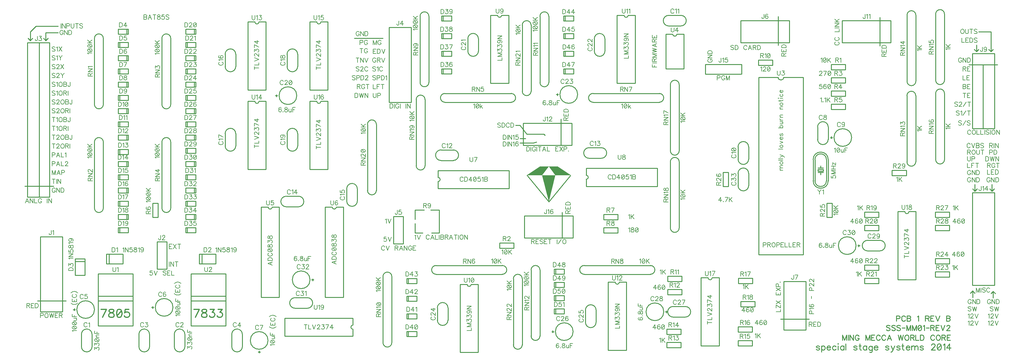
<source format=gbr>
G04 DipTrace 2.3.0.1*
%INTopSilk.gbr*%
%MOIN*%
%ADD10C,0.0098*%
%ADD15C,0.01*%
%ADD94C,0.0077*%
%ADD95C,0.0093*%
%ADD96C,0.0139*%
%ADD97C,0.0108*%
%FSLAX44Y44*%
G04*
G70*
G90*
G75*
G01*
%LNTopSilk*%
%LPD*%
X7850Y1301D2*
D10*
Y2699D1*
X6650Y1301D2*
Y2699D1*
X7850D2*
G03X6650Y2699I-600J1D01*
G01*
Y1301D2*
G03X7850Y1301I600J-1D01*
G01*
X18350D2*
Y2699D1*
X17150Y1301D2*
Y2699D1*
X18350D2*
G03X17150Y2699I-600J1D01*
G01*
Y1301D2*
G03X18350Y1301I600J-1D01*
G01*
X14350D2*
Y2699D1*
X13150Y1301D2*
Y2699D1*
X14350D2*
G03X13150Y2699I-600J1D01*
G01*
Y1301D2*
G03X14350Y1301I600J-1D01*
G01*
X24850D2*
Y2699D1*
X23650Y1301D2*
Y2699D1*
X24850D2*
G03X23650Y2699I-600J1D01*
G01*
Y1301D2*
G03X24850Y1301I600J-1D01*
G01*
X5827Y5382D2*
Y5619D1*
X5709Y5501D2*
X5945D1*
X6126D2*
G02X6126Y5501I1000J0D01*
G01*
X14701Y5632D2*
Y5868D1*
X14583Y5750D2*
X14819D1*
X15001D2*
G02X15001Y5750I1000J0D01*
G01*
X26868Y701D2*
X26632D1*
X26750Y583D2*
Y819D1*
X25750Y2000D2*
G02X25750Y2000I1000J0D01*
G01*
X91100Y24801D2*
Y26199D1*
X89900Y24801D2*
Y26199D1*
X91100D2*
G03X89900Y26199I-600J1D01*
G01*
Y24801D2*
G03X91100Y24801I600J-1D01*
G01*
X91451Y24882D2*
Y25118D1*
X91333Y25000D2*
X91569D1*
X91751D2*
G02X91751Y25000I1000J0D01*
G01*
X82100Y22551D2*
Y23949D1*
X80900Y22551D2*
Y23949D1*
X82100D2*
G03X80900Y23949I-600J1D01*
G01*
Y22551D2*
G03X82100Y22551I600J-1D01*
G01*
X74449Y38850D2*
X73051D1*
X74449Y37650D2*
X73051D1*
Y38850D2*
G03X73051Y37650I-1J-600D01*
G01*
X74449D2*
G03X74449Y38850I1J600D01*
G01*
X47301Y22400D2*
X48699D1*
X47301Y23600D2*
X48699D1*
Y22400D2*
G03X48699Y23600I1J600D01*
G01*
X47301D2*
G03X47301Y22400I-1J-600D01*
G01*
X64051Y22650D2*
X65449D1*
X64051Y23850D2*
X65449D1*
Y22650D2*
G03X65449Y23850I1J600D01*
G01*
X64051D2*
G03X64051Y22650I-1J-600D01*
G01*
X29801Y17150D2*
X31199D1*
X29801Y18350D2*
X31199D1*
Y17150D2*
G03X31199Y18350I1J600D01*
G01*
X29801D2*
G03X29801Y17150I-1J-600D01*
G01*
X37850Y17801D2*
Y19199D1*
X36650Y17801D2*
Y19199D1*
X37850D2*
G03X36650Y19199I-600J1D01*
G01*
Y17801D2*
G03X37850Y17801I600J-1D01*
G01*
X22900Y34449D2*
Y33051D1*
X24100Y34449D2*
Y33051D1*
X22900D2*
G03X24100Y33051I600J-1D01*
G01*
Y34449D2*
G03X22900Y34449I-600J1D01*
G01*
Y25449D2*
Y24051D1*
X24100Y25449D2*
Y24051D1*
X22900D2*
G03X24100Y24051I600J-1D01*
G01*
Y25449D2*
G03X22900Y25449I-600J1D01*
G01*
X29900Y34449D2*
Y33051D1*
X31100Y34449D2*
Y33051D1*
X29900D2*
G03X31100Y33051I600J-1D01*
G01*
Y34449D2*
G03X29900Y34449I-600J1D01*
G01*
Y25449D2*
Y24051D1*
X31100Y25449D2*
Y24051D1*
X29900D2*
G03X31100Y24051I600J-1D01*
G01*
Y25449D2*
G03X29900Y25449I-600J1D01*
G01*
X28701Y29632D2*
Y29868D1*
X28583Y29750D2*
X28819D1*
X29001D2*
G02X29001Y29750I1000J0D01*
G01*
X50343Y36203D2*
Y34805D1*
X51543Y36203D2*
Y34805D1*
X50343D2*
G03X51543Y34805I600J-1D01*
G01*
Y36203D2*
G03X50343Y36203I-600J1D01*
G01*
X64650Y36199D2*
Y34801D1*
X65850Y36199D2*
Y34801D1*
X64650D2*
G03X65850Y34801I600J-1D01*
G01*
Y36199D2*
G03X64650Y36199I-600J1D01*
G01*
X60461Y29762D2*
Y29998D1*
X60343Y29880D2*
X60579D1*
X60761D2*
G02X60761Y29880I1000J0D01*
G01*
X46900Y5699D2*
Y4301D1*
X48100Y5699D2*
Y4301D1*
X46900D2*
G03X48100Y4301I600J-1D01*
G01*
Y5699D2*
G03X46900Y5699I-600J1D01*
G01*
X63650Y5449D2*
Y4051D1*
X64850Y5449D2*
Y4051D1*
X63650D2*
G03X64850Y4051I600J-1D01*
G01*
Y5449D2*
G03X63650Y5449I-600J1D01*
G01*
X59951Y2882D2*
Y3118D1*
X59833Y3000D2*
X60069D1*
X60251D2*
G02X60251Y3000I1000J0D01*
G01*
X74949Y5850D2*
X73551D1*
X74949Y4650D2*
X73551D1*
Y5850D2*
G03X73551Y4650I-1J-600D01*
G01*
X74949D2*
G03X74949Y5850I1J600D01*
G01*
X72799Y5368D2*
Y5132D1*
X72917Y5250D2*
X72681D1*
X70500D2*
G02X70500Y5250I1000J0D01*
G01*
X96949Y13350D2*
X95551D1*
X96949Y12150D2*
X95551D1*
Y13350D2*
G03X95551Y12150I-1J-600D01*
G01*
X96949D2*
G03X96949Y13350I1J600D01*
G01*
X94549Y12868D2*
Y12632D1*
X94667Y12750D2*
X94431D1*
X92250D2*
G02X92250Y12750I1000J0D01*
G01*
X32199Y6850D2*
X30801D1*
X32199Y5650D2*
X30801D1*
Y6850D2*
G03X30801Y5650I-1J-600D01*
G01*
X32199D2*
G03X32199Y6850I1J600D01*
G01*
X32799Y8993D2*
Y8757D1*
X32917Y8875D2*
X32681D1*
X30500D2*
G02X30500Y8875I1000J0D01*
G01*
X80900Y20949D2*
Y19551D1*
X82100Y20949D2*
Y19551D1*
X80900D2*
G03X82100Y19551I600J-1D01*
G01*
Y20949D2*
G03X80900Y20949I-600J1D01*
G01*
X9479Y10699D2*
Y11801D1*
X9499D2*
X11351D1*
X9778Y10699D2*
Y11801D1*
X11351Y10699D2*
Y11801D1*
X9499Y10699D2*
X11351D1*
X19979D2*
Y11801D1*
X19999D2*
X21851D1*
X20278Y10699D2*
Y11801D1*
X21851Y10699D2*
Y11801D1*
X19999Y10699D2*
X21851D1*
X5949Y11271D2*
X7051D1*
Y11251D2*
Y9399D1*
X5949Y10972D2*
X7051D1*
X5949Y9399D2*
X7051D1*
X5949Y11251D2*
Y9399D1*
X11948Y36722D2*
X10802D1*
X11948Y37278D2*
X10802D1*
X11948Y36722D2*
Y37278D1*
X10802D2*
Y36722D1*
X11769Y36724D2*
Y37276D1*
X10802Y35778D2*
X11948D1*
X10802Y35222D2*
X11948D1*
X10802Y35778D2*
Y35222D1*
X11948D2*
Y35778D1*
X10981Y35776D2*
Y35224D1*
X11948Y33722D2*
X10802D1*
X11948Y34278D2*
X10802D1*
X11948Y33722D2*
Y34278D1*
X10802D2*
Y33722D1*
X11769Y33724D2*
Y34276D1*
X10802Y32778D2*
X11948D1*
X10802Y32222D2*
X11948D1*
X10802Y32778D2*
Y32222D1*
X11948D2*
Y32778D1*
X10981Y32776D2*
Y32224D1*
X11948Y30722D2*
X10802D1*
X11948Y31278D2*
X10802D1*
X11948Y30722D2*
Y31278D1*
X10802D2*
Y30722D1*
X11769Y30724D2*
Y31276D1*
X10802Y29778D2*
X11948D1*
X10802Y29222D2*
X11948D1*
X10802Y29778D2*
Y29222D1*
X11948D2*
Y29778D1*
X10981Y29776D2*
Y29224D1*
X11948Y27722D2*
X10802D1*
X11948Y28278D2*
X10802D1*
X11948Y27722D2*
Y28278D1*
X10802D2*
Y27722D1*
X11769Y27724D2*
Y28276D1*
X10802Y26778D2*
X11948D1*
X10802Y26222D2*
X11948D1*
X10802Y26778D2*
Y26222D1*
X11948D2*
Y26778D1*
X10981Y26776D2*
Y26224D1*
X11948Y24722D2*
X10802D1*
X11948Y25278D2*
X10802D1*
X11948Y24722D2*
Y25278D1*
X10802D2*
Y24722D1*
X11769Y24724D2*
Y25276D1*
X10802Y23653D2*
X11948D1*
X10802Y23097D2*
X11948D1*
X10802Y23653D2*
Y23097D1*
X11948D2*
Y23653D1*
X10981Y23651D2*
Y23099D1*
X11948Y21722D2*
X10802D1*
X11948Y22278D2*
X10802D1*
X11948Y21722D2*
Y22278D1*
X10802D2*
Y21722D1*
X11769Y21724D2*
Y22276D1*
X10802Y20778D2*
X11948D1*
X10802Y20222D2*
X11948D1*
X10802Y20778D2*
Y20222D1*
X11948D2*
Y20778D1*
X10981Y20776D2*
Y20224D1*
X11948Y18722D2*
X10802D1*
X11948Y19278D2*
X10802D1*
X11948Y18722D2*
Y19278D1*
X10802D2*
Y18722D1*
X11769Y18724D2*
Y19276D1*
X10802Y17778D2*
X11948D1*
X10802Y17222D2*
X11948D1*
X10802Y17778D2*
Y17222D1*
X11948D2*
Y17778D1*
X10981Y17776D2*
Y17224D1*
X11948Y15722D2*
X10802D1*
X11948Y16278D2*
X10802D1*
X11948Y15722D2*
Y16278D1*
X10802D2*
Y15722D1*
X11769Y15724D2*
Y16276D1*
X10802Y14778D2*
X11948D1*
X10802Y14222D2*
X11948D1*
X10802Y14778D2*
Y14222D1*
X11948D2*
Y14778D1*
X10981Y14776D2*
Y14224D1*
X19573Y36722D2*
X18427D1*
X19573Y37278D2*
X18427D1*
X19573Y36722D2*
Y37278D1*
X18427D2*
Y36722D1*
X19394Y36724D2*
Y37276D1*
X18427Y35778D2*
X19573D1*
X18427Y35222D2*
X19573D1*
X18427Y35778D2*
Y35222D1*
X19573D2*
Y35778D1*
X18606Y35776D2*
Y35224D1*
X19573Y33722D2*
X18427D1*
X19573Y34278D2*
X18427D1*
X19573Y33722D2*
Y34278D1*
X18427D2*
Y33722D1*
X19394Y33724D2*
Y34276D1*
X18427Y32778D2*
X19573D1*
X18427Y32222D2*
X19573D1*
X18427Y32778D2*
Y32222D1*
X19573D2*
Y32778D1*
X18606Y32776D2*
Y32224D1*
X19573Y30722D2*
X18427D1*
X19573Y31278D2*
X18427D1*
X19573Y30722D2*
Y31278D1*
X18427D2*
Y30722D1*
X19394Y30724D2*
Y31276D1*
X18427Y29778D2*
X19573D1*
X18427Y29222D2*
X19573D1*
X18427Y29778D2*
Y29222D1*
X19573D2*
Y29778D1*
X18606Y29776D2*
Y29224D1*
X19573Y27722D2*
X18427D1*
X19573Y28278D2*
X18427D1*
X19573Y27722D2*
Y28278D1*
X18427D2*
Y27722D1*
X19394Y27724D2*
Y28276D1*
X18427Y26778D2*
X19573D1*
X18427Y26222D2*
X19573D1*
X18427Y26778D2*
Y26222D1*
X19573D2*
Y26778D1*
X18606Y26776D2*
Y26224D1*
X19573Y24722D2*
X18427D1*
X19573Y25278D2*
X18427D1*
X19573Y24722D2*
Y25278D1*
X18427D2*
Y24722D1*
X19394Y24724D2*
Y25276D1*
X18427Y23778D2*
X19573D1*
X18427Y23222D2*
X19573D1*
X18427Y23778D2*
Y23222D1*
X19573D2*
Y23778D1*
X18606Y23776D2*
Y23224D1*
X19573Y21722D2*
X18427D1*
X19573Y22278D2*
X18427D1*
X19573Y21722D2*
Y22278D1*
X18427D2*
Y21722D1*
X19394Y21724D2*
Y22276D1*
X18427Y20778D2*
X19573D1*
X18427Y20222D2*
X19573D1*
X18427Y20778D2*
Y20222D1*
X19573D2*
Y20778D1*
X18606Y20776D2*
Y20224D1*
X19573Y18722D2*
X18427D1*
X19573Y19278D2*
X18427D1*
X19573Y18722D2*
Y19278D1*
X18427D2*
Y18722D1*
X19394Y18724D2*
Y19276D1*
X18427Y17778D2*
X19573D1*
X18427Y17222D2*
X19573D1*
X18427Y17778D2*
Y17222D1*
X19573D2*
Y17778D1*
X18606Y17776D2*
Y17224D1*
X19573Y15722D2*
X18427D1*
X19573Y16278D2*
X18427D1*
X19573Y15722D2*
Y16278D1*
X18427D2*
Y15722D1*
X19394Y15724D2*
Y16276D1*
X18427Y14778D2*
X19573D1*
X18427Y14222D2*
X19573D1*
X18427Y14778D2*
Y14222D1*
X19573D2*
Y14778D1*
X18606Y14776D2*
Y14224D1*
X47370Y32782D2*
X48516D1*
X47370Y32226D2*
X48516D1*
X47370Y32782D2*
Y32226D1*
X48516D2*
Y32782D1*
X47549Y32780D2*
Y32228D1*
X47370Y34782D2*
X48516D1*
X47370Y34226D2*
X48516D1*
X47370Y34782D2*
Y34226D1*
X48516D2*
Y34782D1*
X47549Y34780D2*
Y34228D1*
X47370Y36782D2*
X48516D1*
X47370Y36226D2*
X48516D1*
X47370Y36782D2*
Y36226D1*
X48516D2*
Y36782D1*
X47549Y36780D2*
Y36228D1*
X47370Y38782D2*
X48516D1*
X47370Y38226D2*
X48516D1*
X47370Y38782D2*
Y38226D1*
X48516D2*
Y38782D1*
X47549Y38780D2*
Y38228D1*
X43427Y3028D2*
X44573D1*
X43427Y2472D2*
X44573D1*
X43427Y3028D2*
Y2472D1*
X44573D2*
Y3028D1*
X43606Y3026D2*
Y2474D1*
X43427Y5028D2*
X44573D1*
X43427Y4472D2*
X44573D1*
X43427Y5028D2*
Y4472D1*
X44573D2*
Y5028D1*
X43606Y5026D2*
Y4474D1*
X43427Y7028D2*
X44573D1*
X43427Y6472D2*
X44573D1*
X43427Y7028D2*
Y6472D1*
X44573D2*
Y7028D1*
X43606Y7026D2*
Y6474D1*
X43427Y9028D2*
X44573D1*
X43427Y8472D2*
X44573D1*
X43427Y9028D2*
Y8472D1*
X44573D2*
Y9028D1*
X43606Y9026D2*
Y8474D1*
X61177Y38778D2*
X62323D1*
X61177Y38222D2*
X62323D1*
X61177Y38778D2*
Y38222D1*
X62323D2*
Y38778D1*
X61356Y38776D2*
Y38224D1*
X61177Y36778D2*
X62323D1*
X61177Y36222D2*
X62323D1*
X61177Y36778D2*
Y36222D1*
X62323D2*
Y36778D1*
X61356Y36776D2*
Y36224D1*
X61177Y34778D2*
X62323D1*
X61177Y34222D2*
X62323D1*
X61177Y34778D2*
Y34222D1*
X62323D2*
Y34778D1*
X61356Y34776D2*
Y34224D1*
X61177Y32778D2*
X62323D1*
X61177Y32222D2*
X62323D1*
X61177Y32778D2*
Y32222D1*
X62323D2*
Y32778D1*
X61356Y32776D2*
Y32224D1*
X60108Y10090D2*
X61254D1*
X60108Y9535D2*
X61254D1*
X60108Y10090D2*
Y9535D1*
X61254D2*
Y10090D1*
X60287Y10088D2*
Y9537D1*
X60108Y8590D2*
X61254D1*
X60108Y8035D2*
X61254D1*
X60108Y8590D2*
Y8035D1*
X61254D2*
Y8590D1*
X60287Y8588D2*
Y8037D1*
X60108Y7090D2*
X61254D1*
X60108Y6535D2*
X61254D1*
X60108Y7090D2*
Y6535D1*
X61254D2*
Y7090D1*
X60287Y7088D2*
Y6537D1*
X60108Y5590D2*
X61254D1*
X60108Y5035D2*
X61254D1*
X60108Y5590D2*
Y5035D1*
X61254D2*
Y5590D1*
X60287Y5588D2*
Y5037D1*
X4500Y13750D2*
X2000D1*
Y5250D1*
X4500D1*
Y13750D1*
X16301Y10074D2*
X15198D1*
X16301D2*
Y13176D1*
X15198D1*
Y10074D2*
Y13176D1*
X544Y18250D2*
X3044D1*
Y35750D1*
X544D1*
Y18250D1*
X43937Y37500D2*
X41437D1*
Y29000D1*
X43937D1*
Y37500D1*
X43051Y12949D2*
X41948D1*
X43051D2*
Y16051D1*
X41948D1*
Y12949D2*
Y16051D1*
X86697Y35754D2*
X81197D1*
Y38254D1*
X86697D1*
Y35754D1*
X86072Y3188D2*
X88572D1*
Y8688D1*
X86072D1*
Y3188D1*
X109917Y34522D2*
X107417D1*
Y26022D1*
X109917D1*
Y34522D1*
X98188Y35750D2*
X92688D1*
Y38250D1*
X98188D1*
Y35750D1*
X62125Y24125D2*
X56625D1*
Y26625D1*
X62125D1*
Y24125D1*
X107417Y8250D2*
X109917D1*
Y18750D1*
X107417D1*
Y8250D1*
X77199Y32199D2*
Y33302D1*
Y32199D2*
X81250Y32200D1*
X81301Y32199D2*
Y33302D1*
X77199D2*
X81280Y33300D1*
X62250Y13625D2*
X56750D1*
Y16125D1*
X62250D1*
Y13625D1*
X93052Y32700D2*
Y33300D1*
X91448Y32700D2*
X93052D1*
X91448D2*
Y33300D1*
X93052D1*
X55551Y12450D2*
Y13050D1*
X53948Y12450D2*
X55551D1*
X53948D2*
Y13050D1*
X55551D1*
X93052Y31200D2*
Y31800D1*
X91448Y31200D2*
X93052D1*
X91448D2*
Y31800D1*
X93052D1*
Y29700D2*
Y30300D1*
X91448Y29700D2*
X93052D1*
X91448D2*
Y30300D1*
X93052D1*
Y28200D2*
Y28800D1*
X91448Y28200D2*
X93052D1*
X91448D2*
Y28800D1*
X93052D1*
X15300Y17551D2*
X14700D1*
X15300Y15949D2*
Y17551D1*
Y15949D2*
X14700D1*
Y17551D1*
X67302Y15700D2*
Y16300D1*
X65699Y15700D2*
X67302D1*
X65699D2*
Y16300D1*
X67302D1*
Y14200D2*
Y14800D1*
X65699Y14200D2*
X67302D1*
X65699D2*
Y14800D1*
X67302D1*
X45250Y14201D2*
X44364D1*
Y15264D1*
Y15736D2*
Y16799D1*
X45408D1*
X46136D2*
X47120D1*
Y15539D1*
Y14201D1*
X46254D1*
X84802Y33200D2*
Y33800D1*
X83199Y33200D2*
X84802D1*
X83199D2*
Y33800D1*
X84802D1*
X72949Y9300D2*
Y8700D1*
X74552Y9300D2*
X72949D1*
X74552D2*
Y8700D1*
X72949D1*
Y7800D2*
Y7200D1*
X74552Y7800D2*
X72949D1*
X74552D2*
Y7200D1*
X72949D1*
X72831Y1800D2*
Y1200D1*
X74434Y1800D2*
X72831D1*
X74434D2*
Y1200D1*
X72831D1*
Y3300D2*
Y2700D1*
X74434Y3300D2*
X72831D1*
X74434D2*
Y2700D1*
X72831D1*
X82498Y1388D2*
Y1988D1*
X80895Y1388D2*
X82498D1*
X80895D2*
Y1988D1*
X82498D1*
Y2950D2*
Y3550D1*
X80895Y2950D2*
X82498D1*
X80895D2*
Y3550D1*
X82498D1*
X82552Y8450D2*
Y9050D1*
X80948Y8450D2*
X82552D1*
X80948D2*
Y9050D1*
X82552D1*
X82810Y5826D2*
Y6426D1*
X81207Y5826D2*
X82810D1*
X81207D2*
Y6426D1*
X82810D1*
X95198Y16550D2*
Y15950D1*
X96801Y16550D2*
X95198D1*
X96801D2*
Y15950D1*
X95198D1*
Y15050D2*
Y14450D1*
X96801Y15050D2*
X95198D1*
X96801D2*
Y14450D1*
X95198D1*
Y9050D2*
Y8450D1*
X96801Y9050D2*
X95198D1*
X96801D2*
Y8450D1*
X95198D1*
Y10550D2*
Y9950D1*
X96801Y10550D2*
X95198D1*
X96801D2*
Y9950D1*
X95198D1*
X104802Y9200D2*
Y9800D1*
X103199Y9200D2*
X104802D1*
X103199D2*
Y9800D1*
X104802D1*
Y10700D2*
Y11300D1*
X103199Y10700D2*
X104802D1*
X103199D2*
Y11300D1*
X104802D1*
X91550Y17551D2*
X90950D1*
X91550Y15949D2*
Y17551D1*
Y15949D2*
X90950D1*
Y17551D1*
X79200Y19449D2*
X79800D1*
X79200Y21051D2*
Y19449D1*
Y21051D2*
X79800D1*
Y19449D1*
X104802Y15950D2*
Y16550D1*
X103199Y15950D2*
X104802D1*
X103199D2*
Y16550D1*
X104802D1*
Y14450D2*
Y15050D1*
X103199Y14450D2*
X104802D1*
X103199D2*
Y15050D1*
X104802D1*
X99926Y20700D2*
Y21300D1*
X98323Y20700D2*
X99926D1*
X98323D2*
Y21300D1*
X99926D1*
X9125Y36249D2*
Y28751D1*
X8125Y36249D2*
Y28751D1*
X9125Y36249D2*
G03X8125Y36249I-500J1D01*
G01*
Y28751D2*
G03X9125Y28751I500J-1D01*
G01*
Y24499D2*
Y17001D1*
X8125Y24499D2*
Y17001D1*
X9125Y24499D2*
G03X8125Y24499I-500J1D01*
G01*
Y17001D2*
G03X9125Y17001I500J-1D01*
G01*
X16750Y36249D2*
Y28751D1*
X15750Y36249D2*
Y28751D1*
X16750Y36249D2*
G03X15750Y36249I-500J1D01*
G01*
Y28751D2*
G03X16750Y28751I500J-1D01*
G01*
Y24499D2*
Y17001D1*
X15750Y24499D2*
Y17001D1*
X16750Y24499D2*
G03X15750Y24499I-500J1D01*
G01*
Y17001D2*
G03X16750Y17001I500J-1D01*
G01*
X47751Y30000D2*
X55249D1*
X47751Y29000D2*
X55249D1*
X47751Y30000D2*
G03X47751Y29000I-1J-500D01*
G01*
X55249D2*
G03X55249Y30000I1J500D01*
G01*
X46751Y10500D2*
X54249D1*
X46751Y9500D2*
X54249D1*
X46751Y10500D2*
G03X46751Y9500I-1J-500D01*
G01*
X54249D2*
G03X54249Y10500I1J500D01*
G01*
X64501Y30000D2*
X71999D1*
X64501Y29000D2*
X71999D1*
X64501Y30000D2*
G03X64501Y29000I-1J-500D01*
G01*
X71999D2*
G03X71999Y30000I1J500D01*
G01*
X63501Y10500D2*
X70999D1*
X63501Y9500D2*
X70999D1*
X63501Y10500D2*
G03X63501Y9500I-1J-500D01*
G01*
X70999D2*
G03X70999Y10500I1J500D01*
G01*
X44943Y31255D2*
Y38752D1*
X45943Y31255D2*
Y38752D1*
X44943Y31255D2*
G03X45943Y31255I500J-1D01*
G01*
Y38752D2*
G03X44943Y38752I-500J1D01*
G01*
X40750Y1751D2*
Y9249D1*
X41750Y1751D2*
Y9249D1*
X40750Y1751D2*
G03X41750Y1751I500J-1D01*
G01*
Y9249D2*
G03X40750Y9249I-500J1D01*
G01*
X58500Y31251D2*
Y38749D1*
X59500Y31251D2*
Y38749D1*
X58500Y31251D2*
G03X59500Y31251I500J-1D01*
G01*
Y38749D2*
G03X58500Y38749I-500J1D01*
G01*
X57500Y2501D2*
Y9999D1*
X58500Y2501D2*
Y9999D1*
X57500Y2501D2*
G03X58500Y2501I500J-1D01*
G01*
Y9999D2*
G03X57500Y9999I-500J1D01*
G01*
X100000Y22251D2*
Y29749D1*
X101000Y22251D2*
Y29749D1*
X100000Y22251D2*
G03X101000Y22251I500J-1D01*
G01*
Y29749D2*
G03X100000Y29749I-500J1D01*
G01*
X100011Y31380D2*
Y38877D1*
X101011Y31380D2*
Y38877D1*
X100011Y31380D2*
G03X101011Y31380I500J-1D01*
G01*
Y38877D2*
G03X100011Y38877I-500J1D01*
G01*
X103250Y31501D2*
Y38999D1*
X104250Y31501D2*
Y38999D1*
X103250Y31501D2*
G03X104250Y31501I500J-1D01*
G01*
Y38999D2*
G03X103250Y38999I-500J1D01*
G01*
X104250Y29999D2*
Y22501D1*
X103250Y29999D2*
Y22501D1*
X104250Y29999D2*
G03X103250Y29999I-500J1D01*
G01*
Y22501D2*
G03X104250Y22501I500J-1D01*
G01*
X74250Y30999D2*
Y23501D1*
X73250Y30999D2*
Y23501D1*
X74250Y30999D2*
G03X73250Y30999I-500J1D01*
G01*
Y23501D2*
G03X74250Y23501I500J-1D01*
G01*
Y22249D2*
Y14751D1*
X73250Y22249D2*
Y14751D1*
X74250Y22249D2*
G03X73250Y22249I-500J1D01*
G01*
Y14751D2*
G03X74250Y14751I500J-1D01*
G01*
X44505Y21816D2*
Y29313D1*
X45505Y21816D2*
Y29313D1*
X44505Y21816D2*
G03X45505Y21816I500J-1D01*
G01*
Y29313D2*
G03X44505Y29313I-500J1D01*
G01*
X39000Y19001D2*
Y26499D1*
X40000Y19001D2*
Y26499D1*
X39000Y19001D2*
G03X40000Y19001I500J-1D01*
G01*
Y26499D2*
G03X39000Y26499I-500J1D01*
G01*
X56500Y30251D2*
Y37749D1*
X57500Y30251D2*
Y37749D1*
X56500Y30251D2*
G03X57500Y30251I500J-1D01*
G01*
Y37749D2*
G03X56500Y37749I-500J1D01*
G01*
X55500Y1501D2*
Y8999D1*
X56500Y1501D2*
Y8999D1*
X55500Y1501D2*
G03X56500Y1501I500J-1D01*
G01*
Y8999D2*
G03X55500Y8999I-500J1D01*
G01*
X8531Y7012D2*
X12469D1*
X8531Y6500D2*
X12429D1*
X8531Y9571D2*
X12469D1*
Y3665D1*
X8531D1*
Y9571D1*
X19031Y7012D2*
X22969D1*
X19031Y6500D2*
X22929D1*
X19031Y9571D2*
X22969D1*
Y3665D1*
X19031D1*
Y9571D1*
X83230Y31789D2*
Y11711D1*
X88270D1*
Y31789D2*
Y11711D1*
X83230Y31829D2*
X85435D1*
X88270D2*
X86065D1*
X85435D2*
G03X86065Y31829I315J1D01*
G01*
X74774Y36719D2*
Y32781D1*
X72726D2*
X74774D1*
X72726Y36719D2*
Y32781D1*
Y36719D2*
X73514D1*
X74774D2*
X73986D1*
X73514D2*
G03X73986Y36719I236J0D01*
G01*
X29020Y17118D2*
Y6882D1*
X26972D2*
X29020D1*
X26972Y17118D2*
Y6882D1*
Y17118D2*
X27760D1*
X29020D2*
X28232D1*
X27760D2*
G03X28232Y17118I236J1D01*
G01*
X36270D2*
Y6882D1*
X34222D2*
X36270D1*
X34222Y17118D2*
Y6882D1*
Y17118D2*
X35010D1*
X36270D2*
X35482D1*
X35010D2*
G03X35482Y17118I236J1D01*
G01*
X46984Y21270D2*
X55016D1*
Y19222D2*
Y21270D1*
X46984Y19222D2*
X55016D1*
X46984D2*
Y20010D1*
Y21270D2*
Y20482D1*
Y20010D2*
G03X46984Y20482I0J236D01*
G01*
X63734Y21520D2*
X71766D1*
Y19472D2*
Y21520D1*
X63734Y19472D2*
X71766D1*
X63734D2*
Y20260D1*
Y21520D2*
Y20732D1*
Y20260D2*
G03X63734Y20732I0J236D01*
G01*
X54963Y38862D2*
Y31146D1*
X52915D2*
X54963D1*
X52915Y38862D2*
Y31146D1*
Y38862D2*
X53703D1*
X54963D2*
X54175D1*
X53703D2*
G03X54175Y38862I236J0D01*
G01*
X51520Y8358D2*
Y642D1*
X49472D2*
X51520D1*
X49472Y8358D2*
Y642D1*
Y8358D2*
X50260D1*
X51520D2*
X50732D1*
X50260D2*
G03X50732Y8358I236J0D01*
G01*
X69270Y38858D2*
Y31142D1*
X67222D2*
X69270D1*
X67222Y38858D2*
Y31142D1*
Y38858D2*
X68010D1*
X69270D2*
X68482D1*
X68010D2*
G03X68482Y38858I236J0D01*
G01*
X68270Y8608D2*
Y892D1*
X66222D2*
X68270D1*
X66222Y8608D2*
Y892D1*
Y8608D2*
X67010D1*
X68270D2*
X67482D1*
X67010D2*
G03X67482Y8608I236J0D01*
G01*
X27520Y38108D2*
Y30392D1*
X25472D2*
X27520D1*
X25472Y38108D2*
Y30392D1*
Y38108D2*
X26260D1*
X27520D2*
X26732D1*
X26260D2*
G03X26732Y38108I236J0D01*
G01*
X27520Y29108D2*
Y21392D1*
X25472D2*
X27520D1*
X25472Y29108D2*
Y21392D1*
Y29108D2*
X26260D1*
X27520D2*
X26732D1*
X26260D2*
G03X26732Y29108I236J0D01*
G01*
X34520Y38108D2*
Y30392D1*
X32472D2*
X34520D1*
X32472Y38108D2*
Y30392D1*
Y38108D2*
X33260D1*
X34520D2*
X33732D1*
X33260D2*
G03X33732Y38108I236J0D01*
G01*
X34520Y29108D2*
Y21392D1*
X32472D2*
X34520D1*
X32472Y29108D2*
Y21392D1*
Y29108D2*
X33260D1*
X34520D2*
X33732D1*
X33260D2*
G03X33732Y29108I236J0D01*
G01*
X78770Y9108D2*
Y1392D1*
X76722D2*
X78770D1*
X76722Y9108D2*
Y1392D1*
Y9108D2*
X77510D1*
X78770D2*
X77982D1*
X77510D2*
G03X77982Y9108I236J0D01*
G01*
X101020Y16608D2*
Y8892D1*
X98972D2*
X101020D1*
X98972Y16608D2*
Y8892D1*
Y16608D2*
X99760D1*
X101020D2*
X100232D1*
X99760D2*
G03X100232Y16608I236J0D01*
G01*
X37358Y2480D2*
X29642D1*
Y4528D2*
Y2480D1*
X37358Y4528D2*
X29642D1*
X37358D2*
Y3740D1*
Y2480D2*
Y3268D1*
Y3740D2*
G03X37358Y3268I0J-236D01*
G01*
X89400Y22500D2*
Y20100D1*
X91100Y22500D2*
Y20100D1*
X89600Y22500D2*
Y20100D1*
X90900D2*
Y22500D1*
X90550Y21400D2*
Y21200D1*
X89950D1*
Y21400D1*
X90550D1*
Y21050D2*
X90250D1*
X89950D1*
X90550Y21550D2*
X90250D1*
X89950D1*
X90250Y21050D2*
Y20800D1*
Y21550D2*
Y21800D1*
X91100Y22500D2*
G03X89400Y22500I-850J0D01*
G01*
Y20100D2*
G03X91100Y20100I850J0D01*
G01*
X90900Y22500D2*
G03X89600Y22500I-650J0D01*
G01*
Y20100D2*
G03X90900Y20100I650J0D01*
G01*
X1663Y6488D2*
D15*
X4913D1*
X60890Y27083D2*
Y24167D1*
X107875Y35500D2*
Y34750D1*
X107625Y35000D1*
X107875Y34750D2*
X108125Y35000D1*
X109500Y37000D2*
Y34750D1*
X109250Y35000D1*
X109500Y34750D2*
X109750Y35000D1*
X108125Y37000D2*
X109500D1*
X57750Y24375D2*
X56250D1*
X107000Y33250D2*
X110250D1*
X58125Y24500D2*
X57750Y24375D1*
X1875Y35750D2*
Y18250D1*
X108625Y33250D2*
Y26000D1*
X2625Y36875D2*
Y36125D1*
Y36000D2*
X2375Y36250D1*
X2625Y36000D2*
X2875Y36250D1*
X2625Y36875D2*
X4000D1*
X875Y37000D2*
Y36125D1*
Y36000D2*
X625Y36250D1*
X875Y36000D2*
X1125Y36250D1*
X1500Y37625D2*
X4000D1*
X860Y36985D2*
X1500Y37625D1*
X85697Y4438D2*
X88947D1*
X56875Y24875D2*
X56250D1*
X250Y19500D2*
X3500D1*
X37500Y36250D2*
X40750D1*
X85453Y38720D2*
X85454Y35461D1*
X96938Y35375D2*
Y38625D1*
X58937Y25375D2*
X57000D1*
X56250Y26375D2*
X57000Y25375D1*
X58937D2*
X59062Y25250D1*
X56250Y26375D2*
X55750D1*
G36*
X62000Y20738D2*
X60250D1*
X59500Y21738D1*
X60500D1*
X62000Y20738D1*
G37*
G36*
X59500Y21738D2*
X58750Y20738D1*
X57000D1*
X58500Y21738D1*
X59500D1*
G37*
G36*
X58750Y20738D2*
X60250D1*
X59500Y17738D1*
X58750Y20738D1*
G37*
X61958Y20703D2*
D15*
X59500Y17738D1*
X57047Y20715D2*
X59500Y17738D1*
X107687Y19686D2*
Y18936D1*
X107437Y19186D1*
X107687Y18936D2*
X107937Y19186D1*
X109625Y19686D2*
Y18936D1*
X109375Y19186D1*
X109625Y18936D2*
X109875Y19186D1*
X107437Y7622D2*
Y6872D1*
X107187Y7372D2*
X107437Y7622D1*
X107687Y7372D2*
X107437Y7622D1*
X109750Y7560D2*
Y6810D1*
X109500Y7310D2*
X109750Y7560D1*
X110000Y7310D2*
X109750Y7560D1*
X61004Y16520D2*
Y13604D1*
X7292Y3913D2*
D94*
X7268Y3960D1*
X7220Y4008D1*
X7173Y4032D1*
X7077D1*
X7029Y4008D1*
X6982Y3960D1*
X6957Y3913D1*
X6933Y3841D1*
Y3721D1*
X6957Y3650D1*
X6982Y3602D1*
X7029Y3554D1*
X7077Y3530D1*
X7173D1*
X7220Y3554D1*
X7268Y3602D1*
X7292Y3650D1*
X7447Y3936D2*
X7495Y3960D1*
X7567Y4032D1*
Y3530D1*
X17685Y3913D2*
X17661Y3960D1*
X17613Y4008D1*
X17565Y4032D1*
X17470D1*
X17422Y4008D1*
X17374Y3960D1*
X17350Y3913D1*
X17326Y3841D1*
Y3721D1*
X17350Y3650D1*
X17374Y3602D1*
X17422Y3554D1*
X17470Y3530D1*
X17565D1*
X17613Y3554D1*
X17661Y3602D1*
X17685Y3650D1*
X17863Y3912D2*
Y3936D1*
X17887Y3984D1*
X17911Y4008D1*
X17959Y4032D1*
X18055D1*
X18102Y4008D1*
X18126Y3984D1*
X18150Y3936D1*
Y3889D1*
X18126Y3840D1*
X18078Y3769D1*
X17839Y3530D1*
X18174D1*
X13685Y3913D2*
X13661Y3960D1*
X13613Y4008D1*
X13565Y4032D1*
X13470D1*
X13422Y4008D1*
X13374Y3960D1*
X13350Y3913D1*
X13326Y3841D1*
Y3721D1*
X13350Y3650D1*
X13374Y3602D1*
X13422Y3554D1*
X13470Y3530D1*
X13565D1*
X13613Y3554D1*
X13661Y3602D1*
X13685Y3650D1*
X13887Y4032D2*
X14150D1*
X14007Y3840D1*
X14078D1*
X14126Y3817D1*
X14150Y3793D1*
X14174Y3721D1*
Y3674D1*
X14150Y3602D1*
X14102Y3554D1*
X14030Y3530D1*
X13958D1*
X13887Y3554D1*
X13863Y3578D1*
X13839Y3625D1*
X24173Y3913D2*
X24149Y3960D1*
X24101Y4008D1*
X24053Y4032D1*
X23958D1*
X23910Y4008D1*
X23862Y3960D1*
X23838Y3913D1*
X23814Y3841D1*
Y3721D1*
X23838Y3650D1*
X23862Y3602D1*
X23910Y3554D1*
X23958Y3530D1*
X24053D1*
X24101Y3554D1*
X24149Y3602D1*
X24173Y3650D1*
X24567Y3530D2*
Y4032D1*
X24327Y3697D1*
X24686D1*
X6852Y7113D2*
X6828Y7161D1*
X6780Y7209D1*
X6732Y7233D1*
X6637D1*
X6589Y7209D1*
X6541Y7161D1*
X6517Y7113D1*
X6493Y7042D1*
Y6922D1*
X6517Y6850D1*
X6541Y6802D1*
X6589Y6755D1*
X6637Y6730D1*
X6732D1*
X6780Y6755D1*
X6828Y6802D1*
X6852Y6850D1*
X7293Y7232D2*
X7054D1*
X7031Y7017D1*
X7054Y7041D1*
X7126Y7065D1*
X7197D1*
X7269Y7041D1*
X7317Y6993D1*
X7341Y6922D1*
Y6874D1*
X7317Y6802D1*
X7269Y6754D1*
X7197Y6730D1*
X7126D1*
X7054Y6754D1*
X7031Y6778D1*
X7006Y6826D1*
X15738Y7363D2*
X15715Y7410D1*
X15666Y7458D1*
X15619Y7482D1*
X15523D1*
X15475Y7458D1*
X15428Y7410D1*
X15403Y7363D1*
X15380Y7291D1*
Y7171D1*
X15403Y7100D1*
X15428Y7052D1*
X15475Y7004D1*
X15523Y6980D1*
X15619D1*
X15666Y7004D1*
X15715Y7052D1*
X15738Y7100D1*
X16180Y7410D2*
X16156Y7458D1*
X16084Y7482D1*
X16036D1*
X15965Y7458D1*
X15916Y7386D1*
X15893Y7267D1*
Y7147D1*
X15916Y7052D1*
X15965Y7004D1*
X16036Y6980D1*
X16060D1*
X16131Y7004D1*
X16180Y7052D1*
X16203Y7124D1*
Y7147D1*
X16180Y7219D1*
X16131Y7267D1*
X16060Y7290D1*
X16036D1*
X15965Y7267D1*
X15916Y7219D1*
X15893Y7147D1*
X26685Y3613D2*
X26661Y3660D1*
X26613Y3708D1*
X26565Y3732D1*
X26470D1*
X26422Y3708D1*
X26374Y3660D1*
X26350Y3613D1*
X26326Y3541D1*
Y3421D1*
X26350Y3350D1*
X26374Y3302D1*
X26422Y3254D1*
X26470Y3230D1*
X26565D1*
X26613Y3254D1*
X26661Y3302D1*
X26685Y3350D1*
X26935Y3230D2*
X27174Y3732D1*
X26839D1*
X90435Y27413D2*
X90411Y27460D1*
X90363Y27508D1*
X90316Y27532D1*
X90220D1*
X90172Y27508D1*
X90124Y27460D1*
X90100Y27413D1*
X90076Y27341D1*
Y27221D1*
X90100Y27150D1*
X90124Y27102D1*
X90172Y27054D1*
X90220Y27030D1*
X90316D1*
X90363Y27054D1*
X90411Y27102D1*
X90435Y27150D1*
X90709Y27532D2*
X90637Y27508D1*
X90613Y27460D1*
Y27412D1*
X90637Y27365D1*
X90685Y27340D1*
X90781Y27317D1*
X90852Y27293D1*
X90900Y27245D1*
X90924Y27197D1*
Y27125D1*
X90900Y27078D1*
X90876Y27054D1*
X90804Y27030D1*
X90709D1*
X90637Y27054D1*
X90613Y27078D1*
X90589Y27125D1*
Y27197D1*
X90613Y27245D1*
X90661Y27293D1*
X90733Y27317D1*
X90828Y27340D1*
X90876Y27365D1*
X90900Y27412D1*
Y27460D1*
X90876Y27508D1*
X90804Y27532D1*
X90709D1*
X92488Y26613D2*
X92464Y26660D1*
X92416Y26708D1*
X92369Y26732D1*
X92273D1*
X92225Y26708D1*
X92177Y26660D1*
X92153Y26613D1*
X92129Y26541D1*
Y26421D1*
X92153Y26350D1*
X92177Y26302D1*
X92225Y26254D1*
X92273Y26230D1*
X92369D1*
X92416Y26254D1*
X92464Y26302D1*
X92488Y26350D1*
X92954Y26565D2*
X92929Y26493D1*
X92882Y26445D1*
X92810Y26421D1*
X92786D1*
X92714Y26445D1*
X92667Y26493D1*
X92642Y26565D1*
Y26589D1*
X92667Y26660D1*
X92714Y26708D1*
X92786Y26732D1*
X92810D1*
X92882Y26708D1*
X92929Y26660D1*
X92954Y26565D1*
Y26445D1*
X92929Y26325D1*
X92882Y26254D1*
X92810Y26230D1*
X92762D1*
X92691Y26254D1*
X92667Y26302D1*
X91795Y23734D2*
X91843Y23759D1*
X91915Y23830D1*
Y23328D1*
X92213Y23830D2*
X92141Y23806D1*
X92093Y23734D1*
X92070Y23615D1*
Y23543D1*
X92093Y23424D1*
X92141Y23352D1*
X92213Y23328D1*
X92261D1*
X92333Y23352D1*
X92380Y23424D1*
X92405Y23543D1*
Y23615D1*
X92380Y23734D1*
X92333Y23806D1*
X92261Y23830D1*
X92213D1*
X92380Y23734D2*
X92093Y23424D1*
X92559Y23663D2*
Y23424D1*
X92583Y23352D1*
X92631Y23328D1*
X92703D1*
X92750Y23352D1*
X92822Y23424D1*
Y23663D2*
Y23328D1*
X93288Y23830D2*
X92976D1*
Y23328D1*
Y23591D2*
X93168D1*
X80287Y23048D2*
X80240Y23024D1*
X80192Y22976D1*
X80168Y22928D1*
Y22833D1*
X80192Y22784D1*
X80240Y22737D1*
X80287Y22713D1*
X80359Y22689D1*
X80479D1*
X80550Y22713D1*
X80598Y22737D1*
X80646Y22784D1*
X80670Y22833D1*
Y22928D1*
X80646Y22976D1*
X80598Y23024D1*
X80550Y23048D1*
X80264Y23202D2*
X80240Y23250D1*
X80168Y23322D1*
X80670D1*
X80168Y23620D2*
X80192Y23548D1*
X80264Y23500D1*
X80383Y23476D1*
X80455D1*
X80575Y23500D1*
X80646Y23548D1*
X80670Y23620D1*
Y23667D1*
X80646Y23739D1*
X80575Y23787D1*
X80455Y23811D1*
X80383D1*
X80264Y23787D1*
X80192Y23739D1*
X80168Y23667D1*
Y23620D1*
X80264Y23787D2*
X80575Y23500D1*
X73655Y39463D2*
X73631Y39510D1*
X73583Y39558D1*
X73536Y39582D1*
X73440D1*
X73392Y39558D1*
X73344Y39510D1*
X73320Y39463D1*
X73296Y39391D1*
Y39271D1*
X73320Y39200D1*
X73344Y39152D1*
X73392Y39104D1*
X73440Y39080D1*
X73536D1*
X73583Y39104D1*
X73631Y39152D1*
X73655Y39200D1*
X73809Y39486D2*
X73857Y39510D1*
X73929Y39582D1*
Y39080D1*
X74084Y39486D2*
X74132Y39510D1*
X74204Y39582D1*
Y39080D1*
X47798Y24213D2*
X47774Y24260D1*
X47726Y24308D1*
X47678Y24332D1*
X47583D1*
X47534Y24308D1*
X47487Y24260D1*
X47463Y24213D1*
X47439Y24141D1*
Y24021D1*
X47463Y23950D1*
X47487Y23902D1*
X47534Y23854D1*
X47583Y23830D1*
X47678D1*
X47726Y23854D1*
X47774Y23902D1*
X47798Y23950D1*
X47952Y24236D2*
X48000Y24260D1*
X48072Y24332D1*
Y23830D1*
X48251Y24212D2*
Y24236D1*
X48274Y24284D1*
X48298Y24308D1*
X48346Y24332D1*
X48442D1*
X48489Y24308D1*
X48513Y24284D1*
X48537Y24236D1*
Y24189D1*
X48513Y24140D1*
X48466Y24069D1*
X48226Y23830D1*
X48561D1*
X64548Y24463D2*
X64524Y24510D1*
X64476Y24558D1*
X64428Y24582D1*
X64333D1*
X64284Y24558D1*
X64237Y24510D1*
X64213Y24463D1*
X64189Y24391D1*
Y24271D1*
X64213Y24200D1*
X64237Y24152D1*
X64284Y24104D1*
X64333Y24080D1*
X64428D1*
X64476Y24104D1*
X64524Y24152D1*
X64548Y24200D1*
X64702Y24486D2*
X64750Y24510D1*
X64822Y24582D1*
Y24080D1*
X65024Y24582D2*
X65287D1*
X65144Y24390D1*
X65216D1*
X65263Y24367D1*
X65287Y24343D1*
X65311Y24271D1*
Y24224D1*
X65287Y24152D1*
X65239Y24104D1*
X65167Y24080D1*
X65096D1*
X65024Y24104D1*
X65001Y24128D1*
X64976Y24175D1*
X30286Y18963D2*
X30262Y19010D1*
X30214Y19058D1*
X30166Y19082D1*
X30071D1*
X30023Y19058D1*
X29975Y19010D1*
X29951Y18963D1*
X29927Y18891D1*
Y18771D1*
X29951Y18700D1*
X29975Y18652D1*
X30023Y18604D1*
X30071Y18580D1*
X30166D1*
X30214Y18604D1*
X30262Y18652D1*
X30286Y18700D1*
X30440Y18986D2*
X30488Y19010D1*
X30560Y19082D1*
Y18580D1*
X30954D2*
Y19082D1*
X30714Y18747D1*
X31073D1*
X36037Y18298D2*
X35990Y18274D1*
X35942Y18226D1*
X35918Y18178D1*
Y18083D1*
X35942Y18034D1*
X35990Y17987D1*
X36037Y17963D1*
X36109Y17939D1*
X36229D1*
X36300Y17963D1*
X36348Y17987D1*
X36396Y18034D1*
X36420Y18083D1*
Y18178D1*
X36396Y18226D1*
X36348Y18274D1*
X36300Y18298D1*
X36014Y18452D2*
X35990Y18500D1*
X35918Y18572D1*
X36420D1*
X35918Y19013D2*
Y18774D1*
X36133Y18751D1*
X36110Y18774D1*
X36085Y18846D1*
Y18917D1*
X36110Y18989D1*
X36157Y19037D1*
X36229Y19061D1*
X36276D1*
X36348Y19037D1*
X36396Y18989D1*
X36420Y18917D1*
Y18846D1*
X36396Y18774D1*
X36372Y18751D1*
X36325Y18726D1*
X22287Y33560D2*
X22240Y33536D1*
X22192Y33488D1*
X22168Y33440D1*
Y33345D1*
X22192Y33297D1*
X22240Y33249D1*
X22287Y33225D1*
X22359Y33201D1*
X22479D1*
X22550Y33225D1*
X22598Y33249D1*
X22646Y33297D1*
X22670Y33345D1*
Y33440D1*
X22646Y33488D1*
X22598Y33536D1*
X22550Y33560D1*
X22264Y33714D2*
X22240Y33762D1*
X22168Y33834D1*
X22670D1*
X22240Y34275D2*
X22192Y34251D1*
X22168Y34180D1*
Y34132D1*
X22192Y34060D1*
X22264Y34012D1*
X22383Y33988D1*
X22503D1*
X22598Y34012D1*
X22646Y34060D1*
X22670Y34132D1*
Y34156D1*
X22646Y34227D1*
X22598Y34275D1*
X22526Y34299D1*
X22503D1*
X22431Y34275D1*
X22383Y34227D1*
X22360Y34156D1*
Y34132D1*
X22383Y34060D1*
X22431Y34012D1*
X22503Y33988D1*
X22287Y24548D2*
X22240Y24524D1*
X22192Y24476D1*
X22168Y24428D1*
Y24333D1*
X22192Y24284D1*
X22240Y24237D1*
X22287Y24213D1*
X22359Y24189D1*
X22479D1*
X22550Y24213D1*
X22598Y24237D1*
X22646Y24284D1*
X22670Y24333D1*
Y24428D1*
X22646Y24476D1*
X22598Y24524D1*
X22550Y24548D1*
X22264Y24702D2*
X22240Y24750D1*
X22168Y24822D1*
X22670D1*
Y25072D2*
X22168Y25311D1*
Y24976D1*
X29287Y33548D2*
X29240Y33524D1*
X29192Y33476D1*
X29168Y33428D1*
Y33333D1*
X29192Y33285D1*
X29240Y33237D1*
X29287Y33213D1*
X29359Y33189D1*
X29479D1*
X29550Y33213D1*
X29598Y33237D1*
X29646Y33285D1*
X29670Y33333D1*
Y33428D1*
X29646Y33476D1*
X29598Y33524D1*
X29550Y33548D1*
X29264Y33702D2*
X29240Y33750D1*
X29168Y33822D1*
X29670D1*
X29168Y34096D2*
X29192Y34025D1*
X29240Y34000D1*
X29288D1*
X29335Y34025D1*
X29360Y34072D1*
X29383Y34168D1*
X29407Y34240D1*
X29455Y34287D1*
X29503Y34311D1*
X29575D1*
X29622Y34287D1*
X29646Y34263D1*
X29670Y34192D1*
Y34096D1*
X29646Y34025D1*
X29622Y34000D1*
X29575Y33977D1*
X29503D1*
X29455Y34000D1*
X29407Y34048D1*
X29383Y34120D1*
X29360Y34215D1*
X29335Y34263D1*
X29288Y34287D1*
X29240D1*
X29192Y34263D1*
X29168Y34192D1*
Y34096D1*
X29287Y24559D2*
X29240Y24536D1*
X29192Y24488D1*
X29168Y24440D1*
Y24344D1*
X29192Y24296D1*
X29240Y24249D1*
X29287Y24224D1*
X29359Y24201D1*
X29479D1*
X29550Y24224D1*
X29598Y24249D1*
X29646Y24296D1*
X29670Y24344D1*
Y24440D1*
X29646Y24488D1*
X29598Y24536D1*
X29550Y24559D1*
X29264Y24714D2*
X29240Y24762D1*
X29168Y24834D1*
X29670D1*
X29335Y25299D2*
X29407Y25275D1*
X29455Y25227D1*
X29479Y25156D1*
Y25132D1*
X29455Y25060D1*
X29407Y25012D1*
X29335Y24988D1*
X29311D1*
X29240Y25012D1*
X29192Y25060D1*
X29168Y25132D1*
Y25156D1*
X29192Y25227D1*
X29240Y25275D1*
X29335Y25299D1*
X29455D1*
X29575Y25275D1*
X29646Y25227D1*
X29670Y25156D1*
Y25108D1*
X29646Y25036D1*
X29598Y25012D1*
X29481Y31363D2*
X29458Y31410D1*
X29410Y31458D1*
X29362Y31482D1*
X29266D1*
X29218Y31458D1*
X29171Y31410D1*
X29147Y31363D1*
X29123Y31291D1*
Y31171D1*
X29147Y31100D1*
X29171Y31052D1*
X29218Y31004D1*
X29266Y30980D1*
X29362D1*
X29410Y31004D1*
X29458Y31052D1*
X29481Y31100D1*
X29660Y31362D2*
Y31386D1*
X29684Y31434D1*
X29708Y31458D1*
X29756Y31482D1*
X29851D1*
X29899Y31458D1*
X29923Y31434D1*
X29947Y31386D1*
Y31339D1*
X29923Y31290D1*
X29875Y31219D1*
X29636Y30980D1*
X29971D1*
X30269Y31482D2*
X30197Y31458D1*
X30149Y31386D1*
X30125Y31267D1*
Y31195D1*
X30149Y31075D1*
X30197Y31004D1*
X30269Y30980D1*
X30316D1*
X30388Y31004D1*
X30436Y31075D1*
X30460Y31195D1*
Y31267D1*
X30436Y31386D1*
X30388Y31458D1*
X30316Y31482D1*
X30269D1*
X30436Y31386D2*
X30149Y31075D1*
X49730Y35302D2*
X49683Y35278D1*
X49635Y35230D1*
X49611Y35182D1*
Y35087D1*
X49635Y35038D1*
X49683Y34991D1*
X49730Y34967D1*
X49802Y34943D1*
X49922D1*
X49993Y34967D1*
X50041Y34991D1*
X50089Y35038D1*
X50113Y35087D1*
Y35182D1*
X50089Y35230D1*
X50041Y35278D1*
X49993Y35302D1*
X49731Y35480D2*
X49707D1*
X49659Y35504D1*
X49635Y35528D1*
X49611Y35576D1*
Y35671D1*
X49635Y35719D1*
X49659Y35743D1*
X49707Y35767D1*
X49754D1*
X49803Y35743D1*
X49874Y35695D1*
X50113Y35456D1*
Y35791D1*
X49707Y35945D2*
X49683Y35993D1*
X49611Y36065D1*
X50113D1*
X64037Y35190D2*
X63990Y35166D1*
X63942Y35118D1*
X63918Y35071D1*
Y34975D1*
X63942Y34927D1*
X63990Y34879D1*
X64037Y34855D1*
X64109Y34831D1*
X64229D1*
X64300Y34855D1*
X64348Y34879D1*
X64396Y34927D1*
X64420Y34975D1*
Y35071D1*
X64396Y35118D1*
X64348Y35166D1*
X64300Y35190D1*
X64038Y35369D2*
X64014D1*
X63966Y35393D1*
X63942Y35416D1*
X63918Y35464D1*
Y35560D1*
X63942Y35607D1*
X63966Y35631D1*
X64014Y35656D1*
X64061D1*
X64110Y35631D1*
X64181Y35584D1*
X64420Y35344D1*
Y35679D1*
X64038Y35858D2*
X64014D1*
X63966Y35882D1*
X63942Y35906D1*
X63918Y35954D1*
Y36049D1*
X63942Y36097D1*
X63966Y36121D1*
X64014Y36145D1*
X64061D1*
X64110Y36121D1*
X64181Y36073D1*
X64420Y35834D1*
Y36169D1*
X61241Y31493D2*
X61218Y31540D1*
X61170Y31588D1*
X61122Y31612D1*
X61026D1*
X60978Y31588D1*
X60931Y31540D1*
X60907Y31493D1*
X60883Y31421D1*
Y31301D1*
X60907Y31230D1*
X60931Y31182D1*
X60978Y31134D1*
X61026Y31110D1*
X61122D1*
X61170Y31134D1*
X61218Y31182D1*
X61241Y31230D1*
X61420Y31492D2*
Y31516D1*
X61444Y31564D1*
X61468Y31588D1*
X61516Y31612D1*
X61611D1*
X61659Y31588D1*
X61683Y31564D1*
X61707Y31516D1*
Y31469D1*
X61683Y31420D1*
X61635Y31349D1*
X61396Y31110D1*
X61731D1*
X61933Y31612D2*
X62196D1*
X62053Y31420D1*
X62125D1*
X62172Y31397D1*
X62196Y31373D1*
X62220Y31301D1*
Y31254D1*
X62196Y31182D1*
X62148Y31134D1*
X62076Y31110D1*
X62005D1*
X61933Y31134D1*
X61910Y31158D1*
X61885Y31205D1*
X46287Y4678D2*
X46240Y4654D1*
X46192Y4606D1*
X46168Y4559D1*
Y4463D1*
X46192Y4415D1*
X46240Y4368D1*
X46287Y4343D1*
X46359Y4319D1*
X46479D1*
X46550Y4343D1*
X46598Y4368D1*
X46646Y4415D1*
X46670Y4463D1*
Y4559D1*
X46646Y4606D1*
X46598Y4654D1*
X46550Y4678D1*
X46288Y4857D2*
X46264D1*
X46216Y4881D1*
X46192Y4904D1*
X46168Y4952D1*
Y5048D1*
X46192Y5096D1*
X46216Y5119D1*
X46264Y5144D1*
X46311D1*
X46360Y5119D1*
X46431Y5072D1*
X46670Y4833D1*
Y5167D1*
Y5561D2*
X46168D1*
X46503Y5322D1*
Y5681D1*
X63037Y4440D2*
X62990Y4416D1*
X62942Y4368D1*
X62918Y4321D1*
Y4225D1*
X62942Y4177D1*
X62990Y4129D1*
X63037Y4105D1*
X63109Y4081D1*
X63229D1*
X63300Y4105D1*
X63348Y4129D1*
X63396Y4177D1*
X63420Y4225D1*
Y4321D1*
X63396Y4368D1*
X63348Y4416D1*
X63300Y4440D1*
X63038Y4619D2*
X63014D1*
X62966Y4643D1*
X62942Y4666D1*
X62918Y4714D1*
Y4810D1*
X62942Y4857D1*
X62966Y4881D1*
X63014Y4906D1*
X63061D1*
X63110Y4881D1*
X63181Y4834D1*
X63420Y4594D1*
Y4929D1*
X62918Y5371D2*
Y5132D1*
X63133Y5108D1*
X63110Y5132D1*
X63085Y5204D1*
Y5275D1*
X63110Y5347D1*
X63157Y5395D1*
X63229Y5419D1*
X63276D1*
X63348Y5395D1*
X63396Y5347D1*
X63420Y5275D1*
Y5204D1*
X63396Y5132D1*
X63372Y5108D1*
X63325Y5084D1*
X60744Y4613D2*
X60720Y4660D1*
X60672Y4708D1*
X60624Y4732D1*
X60529D1*
X60481Y4708D1*
X60433Y4660D1*
X60409Y4613D1*
X60385Y4541D1*
Y4421D1*
X60409Y4350D1*
X60433Y4302D1*
X60481Y4254D1*
X60529Y4230D1*
X60624D1*
X60672Y4254D1*
X60720Y4302D1*
X60744Y4350D1*
X60922Y4612D2*
Y4636D1*
X60946Y4684D1*
X60970Y4708D1*
X61018Y4732D1*
X61114D1*
X61161Y4708D1*
X61185Y4684D1*
X61209Y4636D1*
Y4589D1*
X61185Y4540D1*
X61137Y4469D1*
X60898Y4230D1*
X61233D1*
X61674Y4660D2*
X61650Y4708D1*
X61579Y4732D1*
X61531D1*
X61459Y4708D1*
X61411Y4636D1*
X61387Y4517D1*
Y4397D1*
X61411Y4302D1*
X61459Y4254D1*
X61531Y4230D1*
X61555D1*
X61626Y4254D1*
X61674Y4302D1*
X61698Y4374D1*
Y4397D1*
X61674Y4469D1*
X61626Y4517D1*
X61555Y4540D1*
X61531D1*
X61459Y4517D1*
X61411Y4469D1*
X61387Y4397D1*
X73940Y6463D2*
X73916Y6510D1*
X73868Y6558D1*
X73821Y6582D1*
X73725D1*
X73677Y6558D1*
X73629Y6510D1*
X73605Y6463D1*
X73581Y6391D1*
Y6271D1*
X73605Y6200D1*
X73629Y6152D1*
X73677Y6104D1*
X73725Y6080D1*
X73821D1*
X73868Y6104D1*
X73916Y6152D1*
X73940Y6200D1*
X74119Y6462D2*
Y6486D1*
X74143Y6534D1*
X74166Y6558D1*
X74214Y6582D1*
X74310D1*
X74357Y6558D1*
X74381Y6534D1*
X74406Y6486D1*
Y6439D1*
X74381Y6390D1*
X74334Y6319D1*
X74094Y6080D1*
X74429D1*
X74679D2*
X74919Y6582D1*
X74584D1*
X71399Y6863D2*
X71375Y6910D1*
X71327Y6958D1*
X71279Y6982D1*
X71184D1*
X71136Y6958D1*
X71088Y6910D1*
X71064Y6863D1*
X71040Y6791D1*
Y6671D1*
X71064Y6600D1*
X71088Y6552D1*
X71136Y6504D1*
X71184Y6480D1*
X71279D1*
X71327Y6504D1*
X71375Y6552D1*
X71399Y6600D1*
X71578Y6862D2*
Y6886D1*
X71601Y6934D1*
X71625Y6958D1*
X71673Y6982D1*
X71769D1*
X71816Y6958D1*
X71840Y6934D1*
X71864Y6886D1*
Y6839D1*
X71840Y6790D1*
X71793Y6719D1*
X71553Y6480D1*
X71888D1*
X72162Y6982D2*
X72091Y6958D1*
X72066Y6910D1*
Y6862D1*
X72091Y6815D1*
X72138Y6790D1*
X72234Y6767D1*
X72306Y6743D1*
X72353Y6695D1*
X72377Y6647D1*
Y6575D1*
X72353Y6528D1*
X72329Y6504D1*
X72258Y6480D1*
X72162D1*
X72091Y6504D1*
X72066Y6528D1*
X72043Y6575D1*
Y6647D1*
X72066Y6695D1*
X72114Y6743D1*
X72186Y6767D1*
X72281Y6790D1*
X72329Y6815D1*
X72353Y6862D1*
Y6910D1*
X72329Y6958D1*
X72258Y6982D1*
X72162D1*
X95952Y13963D2*
X95928Y14010D1*
X95880Y14058D1*
X95833Y14082D1*
X95737D1*
X95689Y14058D1*
X95641Y14010D1*
X95617Y13963D1*
X95593Y13891D1*
Y13771D1*
X95617Y13700D1*
X95641Y13652D1*
X95689Y13604D1*
X95737Y13580D1*
X95833D1*
X95880Y13604D1*
X95928Y13652D1*
X95952Y13700D1*
X96131Y13962D2*
Y13986D1*
X96154Y14034D1*
X96178Y14058D1*
X96226Y14082D1*
X96322D1*
X96369Y14058D1*
X96393Y14034D1*
X96417Y13986D1*
Y13939D1*
X96393Y13890D1*
X96346Y13819D1*
X96106Y13580D1*
X96441D1*
X96907Y13915D2*
X96882Y13843D1*
X96835Y13795D1*
X96763Y13771D1*
X96739D1*
X96667Y13795D1*
X96620Y13843D1*
X96596Y13915D1*
Y13939D1*
X96620Y14010D1*
X96667Y14058D1*
X96739Y14082D1*
X96763D1*
X96835Y14058D1*
X96882Y14010D1*
X96907Y13915D1*
Y13795D1*
X96882Y13675D1*
X96835Y13604D1*
X96763Y13580D1*
X96716D1*
X96644Y13604D1*
X96620Y13652D1*
X93149Y14363D2*
X93125Y14410D1*
X93077Y14458D1*
X93029Y14482D1*
X92934D1*
X92885Y14458D1*
X92838Y14410D1*
X92814Y14363D1*
X92790Y14291D1*
Y14171D1*
X92814Y14100D1*
X92838Y14052D1*
X92885Y14004D1*
X92934Y13980D1*
X93029D1*
X93077Y14004D1*
X93125Y14052D1*
X93149Y14100D1*
X93351Y14482D2*
X93614D1*
X93470Y14290D1*
X93542D1*
X93590Y14267D1*
X93614Y14243D1*
X93638Y14171D1*
Y14124D1*
X93614Y14052D1*
X93566Y14004D1*
X93494Y13980D1*
X93422D1*
X93351Y14004D1*
X93327Y14028D1*
X93303Y14075D1*
X93936Y14482D2*
X93864Y14458D1*
X93816Y14386D1*
X93792Y14267D1*
Y14195D1*
X93816Y14075D1*
X93864Y14004D1*
X93936Y13980D1*
X93984D1*
X94055Y14004D1*
X94103Y14075D1*
X94127Y14195D1*
Y14267D1*
X94103Y14386D1*
X94055Y14458D1*
X93984Y14482D1*
X93936D1*
X94103Y14386D2*
X93816Y14075D1*
X31298Y7463D2*
X31274Y7510D1*
X31226Y7558D1*
X31178Y7582D1*
X31083D1*
X31034Y7558D1*
X30987Y7510D1*
X30963Y7463D1*
X30939Y7391D1*
Y7271D1*
X30963Y7200D1*
X30987Y7152D1*
X31034Y7104D1*
X31083Y7080D1*
X31178D1*
X31226Y7104D1*
X31274Y7152D1*
X31298Y7200D1*
X31500Y7582D2*
X31763D1*
X31619Y7390D1*
X31691D1*
X31739Y7367D1*
X31763Y7343D1*
X31787Y7271D1*
Y7224D1*
X31763Y7152D1*
X31715Y7104D1*
X31643Y7080D1*
X31571D1*
X31500Y7104D1*
X31476Y7128D1*
X31452Y7175D1*
X31941Y7486D2*
X31989Y7510D1*
X32061Y7582D1*
Y7080D1*
X31399Y10488D2*
X31375Y10535D1*
X31327Y10583D1*
X31279Y10607D1*
X31184D1*
X31135Y10583D1*
X31088Y10535D1*
X31064Y10488D1*
X31040Y10416D1*
Y10296D1*
X31064Y10225D1*
X31088Y10177D1*
X31135Y10129D1*
X31184Y10105D1*
X31279D1*
X31327Y10129D1*
X31375Y10177D1*
X31399Y10225D1*
X31601Y10607D2*
X31864D1*
X31720Y10415D1*
X31792D1*
X31840Y10392D1*
X31864Y10368D1*
X31888Y10296D1*
Y10249D1*
X31864Y10177D1*
X31816Y10129D1*
X31744Y10105D1*
X31672D1*
X31601Y10129D1*
X31577Y10153D1*
X31553Y10200D1*
X32067Y10487D2*
Y10511D1*
X32090Y10559D1*
X32114Y10583D1*
X32162Y10607D1*
X32258D1*
X32305Y10583D1*
X32329Y10559D1*
X32353Y10511D1*
Y10464D1*
X32329Y10415D1*
X32282Y10344D1*
X32042Y10105D1*
X32377D1*
X80287Y19940D2*
X80240Y19916D1*
X80192Y19868D1*
X80168Y19821D1*
Y19725D1*
X80192Y19677D1*
X80240Y19629D1*
X80287Y19605D1*
X80359Y19581D1*
X80479D1*
X80550Y19605D1*
X80598Y19629D1*
X80646Y19677D1*
X80670Y19725D1*
Y19821D1*
X80646Y19868D1*
X80598Y19916D1*
X80550Y19940D1*
X80168Y20143D2*
Y20405D1*
X80360Y20262D1*
Y20334D1*
X80383Y20381D1*
X80407Y20405D1*
X80479Y20429D1*
X80526D1*
X80598Y20405D1*
X80646Y20357D1*
X80670Y20286D1*
Y20214D1*
X80646Y20143D1*
X80622Y20119D1*
X80575Y20094D1*
X80168Y20632D2*
Y20894D1*
X80360Y20751D1*
Y20823D1*
X80383Y20871D1*
X80407Y20894D1*
X80479Y20919D1*
X80526D1*
X80598Y20894D1*
X80646Y20847D1*
X80670Y20775D1*
Y20703D1*
X80646Y20632D1*
X80622Y20608D1*
X80575Y20584D1*
X10121Y12533D2*
Y12031D1*
X10288D1*
X10360Y12055D1*
X10408Y12103D1*
X10432Y12151D1*
X10455Y12222D1*
Y12342D1*
X10432Y12414D1*
X10408Y12462D1*
X10360Y12510D1*
X10288Y12533D1*
X10121D1*
X10610Y12437D2*
X10658Y12462D1*
X10730Y12533D1*
Y12031D1*
X20513Y12533D2*
Y12031D1*
X20681D1*
X20752Y12055D1*
X20800Y12103D1*
X20824Y12151D1*
X20848Y12222D1*
Y12342D1*
X20824Y12414D1*
X20800Y12462D1*
X20752Y12510D1*
X20681Y12533D1*
X20513D1*
X21027Y12413D2*
Y12437D1*
X21050Y12485D1*
X21074Y12509D1*
X21122Y12533D1*
X21218D1*
X21265Y12509D1*
X21289Y12485D1*
X21314Y12437D1*
Y12390D1*
X21289Y12342D1*
X21242Y12270D1*
X21002Y12031D1*
X21337D1*
X5217Y9913D2*
X5719D1*
Y10080D1*
X5695Y10152D1*
X5647Y10200D1*
X5599Y10224D1*
X5528Y10248D1*
X5408D1*
X5336Y10224D1*
X5288Y10200D1*
X5240Y10152D1*
X5217Y10080D1*
Y9913D1*
Y10450D2*
Y10713D1*
X5408Y10569D1*
Y10641D1*
X5432Y10689D1*
X5456Y10713D1*
X5528Y10737D1*
X5575D1*
X5647Y10713D1*
X5695Y10665D1*
X5719Y10593D1*
Y10521D1*
X5695Y10450D1*
X5671Y10426D1*
X5623Y10402D1*
X10951Y38028D2*
Y37525D1*
X11118D1*
X11190Y37549D1*
X11238Y37597D1*
X11262Y37645D1*
X11286Y37716D1*
Y37836D1*
X11262Y37908D1*
X11238Y37956D1*
X11190Y38004D1*
X11118Y38028D1*
X10951D1*
X11680Y37525D2*
Y38027D1*
X11440Y37693D1*
X11799D1*
X10963Y36528D2*
Y36025D1*
X11130D1*
X11202Y36049D1*
X11250Y36097D1*
X11274Y36145D1*
X11298Y36216D1*
Y36336D1*
X11274Y36408D1*
X11250Y36456D1*
X11202Y36504D1*
X11130Y36528D1*
X10963D1*
X11739Y36527D2*
X11500D1*
X11477Y36312D1*
X11500Y36336D1*
X11572Y36360D1*
X11643D1*
X11715Y36336D1*
X11763Y36288D1*
X11787Y36216D1*
Y36169D1*
X11763Y36097D1*
X11715Y36049D1*
X11643Y36025D1*
X11572D1*
X11500Y36049D1*
X11477Y36073D1*
X11452Y36121D1*
X10975Y35028D2*
Y34525D1*
X11142D1*
X11214Y34549D1*
X11262Y34597D1*
X11286Y34645D1*
X11310Y34716D1*
Y34836D1*
X11286Y34908D1*
X11262Y34956D1*
X11214Y35004D1*
X11142Y35028D1*
X10975D1*
X11751Y34956D2*
X11727Y35003D1*
X11656Y35027D1*
X11608D1*
X11536Y35003D1*
X11488Y34931D1*
X11464Y34812D1*
Y34693D1*
X11488Y34597D1*
X11536Y34549D1*
X11608Y34525D1*
X11632D1*
X11703Y34549D1*
X11751Y34597D1*
X11775Y34669D1*
Y34693D1*
X11751Y34764D1*
X11703Y34812D1*
X11632Y34836D1*
X11608D1*
X11536Y34812D1*
X11488Y34764D1*
X11464Y34693D1*
X10963Y33528D2*
Y33025D1*
X11130D1*
X11202Y33049D1*
X11250Y33097D1*
X11274Y33145D1*
X11298Y33216D1*
Y33336D1*
X11274Y33408D1*
X11250Y33456D1*
X11202Y33504D1*
X11130Y33528D1*
X10963D1*
X11548Y33025D2*
X11787Y33527D1*
X11452D1*
X10963Y32028D2*
Y31525D1*
X11131D1*
X11202Y31549D1*
X11251Y31597D1*
X11274Y31645D1*
X11298Y31716D1*
Y31836D1*
X11274Y31908D1*
X11251Y31956D1*
X11202Y32004D1*
X11131Y32028D1*
X10963D1*
X11572Y32027D2*
X11501Y32003D1*
X11476Y31956D1*
Y31908D1*
X11501Y31860D1*
X11548Y31836D1*
X11644Y31812D1*
X11716Y31788D1*
X11763Y31740D1*
X11787Y31693D1*
Y31621D1*
X11763Y31573D1*
X11739Y31549D1*
X11667Y31525D1*
X11572D1*
X11501Y31549D1*
X11476Y31573D1*
X11452Y31621D1*
Y31693D1*
X11476Y31740D1*
X11524Y31788D1*
X11596Y31812D1*
X11691Y31836D1*
X11739Y31860D1*
X11763Y31908D1*
Y31956D1*
X11739Y32003D1*
X11667Y32027D1*
X11572D1*
X10975Y30528D2*
Y30025D1*
X11142D1*
X11214Y30049D1*
X11262Y30097D1*
X11286Y30145D1*
X11310Y30216D1*
Y30336D1*
X11286Y30408D1*
X11262Y30456D1*
X11214Y30504D1*
X11142Y30528D1*
X10975D1*
X11775Y30360D2*
X11751Y30288D1*
X11703Y30240D1*
X11632Y30216D1*
X11608D1*
X11536Y30240D1*
X11488Y30288D1*
X11464Y30360D1*
Y30384D1*
X11488Y30456D1*
X11536Y30503D1*
X11608Y30527D1*
X11632D1*
X11703Y30503D1*
X11751Y30456D1*
X11775Y30360D1*
Y30240D1*
X11751Y30121D1*
X11703Y30049D1*
X11632Y30025D1*
X11584D1*
X11512Y30049D1*
X11488Y30097D1*
X10826Y29028D2*
Y28525D1*
X10993D1*
X11065Y28549D1*
X11113Y28597D1*
X11137Y28645D1*
X11161Y28716D1*
Y28836D1*
X11137Y28908D1*
X11113Y28956D1*
X11065Y29004D1*
X10993Y29028D1*
X10826D1*
X11315Y28931D2*
X11363Y28956D1*
X11435Y29027D1*
Y28525D1*
X11733Y29027D2*
X11661Y29003D1*
X11613Y28931D1*
X11589Y28812D1*
Y28740D1*
X11613Y28621D1*
X11661Y28549D1*
X11733Y28525D1*
X11781D1*
X11852Y28549D1*
X11900Y28621D1*
X11924Y28740D1*
Y28812D1*
X11900Y28931D1*
X11852Y29003D1*
X11781Y29027D1*
X11733D1*
X11900Y28931D2*
X11613Y28621D1*
X10933Y27528D2*
Y27025D1*
X11101D1*
X11173Y27049D1*
X11221Y27097D1*
X11244Y27145D1*
X11268Y27216D1*
Y27336D1*
X11244Y27408D1*
X11221Y27456D1*
X11173Y27504D1*
X11101Y27528D1*
X10933D1*
X11423Y27431D2*
X11471Y27456D1*
X11542Y27527D1*
Y27025D1*
X11697Y27431D2*
X11745Y27456D1*
X11817Y27527D1*
Y27025D1*
X10826Y26028D2*
Y25525D1*
X10993D1*
X11065Y25549D1*
X11113Y25597D1*
X11137Y25645D1*
X11161Y25716D1*
Y25836D1*
X11137Y25908D1*
X11113Y25956D1*
X11065Y26004D1*
X10993Y26028D1*
X10826D1*
X11315Y25931D2*
X11363Y25956D1*
X11435Y26027D1*
Y25525D1*
X11614Y25908D2*
Y25931D1*
X11637Y25979D1*
X11661Y26003D1*
X11709Y26027D1*
X11805D1*
X11852Y26003D1*
X11876Y25979D1*
X11901Y25931D1*
Y25884D1*
X11876Y25836D1*
X11829Y25764D1*
X11589Y25525D1*
X11924D1*
X10826Y24403D2*
Y23900D1*
X10993D1*
X11065Y23924D1*
X11113Y23972D1*
X11137Y24020D1*
X11161Y24091D1*
Y24211D1*
X11137Y24283D1*
X11113Y24331D1*
X11065Y24379D1*
X10993Y24403D1*
X10826D1*
X11315Y24306D2*
X11363Y24331D1*
X11435Y24402D1*
Y23900D1*
X11637Y24402D2*
X11900D1*
X11757Y24211D1*
X11829D1*
X11876Y24187D1*
X11900Y24163D1*
X11924Y24091D1*
Y24044D1*
X11900Y23972D1*
X11852Y23924D1*
X11781Y23900D1*
X11709D1*
X11637Y23924D1*
X11614Y23948D1*
X11589Y23996D1*
X10814Y23028D2*
Y22525D1*
X10981D1*
X11053Y22549D1*
X11101Y22597D1*
X11125Y22645D1*
X11149Y22716D1*
Y22836D1*
X11125Y22908D1*
X11101Y22956D1*
X11053Y23004D1*
X10981Y23028D1*
X10814D1*
X11303Y22931D2*
X11351Y22956D1*
X11423Y23027D1*
Y22525D1*
X11817D2*
Y23027D1*
X11577Y22693D1*
X11936D1*
X10826Y21528D2*
Y21025D1*
X10993D1*
X11065Y21049D1*
X11113Y21097D1*
X11137Y21145D1*
X11161Y21216D1*
Y21336D1*
X11137Y21408D1*
X11113Y21456D1*
X11065Y21504D1*
X10993Y21528D1*
X10826D1*
X11315Y21431D2*
X11363Y21456D1*
X11435Y21527D1*
Y21025D1*
X11876Y21527D2*
X11637D1*
X11614Y21312D1*
X11637Y21336D1*
X11709Y21360D1*
X11781D1*
X11852Y21336D1*
X11901Y21288D1*
X11924Y21216D1*
Y21169D1*
X11901Y21097D1*
X11852Y21049D1*
X11781Y21025D1*
X11709D1*
X11637Y21049D1*
X11614Y21073D1*
X11589Y21121D1*
X10838Y20028D2*
Y19525D1*
X11005D1*
X11077Y19549D1*
X11125Y19597D1*
X11149Y19645D1*
X11173Y19716D1*
Y19836D1*
X11149Y19908D1*
X11125Y19956D1*
X11077Y20004D1*
X11005Y20028D1*
X10838D1*
X11327Y19931D2*
X11375Y19956D1*
X11447Y20027D1*
Y19525D1*
X11888Y19956D2*
X11865Y20003D1*
X11793Y20027D1*
X11745D1*
X11673Y20003D1*
X11625Y19931D1*
X11602Y19812D1*
Y19693D1*
X11625Y19597D1*
X11673Y19549D1*
X11745Y19525D1*
X11769D1*
X11840Y19549D1*
X11888Y19597D1*
X11912Y19669D1*
Y19693D1*
X11888Y19764D1*
X11840Y19812D1*
X11769Y19836D1*
X11745D1*
X11673Y19812D1*
X11625Y19764D1*
X11602Y19693D1*
X10826Y18528D2*
Y18025D1*
X10993D1*
X11065Y18049D1*
X11113Y18097D1*
X11137Y18145D1*
X11161Y18216D1*
Y18336D1*
X11137Y18408D1*
X11113Y18456D1*
X11065Y18504D1*
X10993Y18528D1*
X10826D1*
X11315Y18431D2*
X11363Y18456D1*
X11435Y18527D1*
Y18025D1*
X11685D2*
X11924Y18527D1*
X11589D1*
X10826Y17028D2*
Y16525D1*
X10993D1*
X11065Y16549D1*
X11113Y16597D1*
X11137Y16645D1*
X11161Y16716D1*
Y16836D1*
X11137Y16908D1*
X11113Y16956D1*
X11065Y17004D1*
X10993Y17028D1*
X10826D1*
X11315Y16931D2*
X11363Y16956D1*
X11435Y17027D1*
Y16525D1*
X11709Y17027D2*
X11638Y17003D1*
X11613Y16956D1*
Y16908D1*
X11638Y16860D1*
X11685Y16836D1*
X11781Y16812D1*
X11853Y16788D1*
X11900Y16740D1*
X11924Y16693D1*
Y16621D1*
X11900Y16573D1*
X11876Y16549D1*
X11805Y16525D1*
X11709D1*
X11638Y16549D1*
X11613Y16573D1*
X11590Y16621D1*
Y16693D1*
X11613Y16740D1*
X11661Y16788D1*
X11733Y16812D1*
X11828Y16836D1*
X11876Y16860D1*
X11900Y16908D1*
Y16956D1*
X11876Y17003D1*
X11805Y17027D1*
X11709D1*
X10838Y15528D2*
Y15025D1*
X11005D1*
X11077Y15049D1*
X11125Y15097D1*
X11149Y15145D1*
X11173Y15216D1*
Y15336D1*
X11149Y15408D1*
X11125Y15456D1*
X11077Y15504D1*
X11005Y15528D1*
X10838D1*
X11327Y15431D2*
X11375Y15456D1*
X11447Y15527D1*
Y15025D1*
X11912Y15360D2*
X11888Y15288D1*
X11841Y15240D1*
X11769Y15216D1*
X11745D1*
X11673Y15240D1*
X11626Y15288D1*
X11601Y15360D1*
Y15384D1*
X11626Y15456D1*
X11673Y15503D1*
X11745Y15527D1*
X11769D1*
X11841Y15503D1*
X11888Y15456D1*
X11912Y15360D1*
Y15240D1*
X11888Y15121D1*
X11841Y15049D1*
X11769Y15025D1*
X11721D1*
X11649Y15049D1*
X11626Y15097D1*
X18343Y38028D2*
Y37525D1*
X18511D1*
X18583Y37549D1*
X18631Y37597D1*
X18654Y37645D1*
X18678Y37716D1*
Y37836D1*
X18654Y37908D1*
X18631Y37956D1*
X18583Y38004D1*
X18511Y38028D1*
X18343D1*
X18857Y37908D2*
Y37931D1*
X18881Y37979D1*
X18904Y38003D1*
X18952Y38027D1*
X19048D1*
X19096Y38003D1*
X19119Y37979D1*
X19144Y37931D1*
Y37884D1*
X19119Y37836D1*
X19072Y37764D1*
X18833Y37525D1*
X19167D1*
X19466Y38027D2*
X19394Y38003D1*
X19346Y37931D1*
X19322Y37812D1*
Y37740D1*
X19346Y37621D1*
X19394Y37549D1*
X19466Y37525D1*
X19513D1*
X19585Y37549D1*
X19632Y37621D1*
X19657Y37740D1*
Y37812D1*
X19632Y37931D1*
X19585Y38003D1*
X19513Y38027D1*
X19466D1*
X19632Y37931D2*
X19346Y37621D1*
X18451Y36528D2*
Y36025D1*
X18618D1*
X18690Y36049D1*
X18738Y36097D1*
X18762Y36145D1*
X18786Y36216D1*
Y36336D1*
X18762Y36408D1*
X18738Y36456D1*
X18690Y36504D1*
X18618Y36528D1*
X18451D1*
X18964Y36408D2*
Y36431D1*
X18988Y36479D1*
X19012Y36503D1*
X19060Y36527D1*
X19156D1*
X19203Y36503D1*
X19227Y36479D1*
X19251Y36431D1*
Y36384D1*
X19227Y36336D1*
X19179Y36264D1*
X18940Y36025D1*
X19275D1*
X19429Y36431D2*
X19477Y36456D1*
X19549Y36527D1*
Y36025D1*
X18343Y35028D2*
Y34525D1*
X18511D1*
X18583Y34549D1*
X18631Y34597D1*
X18654Y34645D1*
X18678Y34716D1*
Y34836D1*
X18654Y34908D1*
X18631Y34956D1*
X18583Y35004D1*
X18511Y35028D1*
X18343D1*
X18857Y34908D2*
Y34931D1*
X18881Y34979D1*
X18904Y35003D1*
X18952Y35027D1*
X19048D1*
X19096Y35003D1*
X19119Y34979D1*
X19144Y34931D1*
Y34884D1*
X19119Y34836D1*
X19072Y34764D1*
X18833Y34525D1*
X19167D1*
X19346Y34908D2*
Y34931D1*
X19370Y34979D1*
X19394Y35003D1*
X19442Y35027D1*
X19537D1*
X19585Y35003D1*
X19609Y34979D1*
X19633Y34931D1*
Y34884D1*
X19609Y34836D1*
X19561Y34764D1*
X19322Y34525D1*
X19657D1*
X18343Y33528D2*
Y33025D1*
X18511D1*
X18583Y33049D1*
X18631Y33097D1*
X18654Y33145D1*
X18678Y33216D1*
Y33336D1*
X18654Y33408D1*
X18631Y33456D1*
X18583Y33504D1*
X18511Y33528D1*
X18343D1*
X18857Y33408D2*
Y33431D1*
X18881Y33479D1*
X18904Y33503D1*
X18952Y33527D1*
X19048D1*
X19096Y33503D1*
X19119Y33479D1*
X19144Y33431D1*
Y33384D1*
X19119Y33336D1*
X19072Y33264D1*
X18833Y33025D1*
X19167D1*
X19370Y33527D2*
X19632D1*
X19489Y33336D1*
X19561D1*
X19609Y33312D1*
X19632Y33288D1*
X19657Y33216D1*
Y33169D1*
X19632Y33097D1*
X19585Y33049D1*
X19513Y33025D1*
X19441D1*
X19370Y33049D1*
X19346Y33073D1*
X19322Y33121D1*
X18331Y32028D2*
Y31525D1*
X18499D1*
X18571Y31549D1*
X18619Y31597D1*
X18642Y31645D1*
X18666Y31716D1*
Y31836D1*
X18642Y31908D1*
X18619Y31956D1*
X18571Y32004D1*
X18499Y32028D1*
X18331D1*
X18845Y31908D2*
Y31931D1*
X18869Y31979D1*
X18893Y32003D1*
X18941Y32027D1*
X19036D1*
X19084Y32003D1*
X19107Y31979D1*
X19132Y31931D1*
Y31884D1*
X19107Y31836D1*
X19060Y31764D1*
X18821Y31525D1*
X19156D1*
X19549D2*
Y32027D1*
X19310Y31693D1*
X19669D1*
X18343Y30528D2*
Y30025D1*
X18511D1*
X18583Y30049D1*
X18631Y30097D1*
X18654Y30145D1*
X18678Y30216D1*
Y30336D1*
X18654Y30408D1*
X18631Y30456D1*
X18583Y30504D1*
X18511Y30528D1*
X18343D1*
X18857Y30408D2*
Y30431D1*
X18881Y30479D1*
X18904Y30503D1*
X18952Y30527D1*
X19048D1*
X19096Y30503D1*
X19119Y30479D1*
X19144Y30431D1*
Y30384D1*
X19119Y30336D1*
X19072Y30264D1*
X18833Y30025D1*
X19167D1*
X19609Y30527D2*
X19370D1*
X19346Y30312D1*
X19370Y30336D1*
X19442Y30360D1*
X19513D1*
X19585Y30336D1*
X19633Y30288D1*
X19657Y30216D1*
Y30169D1*
X19633Y30097D1*
X19585Y30049D1*
X19513Y30025D1*
X19442D1*
X19370Y30049D1*
X19346Y30073D1*
X19322Y30121D1*
X18355Y29028D2*
Y28525D1*
X18523D1*
X18595Y28549D1*
X18643Y28597D1*
X18667Y28645D1*
X18690Y28716D1*
Y28836D1*
X18667Y28908D1*
X18643Y28956D1*
X18595Y29004D1*
X18523Y29028D1*
X18355D1*
X18869Y28908D2*
Y28931D1*
X18893Y28979D1*
X18917Y29003D1*
X18965Y29027D1*
X19060D1*
X19108Y29003D1*
X19132Y28979D1*
X19156Y28931D1*
Y28884D1*
X19132Y28836D1*
X19084Y28764D1*
X18845Y28525D1*
X19180D1*
X19621Y28956D2*
X19597Y29003D1*
X19525Y29027D1*
X19478D1*
X19406Y29003D1*
X19358Y28931D1*
X19334Y28812D1*
Y28693D1*
X19358Y28597D1*
X19406Y28549D1*
X19478Y28525D1*
X19501D1*
X19573Y28549D1*
X19621Y28597D1*
X19645Y28669D1*
Y28693D1*
X19621Y28764D1*
X19573Y28812D1*
X19501Y28836D1*
X19478D1*
X19406Y28812D1*
X19358Y28764D1*
X19334Y28693D1*
X18343Y27528D2*
Y27025D1*
X18511D1*
X18583Y27049D1*
X18631Y27097D1*
X18654Y27145D1*
X18678Y27216D1*
Y27336D1*
X18654Y27408D1*
X18631Y27456D1*
X18583Y27504D1*
X18511Y27528D1*
X18343D1*
X18857Y27408D2*
Y27431D1*
X18881Y27479D1*
X18904Y27503D1*
X18952Y27527D1*
X19048D1*
X19096Y27503D1*
X19119Y27479D1*
X19144Y27431D1*
Y27384D1*
X19119Y27336D1*
X19072Y27264D1*
X18833Y27025D1*
X19167D1*
X19417D2*
X19657Y27527D1*
X19322D1*
X18343Y26028D2*
Y25525D1*
X18511D1*
X18583Y25549D1*
X18631Y25597D1*
X18655Y25645D1*
X18678Y25716D1*
Y25836D1*
X18655Y25908D1*
X18631Y25956D1*
X18583Y26004D1*
X18511Y26028D1*
X18343D1*
X18857Y25908D2*
Y25931D1*
X18881Y25979D1*
X18905Y26003D1*
X18953Y26027D1*
X19048D1*
X19096Y26003D1*
X19120Y25979D1*
X19144Y25931D1*
Y25884D1*
X19120Y25836D1*
X19072Y25764D1*
X18833Y25525D1*
X19168D1*
X19442Y26027D2*
X19370Y26003D1*
X19346Y25956D1*
Y25908D1*
X19370Y25860D1*
X19418Y25836D1*
X19513Y25812D1*
X19585Y25788D1*
X19633Y25740D1*
X19657Y25693D1*
Y25621D1*
X19633Y25573D1*
X19609Y25549D1*
X19537Y25525D1*
X19442D1*
X19370Y25549D1*
X19346Y25573D1*
X19322Y25621D1*
Y25693D1*
X19346Y25740D1*
X19394Y25788D1*
X19465Y25812D1*
X19561Y25836D1*
X19609Y25860D1*
X19633Y25908D1*
Y25956D1*
X19609Y26003D1*
X19537Y26027D1*
X19442D1*
X18355Y24528D2*
Y24025D1*
X18523D1*
X18594Y24049D1*
X18642Y24097D1*
X18666Y24145D1*
X18690Y24216D1*
Y24336D1*
X18666Y24408D1*
X18642Y24456D1*
X18594Y24504D1*
X18523Y24528D1*
X18355D1*
X18869Y24408D2*
Y24431D1*
X18893Y24479D1*
X18916Y24503D1*
X18964Y24527D1*
X19060D1*
X19107Y24503D1*
X19131Y24479D1*
X19156Y24431D1*
Y24384D1*
X19131Y24336D1*
X19084Y24264D1*
X18844Y24025D1*
X19179D1*
X19645Y24360D2*
X19621Y24288D1*
X19573Y24240D1*
X19501Y24216D1*
X19477D1*
X19406Y24240D1*
X19358Y24288D1*
X19334Y24360D1*
Y24384D1*
X19358Y24456D1*
X19406Y24503D1*
X19477Y24527D1*
X19501D1*
X19573Y24503D1*
X19621Y24456D1*
X19645Y24360D1*
Y24240D1*
X19621Y24121D1*
X19573Y24049D1*
X19501Y24025D1*
X19454D1*
X19382Y24049D1*
X19358Y24097D1*
X18343Y23028D2*
Y22525D1*
X18511D1*
X18583Y22549D1*
X18631Y22597D1*
X18654Y22645D1*
X18678Y22716D1*
Y22836D1*
X18654Y22908D1*
X18631Y22956D1*
X18583Y23004D1*
X18511Y23028D1*
X18343D1*
X18881Y23027D2*
X19143D1*
X19000Y22836D1*
X19072D1*
X19119Y22812D1*
X19143Y22788D1*
X19167Y22716D1*
Y22669D1*
X19143Y22597D1*
X19096Y22549D1*
X19024Y22525D1*
X18952D1*
X18881Y22549D1*
X18857Y22573D1*
X18833Y22621D1*
X19466Y23027D2*
X19394Y23003D1*
X19346Y22931D1*
X19322Y22812D1*
Y22740D1*
X19346Y22621D1*
X19394Y22549D1*
X19466Y22525D1*
X19513D1*
X19585Y22549D1*
X19632Y22621D1*
X19657Y22740D1*
Y22812D1*
X19632Y22931D1*
X19585Y23003D1*
X19513Y23027D1*
X19466D1*
X19632Y22931D2*
X19346Y22621D1*
X18451Y21528D2*
Y21025D1*
X18618D1*
X18690Y21049D1*
X18738Y21097D1*
X18762Y21145D1*
X18786Y21216D1*
Y21336D1*
X18762Y21408D1*
X18738Y21456D1*
X18690Y21504D1*
X18618Y21528D1*
X18451D1*
X18988Y21527D2*
X19251D1*
X19107Y21336D1*
X19179D1*
X19227Y21312D1*
X19251Y21288D1*
X19275Y21216D1*
Y21169D1*
X19251Y21097D1*
X19203Y21049D1*
X19131Y21025D1*
X19059D1*
X18988Y21049D1*
X18964Y21073D1*
X18940Y21121D1*
X19429Y21431D2*
X19477Y21456D1*
X19549Y21527D1*
Y21025D1*
X18343Y20028D2*
Y19525D1*
X18511D1*
X18583Y19549D1*
X18631Y19597D1*
X18654Y19645D1*
X18678Y19716D1*
Y19836D1*
X18654Y19908D1*
X18631Y19956D1*
X18583Y20004D1*
X18511Y20028D1*
X18343D1*
X18881Y20027D2*
X19143D1*
X19000Y19836D1*
X19072D1*
X19119Y19812D1*
X19143Y19788D1*
X19167Y19716D1*
Y19669D1*
X19143Y19597D1*
X19096Y19549D1*
X19024Y19525D1*
X18952D1*
X18881Y19549D1*
X18857Y19573D1*
X18833Y19621D1*
X19346Y19908D2*
Y19931D1*
X19370Y19979D1*
X19394Y20003D1*
X19442Y20027D1*
X19537D1*
X19585Y20003D1*
X19609Y19979D1*
X19633Y19931D1*
Y19884D1*
X19609Y19836D1*
X19561Y19764D1*
X19322Y19525D1*
X19657D1*
X18343Y18528D2*
Y18025D1*
X18511D1*
X18583Y18049D1*
X18631Y18097D1*
X18654Y18145D1*
X18678Y18216D1*
Y18336D1*
X18654Y18408D1*
X18631Y18456D1*
X18583Y18504D1*
X18511Y18528D1*
X18343D1*
X18881Y18527D2*
X19143D1*
X19000Y18336D1*
X19072D1*
X19119Y18312D1*
X19143Y18288D1*
X19167Y18216D1*
Y18169D1*
X19143Y18097D1*
X19096Y18049D1*
X19024Y18025D1*
X18952D1*
X18881Y18049D1*
X18857Y18073D1*
X18833Y18121D1*
X19370Y18527D2*
X19632D1*
X19489Y18336D1*
X19561D1*
X19609Y18312D1*
X19632Y18288D1*
X19657Y18216D1*
Y18169D1*
X19632Y18097D1*
X19585Y18049D1*
X19513Y18025D1*
X19441D1*
X19370Y18049D1*
X19346Y18073D1*
X19322Y18121D1*
X18331Y17028D2*
Y16525D1*
X18499D1*
X18571Y16549D1*
X18619Y16597D1*
X18642Y16645D1*
X18666Y16716D1*
Y16836D1*
X18642Y16908D1*
X18619Y16956D1*
X18571Y17004D1*
X18499Y17028D1*
X18331D1*
X18869Y17027D2*
X19131D1*
X18988Y16836D1*
X19060D1*
X19107Y16812D1*
X19131Y16788D1*
X19156Y16716D1*
Y16669D1*
X19131Y16597D1*
X19084Y16549D1*
X19012Y16525D1*
X18940D1*
X18869Y16549D1*
X18845Y16573D1*
X18821Y16621D1*
X19549Y16525D2*
Y17027D1*
X19310Y16693D1*
X19669D1*
X18343Y15528D2*
Y15025D1*
X18511D1*
X18583Y15049D1*
X18631Y15097D1*
X18654Y15145D1*
X18678Y15216D1*
Y15336D1*
X18654Y15408D1*
X18631Y15456D1*
X18583Y15504D1*
X18511Y15528D1*
X18343D1*
X18881Y15527D2*
X19143D1*
X19000Y15336D1*
X19072D1*
X19119Y15312D1*
X19143Y15288D1*
X19167Y15216D1*
Y15169D1*
X19143Y15097D1*
X19096Y15049D1*
X19024Y15025D1*
X18952D1*
X18881Y15049D1*
X18857Y15073D1*
X18833Y15121D1*
X19609Y15527D2*
X19370D1*
X19346Y15312D1*
X19370Y15336D1*
X19442Y15360D1*
X19513D1*
X19585Y15336D1*
X19633Y15288D1*
X19657Y15216D1*
Y15169D1*
X19633Y15097D1*
X19585Y15049D1*
X19513Y15025D1*
X19442D1*
X19370Y15049D1*
X19346Y15073D1*
X19322Y15121D1*
X47298Y33531D2*
Y33029D1*
X47466D1*
X47538Y33053D1*
X47586Y33101D1*
X47610Y33149D1*
X47633Y33220D1*
Y33340D1*
X47610Y33412D1*
X47586Y33460D1*
X47538Y33508D1*
X47466Y33531D1*
X47298D1*
X47836D2*
X48098D1*
X47955Y33340D1*
X48027D1*
X48075Y33316D1*
X48098Y33292D1*
X48123Y33220D1*
Y33173D1*
X48098Y33101D1*
X48051Y33053D1*
X47979Y33029D1*
X47907D1*
X47836Y33053D1*
X47812Y33077D1*
X47788Y33125D1*
X48564Y33460D2*
X48540Y33507D1*
X48468Y33531D1*
X48421D1*
X48349Y33507D1*
X48301Y33435D1*
X48277Y33316D1*
Y33197D1*
X48301Y33101D1*
X48349Y33053D1*
X48421Y33029D1*
X48444D1*
X48516Y33053D1*
X48564Y33101D1*
X48588Y33173D1*
Y33197D1*
X48564Y33268D1*
X48516Y33316D1*
X48444Y33340D1*
X48421D1*
X48349Y33316D1*
X48301Y33268D1*
X48277Y33197D1*
X47286Y35531D2*
Y35029D1*
X47454D1*
X47526Y35053D1*
X47574Y35101D1*
X47597Y35149D1*
X47621Y35220D1*
Y35340D1*
X47597Y35412D1*
X47574Y35460D1*
X47526Y35508D1*
X47454Y35531D1*
X47286D1*
X47824D2*
X48086D1*
X47943Y35340D1*
X48015D1*
X48062Y35316D1*
X48086Y35292D1*
X48110Y35220D1*
Y35173D1*
X48086Y35101D1*
X48039Y35053D1*
X47967Y35029D1*
X47895D1*
X47824Y35053D1*
X47800Y35077D1*
X47776Y35125D1*
X48360Y35029D2*
X48600Y35531D1*
X48265D1*
X47286Y37531D2*
Y37029D1*
X47454D1*
X47526Y37053D1*
X47574Y37101D1*
X47598Y37149D1*
X47621Y37220D1*
Y37340D1*
X47598Y37412D1*
X47574Y37460D1*
X47526Y37508D1*
X47454Y37531D1*
X47286D1*
X47824D2*
X48086D1*
X47943Y37340D1*
X48015D1*
X48063Y37316D1*
X48086Y37292D1*
X48111Y37220D1*
Y37173D1*
X48086Y37101D1*
X48039Y37053D1*
X47967Y37029D1*
X47895D1*
X47824Y37053D1*
X47800Y37077D1*
X47776Y37125D1*
X48385Y37531D2*
X48313Y37507D1*
X48289Y37460D1*
Y37412D1*
X48313Y37364D1*
X48361Y37340D1*
X48456Y37316D1*
X48528Y37292D1*
X48576Y37244D1*
X48600Y37197D1*
Y37125D1*
X48576Y37077D1*
X48552Y37053D1*
X48480Y37029D1*
X48385D1*
X48313Y37053D1*
X48289Y37077D1*
X48265Y37125D1*
Y37197D1*
X48289Y37244D1*
X48337Y37292D1*
X48408Y37316D1*
X48504Y37340D1*
X48552Y37364D1*
X48576Y37412D1*
Y37460D1*
X48552Y37507D1*
X48480Y37531D1*
X48385D1*
X47298Y39531D2*
Y39029D1*
X47466D1*
X47537Y39053D1*
X47585Y39101D1*
X47609Y39149D1*
X47633Y39220D1*
Y39340D1*
X47609Y39412D1*
X47585Y39460D1*
X47537Y39508D1*
X47466Y39531D1*
X47298D1*
X47836D2*
X48098D1*
X47955Y39340D1*
X48027D1*
X48074Y39316D1*
X48098Y39292D1*
X48122Y39220D1*
Y39173D1*
X48098Y39101D1*
X48051Y39053D1*
X47979Y39029D1*
X47907D1*
X47836Y39053D1*
X47812Y39077D1*
X47787Y39125D1*
X48588Y39364D2*
X48564Y39292D1*
X48516Y39244D1*
X48444Y39220D1*
X48420D1*
X48349Y39244D1*
X48301Y39292D1*
X48277Y39364D1*
Y39388D1*
X48301Y39460D1*
X48349Y39507D1*
X48420Y39531D1*
X48444D1*
X48516Y39507D1*
X48564Y39460D1*
X48588Y39364D1*
Y39244D1*
X48564Y39125D1*
X48516Y39053D1*
X48444Y39029D1*
X48397D1*
X48325Y39053D1*
X48301Y39101D1*
X43331Y3778D2*
Y3275D1*
X43499D1*
X43571Y3299D1*
X43619Y3347D1*
X43642Y3395D1*
X43666Y3466D1*
Y3586D1*
X43642Y3658D1*
X43619Y3706D1*
X43571Y3754D1*
X43499Y3778D1*
X43331D1*
X44060Y3275D2*
Y3777D1*
X43821Y3443D1*
X44179D1*
X44477Y3777D2*
X44406Y3753D1*
X44358Y3681D1*
X44334Y3562D1*
Y3490D1*
X44358Y3371D1*
X44406Y3299D1*
X44477Y3275D1*
X44525D1*
X44597Y3299D1*
X44644Y3371D1*
X44669Y3490D1*
Y3562D1*
X44644Y3681D1*
X44597Y3753D1*
X44525Y3777D1*
X44477D1*
X44644Y3681D2*
X44358Y3371D1*
X43439Y5778D2*
Y5275D1*
X43606D1*
X43678Y5299D1*
X43726Y5347D1*
X43750Y5395D1*
X43774Y5466D1*
Y5586D1*
X43750Y5658D1*
X43726Y5706D1*
X43678Y5754D1*
X43606Y5778D1*
X43439D1*
X44167Y5275D2*
Y5777D1*
X43928Y5443D1*
X44287D1*
X44441Y5681D2*
X44489Y5706D1*
X44561Y5777D1*
Y5275D1*
X43331Y7778D2*
Y7275D1*
X43499D1*
X43571Y7299D1*
X43619Y7347D1*
X43642Y7395D1*
X43666Y7466D1*
Y7586D1*
X43642Y7658D1*
X43619Y7706D1*
X43571Y7754D1*
X43499Y7778D1*
X43331D1*
X44060Y7275D2*
Y7777D1*
X43821Y7443D1*
X44179D1*
X44358Y7658D2*
Y7681D1*
X44382Y7729D1*
X44406Y7753D1*
X44454Y7777D1*
X44549D1*
X44597Y7753D1*
X44621Y7729D1*
X44645Y7681D1*
Y7634D1*
X44621Y7586D1*
X44573Y7514D1*
X44334Y7275D1*
X44669D1*
X43331Y9778D2*
Y9275D1*
X43499D1*
X43571Y9299D1*
X43619Y9347D1*
X43642Y9395D1*
X43666Y9466D1*
Y9586D1*
X43642Y9658D1*
X43619Y9706D1*
X43571Y9754D1*
X43499Y9778D1*
X43331D1*
X44060Y9275D2*
Y9777D1*
X43821Y9443D1*
X44179D1*
X44382Y9777D2*
X44644D1*
X44501Y9586D1*
X44573D1*
X44621Y9562D1*
X44644Y9538D1*
X44669Y9466D1*
Y9419D1*
X44644Y9347D1*
X44597Y9299D1*
X44525Y9275D1*
X44453D1*
X44382Y9299D1*
X44358Y9323D1*
X44334Y9371D1*
X61069Y39528D2*
Y39025D1*
X61237D1*
X61309Y39049D1*
X61357Y39097D1*
X61381Y39145D1*
X61404Y39216D1*
Y39336D1*
X61381Y39408D1*
X61357Y39456D1*
X61309Y39504D1*
X61237Y39528D1*
X61069D1*
X61798Y39025D2*
Y39527D1*
X61559Y39193D1*
X61917D1*
X62311Y39025D2*
Y39527D1*
X62072Y39193D1*
X62431D1*
X61081Y37528D2*
Y37025D1*
X61249D1*
X61321Y37049D1*
X61369Y37097D1*
X61392Y37145D1*
X61416Y37216D1*
Y37336D1*
X61392Y37408D1*
X61369Y37456D1*
X61321Y37504D1*
X61249Y37528D1*
X61081D1*
X61810Y37025D2*
Y37527D1*
X61571Y37193D1*
X61929D1*
X62371Y37527D2*
X62132D1*
X62108Y37312D1*
X62132Y37336D1*
X62204Y37360D1*
X62275D1*
X62347Y37336D1*
X62395Y37288D1*
X62419Y37216D1*
Y37169D1*
X62395Y37097D1*
X62347Y37049D1*
X62275Y37025D1*
X62204D1*
X62132Y37049D1*
X62108Y37073D1*
X62084Y37121D1*
X61093Y35528D2*
Y35025D1*
X61261D1*
X61333Y35049D1*
X61381Y35097D1*
X61405Y35145D1*
X61428Y35216D1*
Y35336D1*
X61405Y35408D1*
X61381Y35456D1*
X61333Y35504D1*
X61261Y35528D1*
X61093D1*
X61822Y35025D2*
Y35527D1*
X61583Y35193D1*
X61942D1*
X62383Y35456D2*
X62359Y35503D1*
X62287Y35527D1*
X62240D1*
X62168Y35503D1*
X62120Y35431D1*
X62096Y35312D1*
Y35193D1*
X62120Y35097D1*
X62168Y35049D1*
X62240Y35025D1*
X62263D1*
X62335Y35049D1*
X62383Y35097D1*
X62407Y35169D1*
Y35193D1*
X62383Y35264D1*
X62335Y35312D1*
X62263Y35336D1*
X62240D1*
X62168Y35312D1*
X62120Y35264D1*
X62096Y35193D1*
X61081Y33528D2*
Y33025D1*
X61249D1*
X61321Y33049D1*
X61369Y33097D1*
X61392Y33145D1*
X61416Y33216D1*
Y33336D1*
X61392Y33408D1*
X61369Y33456D1*
X61321Y33504D1*
X61249Y33528D1*
X61081D1*
X61810Y33025D2*
Y33527D1*
X61571Y33193D1*
X61929D1*
X62179Y33025D2*
X62419Y33527D1*
X62084D1*
X60013Y10840D2*
Y10337D1*
X60180D1*
X60252Y10362D1*
X60300Y10409D1*
X60324Y10457D1*
X60348Y10529D1*
Y10649D1*
X60324Y10720D1*
X60300Y10768D1*
X60252Y10816D1*
X60180Y10840D1*
X60013D1*
X60741Y10337D2*
Y10839D1*
X60502Y10505D1*
X60861D1*
X61134Y10839D2*
X61063Y10816D1*
X61039Y10768D1*
Y10720D1*
X61063Y10672D1*
X61111Y10648D1*
X61206Y10624D1*
X61278Y10601D1*
X61326Y10552D1*
X61349Y10505D1*
Y10433D1*
X61326Y10386D1*
X61302Y10361D1*
X61230Y10337D1*
X61134D1*
X61063Y10361D1*
X61039Y10386D1*
X61015Y10433D1*
Y10505D1*
X61039Y10552D1*
X61087Y10601D1*
X61158Y10624D1*
X61254Y10648D1*
X61302Y10672D1*
X61326Y10720D1*
Y10768D1*
X61302Y10816D1*
X61230Y10839D1*
X61134D1*
X60024Y9340D2*
Y8837D1*
X60192D1*
X60264Y8862D1*
X60312Y8909D1*
X60335Y8957D1*
X60359Y9029D1*
Y9149D1*
X60335Y9220D1*
X60312Y9268D1*
X60264Y9316D1*
X60192Y9340D1*
X60024D1*
X60753Y8837D2*
Y9339D1*
X60514Y9005D1*
X60872D1*
X61338Y9172D2*
X61313Y9101D1*
X61266Y9052D1*
X61194Y9029D1*
X61170D1*
X61098Y9052D1*
X61051Y9101D1*
X61027Y9172D1*
Y9196D1*
X61051Y9268D1*
X61098Y9316D1*
X61170Y9339D1*
X61194D1*
X61266Y9316D1*
X61313Y9268D1*
X61338Y9172D1*
Y9052D1*
X61313Y8933D1*
X61266Y8861D1*
X61194Y8837D1*
X61147D1*
X61075Y8861D1*
X61051Y8909D1*
X60024Y7840D2*
Y7337D1*
X60192D1*
X60264Y7362D1*
X60312Y7409D1*
X60335Y7457D1*
X60359Y7529D1*
Y7649D1*
X60335Y7720D1*
X60312Y7768D1*
X60264Y7816D1*
X60192Y7840D1*
X60024D1*
X60800Y7839D2*
X60562D1*
X60538Y7624D1*
X60562Y7648D1*
X60633Y7672D1*
X60705D1*
X60777Y7648D1*
X60825Y7601D1*
X60848Y7529D1*
Y7481D1*
X60825Y7409D1*
X60777Y7361D1*
X60705Y7337D1*
X60633D1*
X60562Y7361D1*
X60538Y7386D1*
X60514Y7433D1*
X61147Y7839D2*
X61075Y7816D1*
X61027Y7744D1*
X61003Y7624D1*
Y7552D1*
X61027Y7433D1*
X61075Y7361D1*
X61147Y7337D1*
X61194D1*
X61266Y7361D1*
X61313Y7433D1*
X61338Y7552D1*
Y7624D1*
X61313Y7744D1*
X61266Y7816D1*
X61194Y7839D1*
X61147D1*
X61313Y7744D2*
X61027Y7433D1*
X60132Y6340D2*
Y5837D1*
X60299D1*
X60371Y5862D1*
X60419Y5909D1*
X60443Y5957D1*
X60467Y6029D1*
Y6149D1*
X60443Y6220D1*
X60419Y6268D1*
X60371Y6316D1*
X60299Y6340D1*
X60132D1*
X60908Y6339D2*
X60669D1*
X60645Y6124D1*
X60669Y6148D1*
X60741Y6172D1*
X60812D1*
X60884Y6148D1*
X60932Y6101D1*
X60956Y6029D1*
Y5981D1*
X60932Y5909D1*
X60884Y5861D1*
X60812Y5837D1*
X60741D1*
X60669Y5861D1*
X60645Y5886D1*
X60621Y5933D1*
X61110Y6244D2*
X61158Y6268D1*
X61230Y6339D1*
Y5837D1*
X3232Y14482D2*
Y14100D1*
X3209Y14028D1*
X3184Y14004D1*
X3137Y13980D1*
X3089D1*
X3041Y14004D1*
X3017Y14028D1*
X2993Y14100D1*
Y14147D1*
X3387Y14386D2*
X3435Y14410D1*
X3507Y14482D1*
Y13980D1*
X2020Y4817D2*
X2236D1*
X2307Y4841D1*
X2332Y4865D1*
X2355Y4913D1*
Y4985D1*
X2332Y5032D1*
X2307Y5057D1*
X2236Y5080D1*
X2020D1*
Y4578D1*
X2653Y5080D2*
X2605Y5057D1*
X2558Y5009D1*
X2534Y4961D1*
X2510Y4889D1*
Y4769D1*
X2534Y4698D1*
X2558Y4650D1*
X2605Y4602D1*
X2653Y4578D1*
X2749D1*
X2797Y4602D1*
X2845Y4650D1*
X2868Y4698D1*
X2892Y4769D1*
Y4889D1*
X2868Y4961D1*
X2845Y5009D1*
X2797Y5057D1*
X2749Y5080D1*
X2653D1*
X3047D2*
X3167Y4578D1*
X3286Y5080D1*
X3405Y4578D1*
X3525Y5080D1*
X3990D2*
X3680D1*
Y4578D1*
X3990D1*
X3680Y4841D2*
X3871D1*
X4145D2*
X4360D1*
X4431Y4865D1*
X4456Y4889D1*
X4480Y4937D1*
Y4985D1*
X4456Y5032D1*
X4431Y5057D1*
X4360Y5080D1*
X4145D1*
Y4578D1*
X4312Y4841D2*
X4480Y4578D1*
X15625Y13908D2*
Y13526D1*
X15601Y13454D1*
X15577Y13430D1*
X15529Y13406D1*
X15481D1*
X15433Y13430D1*
X15410Y13454D1*
X15385Y13526D1*
Y13573D1*
X15803Y13788D2*
Y13812D1*
X15827Y13860D1*
X15851Y13884D1*
X15899Y13908D1*
X15995D1*
X16042Y13884D1*
X16066Y13860D1*
X16090Y13812D1*
Y13765D1*
X16066Y13717D1*
X16018Y13645D1*
X15779Y13406D1*
X16114D1*
X14660Y9904D2*
X14421D1*
X14397Y9689D1*
X14421Y9712D1*
X14493Y9737D1*
X14564D1*
X14636Y9712D1*
X14684Y9665D1*
X14708Y9593D1*
Y9546D1*
X14684Y9474D1*
X14636Y9426D1*
X14564Y9402D1*
X14493D1*
X14421Y9426D1*
X14397Y9450D1*
X14373Y9497D1*
X14862Y9904D2*
X15054Y9402D1*
X15245Y9904D1*
X16220Y9832D2*
X16173Y9880D1*
X16101Y9904D1*
X16005D1*
X15933Y9880D1*
X15885Y9832D1*
Y9785D1*
X15910Y9737D1*
X15933Y9713D1*
X15981Y9689D1*
X16125Y9641D1*
X16173Y9617D1*
X16196Y9593D1*
X16220Y9546D1*
Y9474D1*
X16173Y9426D1*
X16101Y9402D1*
X16005D1*
X15933Y9426D1*
X15885Y9474D1*
X16685Y9904D2*
X16375D1*
Y9402D1*
X16685D1*
X16375Y9665D2*
X16566D1*
X16840Y9904D2*
Y9402D1*
X17126D1*
X1669Y36482D2*
Y36100D1*
X1645Y36028D1*
X1621Y36004D1*
X1573Y35980D1*
X1525D1*
X1478Y36004D1*
X1454Y36028D1*
X1430Y36100D1*
Y36147D1*
X1872Y36482D2*
X2134D1*
X1991Y36290D1*
X2063D1*
X2110Y36267D1*
X2134Y36243D1*
X2158Y36171D1*
Y36124D1*
X2134Y36052D1*
X2087Y36004D1*
X2015Y35980D1*
X1943D1*
X1872Y36004D1*
X1848Y36028D1*
X1823Y36075D1*
X699Y17578D2*
X507Y18080D1*
X316Y17578D1*
X388Y17745D2*
X627D1*
X1188Y18080D2*
Y17578D1*
X853Y18080D1*
Y17578D1*
X1343Y18080D2*
Y17578D1*
X1629D1*
X2143Y17961D2*
X2119Y18009D1*
X2071Y18057D1*
X2023Y18080D1*
X1928D1*
X1879Y18057D1*
X1832Y18009D1*
X1808Y17961D1*
X1784Y17889D1*
Y17769D1*
X1808Y17698D1*
X1832Y17650D1*
X1879Y17602D1*
X1928Y17578D1*
X2023D1*
X2071Y17602D1*
X2119Y17650D1*
X2143Y17698D1*
Y17769D1*
X2023D1*
X2783Y18080D2*
Y17578D1*
X3272Y18080D2*
Y17578D1*
X2937Y18080D1*
Y17578D1*
X42550Y38232D2*
Y37850D1*
X42526Y37778D1*
X42502Y37754D1*
X42455Y37730D1*
X42406D1*
X42359Y37754D1*
X42335Y37778D1*
X42311Y37850D1*
Y37897D1*
X42944Y37730D2*
Y38232D1*
X42705Y37897D1*
X43063D1*
X41544Y28830D2*
Y28328D1*
X41711D1*
X41783Y28352D1*
X41831Y28400D1*
X41855Y28448D1*
X41879Y28519D1*
Y28639D1*
X41855Y28711D1*
X41831Y28759D1*
X41783Y28807D1*
X41711Y28830D1*
X41544D1*
X42033D2*
Y28328D1*
X42546Y28711D2*
X42522Y28759D1*
X42474Y28807D1*
X42427Y28830D1*
X42331D1*
X42283Y28807D1*
X42236Y28759D1*
X42211Y28711D1*
X42187Y28639D1*
Y28519D1*
X42211Y28448D1*
X42236Y28400D1*
X42283Y28352D1*
X42331Y28328D1*
X42427D1*
X42474Y28352D1*
X42522Y28400D1*
X42546Y28448D1*
Y28519D1*
X42427D1*
X42701Y28830D2*
Y28328D1*
X43341Y28830D2*
Y28328D1*
X43830Y28830D2*
Y28328D1*
X43495Y28830D1*
Y28328D1*
X42375Y16783D2*
Y16401D1*
X42351Y16329D1*
X42327Y16305D1*
X42279Y16281D1*
X42231D1*
X42183Y16305D1*
X42160Y16329D1*
X42135Y16401D1*
Y16448D1*
X42816Y16783D2*
X42577D1*
X42553Y16568D1*
X42577Y16592D1*
X42649Y16616D1*
X42720D1*
X42792Y16592D1*
X42840Y16544D1*
X42864Y16472D1*
Y16425D1*
X42840Y16353D1*
X42792Y16305D1*
X42720Y16281D1*
X42649D1*
X42577Y16305D1*
X42553Y16329D1*
X42529Y16377D1*
X83834Y38986D2*
Y38604D1*
X83810Y38532D1*
X83786Y38508D1*
X83738Y38484D1*
X83690D1*
X83642Y38508D1*
X83619Y38532D1*
X83594Y38604D1*
Y38651D1*
X84275Y38914D2*
X84251Y38962D1*
X84179Y38986D1*
X84132D1*
X84060Y38962D1*
X84012Y38890D1*
X83988Y38771D1*
Y38651D1*
X84012Y38556D1*
X84060Y38508D1*
X84132Y38484D1*
X84156D1*
X84227Y38508D1*
X84275Y38556D1*
X84299Y38627D1*
Y38651D1*
X84275Y38723D1*
X84227Y38771D1*
X84156Y38794D1*
X84132D1*
X84060Y38771D1*
X84012Y38723D1*
X83988Y38651D1*
X87197Y9420D2*
Y9038D1*
X87173Y8966D1*
X87149Y8942D1*
X87101Y8918D1*
X87053D1*
X87005Y8942D1*
X86982Y8966D1*
X86957Y9038D1*
Y9085D1*
X87447Y8918D2*
X87686Y9420D1*
X87351D1*
X108554Y35254D2*
Y34872D1*
X108530Y34800D1*
X108506Y34776D1*
X108458Y34752D1*
X108410D1*
X108363Y34776D1*
X108339Y34800D1*
X108315Y34872D1*
Y34919D1*
X109020Y35087D2*
X108995Y35015D1*
X108948Y34967D1*
X108876Y34943D1*
X108852D1*
X108780Y34967D1*
X108733Y35015D1*
X108708Y35087D1*
Y35110D1*
X108733Y35182D1*
X108780Y35230D1*
X108852Y35254D1*
X108876D1*
X108948Y35230D1*
X108995Y35182D1*
X109020Y35087D1*
Y34967D1*
X108995Y34847D1*
X108948Y34775D1*
X108876Y34752D1*
X108828D1*
X108756Y34775D1*
X108733Y34824D1*
X107225Y25733D2*
X107201Y25780D1*
X107153Y25829D1*
X107105Y25852D1*
X107010D1*
X106962Y25829D1*
X106914Y25780D1*
X106890Y25733D1*
X106866Y25661D1*
Y25541D1*
X106890Y25470D1*
X106914Y25422D1*
X106962Y25374D1*
X107010Y25350D1*
X107105D1*
X107153Y25374D1*
X107201Y25422D1*
X107225Y25470D1*
X107523Y25852D2*
X107475Y25829D1*
X107427Y25780D1*
X107403Y25733D1*
X107379Y25661D1*
Y25541D1*
X107403Y25470D1*
X107427Y25422D1*
X107475Y25374D1*
X107523Y25350D1*
X107618D1*
X107666Y25374D1*
X107714Y25422D1*
X107738Y25470D1*
X107762Y25541D1*
Y25661D1*
X107738Y25733D1*
X107714Y25780D1*
X107666Y25829D1*
X107618Y25852D1*
X107523D1*
X107916D2*
Y25350D1*
X108203D1*
X108357Y25852D2*
Y25350D1*
X108644D1*
X108798Y25852D2*
Y25350D1*
X109288Y25780D2*
X109240Y25829D1*
X109168Y25852D1*
X109073D1*
X109001Y25829D1*
X108953Y25780D1*
Y25733D1*
X108977Y25685D1*
X109001Y25661D1*
X109048Y25637D1*
X109192Y25589D1*
X109240Y25565D1*
X109264Y25541D1*
X109288Y25494D1*
Y25422D1*
X109240Y25374D1*
X109168Y25350D1*
X109073D1*
X109001Y25374D1*
X108953Y25422D1*
X109442Y25852D2*
Y25350D1*
X109740Y25852D2*
X109692Y25829D1*
X109645Y25780D1*
X109620Y25733D1*
X109596Y25661D1*
Y25541D1*
X109620Y25470D1*
X109645Y25422D1*
X109692Y25374D1*
X109740Y25350D1*
X109836D1*
X109883Y25374D1*
X109931Y25422D1*
X109955Y25470D1*
X109979Y25541D1*
Y25661D1*
X109955Y25733D1*
X109931Y25780D1*
X109883Y25829D1*
X109836Y25852D1*
X109740D1*
X110468D2*
Y25350D1*
X110133Y25852D1*
Y25350D1*
X95283Y38982D2*
Y38600D1*
X95259Y38528D1*
X95235Y38504D1*
X95187Y38480D1*
X95139D1*
X95092Y38504D1*
X95068Y38528D1*
X95044Y38600D1*
Y38647D1*
X95437Y38886D2*
X95485Y38910D1*
X95557Y38982D1*
Y38480D1*
X95712Y38886D2*
X95760Y38910D1*
X95832Y38982D1*
Y38480D1*
X59113Y27357D2*
Y26975D1*
X59089Y26903D1*
X59065Y26879D1*
X59017Y26855D1*
X58969D1*
X58922Y26879D1*
X58898Y26903D1*
X58874Y26975D1*
Y27022D1*
X59267Y27261D2*
X59315Y27285D1*
X59387Y27357D1*
Y26855D1*
X59566Y27237D2*
Y27261D1*
X59590Y27309D1*
X59613Y27333D1*
X59661Y27357D1*
X59757D1*
X59805Y27333D1*
X59828Y27309D1*
X59853Y27261D1*
Y27214D1*
X59828Y27165D1*
X59781Y27094D1*
X59542Y26855D1*
X59876D1*
X56997Y23955D2*
Y23453D1*
X57164D1*
X57236Y23477D1*
X57284Y23525D1*
X57308Y23573D1*
X57331Y23644D1*
Y23764D1*
X57308Y23836D1*
X57284Y23884D1*
X57236Y23932D1*
X57164Y23955D1*
X56997D1*
X57486D2*
Y23453D1*
X57999Y23836D2*
X57975Y23884D1*
X57927Y23932D1*
X57880Y23955D1*
X57784D1*
X57736Y23932D1*
X57688Y23884D1*
X57664Y23836D1*
X57640Y23764D1*
Y23644D1*
X57664Y23573D1*
X57688Y23525D1*
X57736Y23477D1*
X57784Y23453D1*
X57880D1*
X57927Y23477D1*
X57975Y23525D1*
X57999Y23573D1*
Y23644D1*
X57880D1*
X58153Y23955D2*
Y23453D1*
X58475Y23955D2*
Y23453D1*
X58308Y23955D2*
X58643D1*
X59180Y23453D2*
X58988Y23955D1*
X58797Y23453D1*
X58869Y23620D2*
X59108D1*
X59334Y23955D2*
Y23453D1*
X59621D1*
X60572Y23955D2*
X60262D1*
Y23453D1*
X60572D1*
X60262Y23716D2*
X60453D1*
X60727Y23955D2*
X61062Y23453D1*
Y23955D2*
X60727Y23453D1*
X61216Y23692D2*
X61432D1*
X61503Y23716D1*
X61527Y23740D1*
X61551Y23788D1*
Y23860D1*
X61527Y23907D1*
X61503Y23932D1*
X61432Y23955D1*
X61216D1*
Y23453D1*
X61729Y23501D2*
X61705Y23477D1*
X61729Y23453D1*
X61753Y23477D1*
X61729Y23501D1*
X108393Y19482D2*
Y19100D1*
X108369Y19028D1*
X108345Y19004D1*
X108297Y18980D1*
X108249D1*
X108202Y19004D1*
X108178Y19028D1*
X108154Y19100D1*
Y19147D1*
X108547Y19386D2*
X108595Y19410D1*
X108667Y19482D1*
Y18980D1*
X109061D2*
Y19482D1*
X108822Y19147D1*
X109180D1*
X78988Y34034D2*
Y33651D1*
X78964Y33580D1*
X78940Y33556D1*
X78892Y33532D1*
X78844D1*
X78797Y33556D1*
X78773Y33580D1*
X78749Y33651D1*
Y33699D1*
X79142Y33938D2*
X79190Y33962D1*
X79262Y34033D1*
Y33532D1*
X79703Y34033D2*
X79465D1*
X79441Y33818D1*
X79465Y33842D1*
X79536Y33866D1*
X79608D1*
X79680Y33842D1*
X79728Y33795D1*
X79751Y33723D1*
Y33675D1*
X79728Y33603D1*
X79680Y33555D1*
X79608Y33532D1*
X79536D1*
X79465Y33555D1*
X79441Y33580D1*
X79417Y33627D1*
X78558Y31766D2*
X78773D1*
X78844Y31790D1*
X78869Y31814D1*
X78892Y31862D1*
Y31934D1*
X78869Y31981D1*
X78844Y32005D1*
X78773Y32029D1*
X78558D1*
Y31527D1*
X79406Y31910D2*
X79382Y31957D1*
X79334Y32005D1*
X79286Y32029D1*
X79191D1*
X79143Y32005D1*
X79095Y31957D1*
X79071Y31910D1*
X79047Y31838D1*
Y31718D1*
X79071Y31647D1*
X79095Y31599D1*
X79143Y31551D1*
X79191Y31527D1*
X79286D1*
X79334Y31551D1*
X79382Y31599D1*
X79406Y31647D1*
Y31718D1*
X79286D1*
X79942Y31527D2*
Y32029D1*
X79751Y31527D1*
X79560Y32029D1*
Y31527D1*
X59250Y16857D2*
Y16475D1*
X59226Y16403D1*
X59202Y16379D1*
X59154Y16355D1*
X59106D1*
X59059Y16379D1*
X59035Y16403D1*
X59011Y16475D1*
Y16522D1*
X59404Y16761D2*
X59452Y16785D1*
X59524Y16857D1*
Y16355D1*
X59966Y16785D2*
X59942Y16833D1*
X59870Y16857D1*
X59822D1*
X59751Y16833D1*
X59702Y16761D1*
X59679Y16642D1*
Y16522D1*
X59702Y16427D1*
X59751Y16379D1*
X59822Y16355D1*
X59846D1*
X59917Y16379D1*
X59966Y16427D1*
X59989Y16499D1*
Y16522D1*
X59966Y16594D1*
X59917Y16642D1*
X59846Y16665D1*
X59822D1*
X59751Y16642D1*
X59702Y16594D1*
X59679Y16522D1*
X57545Y13216D2*
X57760D1*
X57832Y13240D1*
X57856Y13264D1*
X57880Y13312D1*
Y13360D1*
X57856Y13407D1*
X57832Y13432D1*
X57760Y13455D1*
X57545D1*
Y12953D1*
X57712Y13216D2*
X57880Y12953D1*
X58345Y13455D2*
X58034D1*
Y12953D1*
X58345D1*
X58034Y13216D2*
X58225D1*
X58834Y13384D2*
X58787Y13432D1*
X58715Y13455D1*
X58619D1*
X58547Y13432D1*
X58499Y13384D1*
Y13336D1*
X58524Y13288D1*
X58547Y13264D1*
X58595Y13240D1*
X58739Y13192D1*
X58787Y13169D1*
X58810Y13144D1*
X58834Y13097D1*
Y13025D1*
X58787Y12977D1*
X58715Y12953D1*
X58619D1*
X58547Y12977D1*
X58499Y13025D1*
X59299Y13455D2*
X58989D1*
Y12953D1*
X59299D1*
X58989Y13216D2*
X59180D1*
X59621Y13455D2*
Y12953D1*
X59454Y13455D2*
X59789D1*
X60429D2*
Y12953D1*
X60583D2*
X60918Y13455D1*
X61216D2*
X61168Y13432D1*
X61121Y13384D1*
X61096Y13336D1*
X61073Y13264D1*
Y13144D1*
X61096Y13073D1*
X61121Y13025D1*
X61168Y12977D1*
X61216Y12953D1*
X61312D1*
X61359Y12977D1*
X61408Y13025D1*
X61431Y13073D1*
X61455Y13144D1*
Y13264D1*
X61431Y13336D1*
X61408Y13384D1*
X61359Y13432D1*
X61312Y13455D1*
X61216D1*
X91945Y33793D2*
X92160D1*
X92232Y33817D1*
X92257Y33841D1*
X92280Y33889D1*
Y33937D1*
X92257Y33984D1*
X92232Y34008D1*
X92160Y34032D1*
X91945D1*
Y33530D1*
X92113Y33793D2*
X92280Y33530D1*
X92435Y33936D2*
X92483Y33960D1*
X92555Y34032D1*
Y33530D1*
X54338Y13543D2*
X54553D1*
X54625Y13567D1*
X54649Y13591D1*
X54673Y13639D1*
Y13687D1*
X54649Y13734D1*
X54625Y13758D1*
X54553Y13782D1*
X54338D1*
Y13280D1*
X54505Y13543D2*
X54673Y13280D1*
X54852Y13662D2*
Y13686D1*
X54875Y13734D1*
X54899Y13758D1*
X54947Y13782D1*
X55043D1*
X55090Y13758D1*
X55114Y13734D1*
X55138Y13686D1*
Y13639D1*
X55114Y13590D1*
X55067Y13519D1*
X54827Y13280D1*
X55162D1*
X54201Y12184D2*
X54249Y12209D1*
X54321Y12280D1*
Y11778D1*
X54619Y12280D2*
X54547Y12256D1*
X54499Y12184D1*
X54475Y12065D1*
Y11993D1*
X54499Y11874D1*
X54547Y11802D1*
X54619Y11778D1*
X54666D1*
X54738Y11802D1*
X54786Y11874D1*
X54810Y11993D1*
Y12065D1*
X54786Y12184D1*
X54738Y12256D1*
X54666Y12280D1*
X54619D1*
X54786Y12184D2*
X54499Y11874D1*
X54964Y12280D2*
Y11778D1*
X55299Y12280D2*
X54964Y11945D1*
X55084Y12065D2*
X55299Y11778D1*
X91838Y32293D2*
X92053D1*
X92125Y32317D1*
X92149Y32341D1*
X92173Y32389D1*
Y32437D1*
X92149Y32484D1*
X92125Y32508D1*
X92053Y32532D1*
X91838D1*
Y32030D1*
X92005Y32293D2*
X92173Y32030D1*
X92375Y32532D2*
X92638D1*
X92495Y32340D1*
X92567D1*
X92614Y32317D1*
X92638Y32293D1*
X92662Y32221D1*
Y32174D1*
X92638Y32102D1*
X92590Y32054D1*
X92518Y32030D1*
X92447D1*
X92375Y32054D1*
X92352Y32078D1*
X92327Y32125D1*
X91826Y30793D2*
X92041D1*
X92113Y30817D1*
X92137Y30841D1*
X92161Y30889D1*
Y30937D1*
X92137Y30984D1*
X92113Y31008D1*
X92041Y31032D1*
X91826D1*
Y30530D1*
X91993Y30793D2*
X92161Y30530D1*
X92555D2*
Y31032D1*
X92315Y30697D1*
X92674D1*
X91838Y29293D2*
X92053D1*
X92125Y29317D1*
X92149Y29341D1*
X92173Y29389D1*
Y29437D1*
X92149Y29484D1*
X92125Y29508D1*
X92053Y29532D1*
X91838D1*
Y29030D1*
X92005Y29293D2*
X92173Y29030D1*
X92614Y29532D2*
X92375D1*
X92352Y29317D1*
X92375Y29340D1*
X92447Y29365D1*
X92518D1*
X92590Y29340D1*
X92638Y29293D1*
X92662Y29221D1*
Y29174D1*
X92638Y29102D1*
X92590Y29054D1*
X92518Y29030D1*
X92447D1*
X92375Y29054D1*
X92352Y29078D1*
X92327Y29125D1*
X14207Y16350D2*
Y16565D1*
X14183Y16637D1*
X14159Y16661D1*
X14111Y16685D1*
X14063D1*
X14016Y16661D1*
X13992Y16637D1*
X13968Y16565D1*
Y16350D1*
X14470D1*
X14207Y16517D2*
X14470Y16685D1*
X14040Y17126D2*
X13992Y17102D1*
X13968Y17031D1*
Y16983D1*
X13992Y16911D1*
X14064Y16863D1*
X14183Y16839D1*
X14303D1*
X14398Y16863D1*
X14446Y16911D1*
X14470Y16983D1*
Y17007D1*
X14446Y17078D1*
X14398Y17126D1*
X14326Y17150D1*
X14303D1*
X14231Y17126D1*
X14183Y17078D1*
X14160Y17007D1*
Y16983D1*
X14183Y16911D1*
X14231Y16863D1*
X14303Y16839D1*
X66088Y16793D2*
X66303D1*
X66375Y16817D1*
X66399Y16841D1*
X66423Y16889D1*
Y16937D1*
X66399Y16984D1*
X66375Y17008D1*
X66303Y17032D1*
X66088D1*
Y16530D1*
X66255Y16793D2*
X66423Y16530D1*
X66673D2*
X66912Y17032D1*
X66577D1*
X66088Y15293D2*
X66303D1*
X66375Y15317D1*
X66399Y15341D1*
X66423Y15389D1*
Y15437D1*
X66399Y15484D1*
X66375Y15508D1*
X66303Y15532D1*
X66088D1*
Y15030D1*
X66256Y15293D2*
X66423Y15030D1*
X66697Y15532D2*
X66626Y15508D1*
X66601Y15460D1*
Y15412D1*
X66626Y15365D1*
X66673Y15340D1*
X66769Y15317D1*
X66841Y15293D1*
X66888Y15245D1*
X66912Y15197D1*
Y15125D1*
X66888Y15078D1*
X66864Y15054D1*
X66792Y15030D1*
X66697D1*
X66626Y15054D1*
X66601Y15078D1*
X66577Y15125D1*
Y15197D1*
X66601Y15245D1*
X66649Y15293D1*
X66721Y15317D1*
X66816Y15340D1*
X66864Y15365D1*
X66888Y15412D1*
Y15460D1*
X66864Y15508D1*
X66792Y15532D1*
X66697D1*
X45342Y17292D2*
X45557D1*
X45629Y17316D1*
X45653Y17340D1*
X45677Y17388D1*
Y17436D1*
X45653Y17483D1*
X45629Y17508D1*
X45557Y17531D1*
X45342D1*
Y17029D1*
X45509Y17292D2*
X45677Y17029D1*
X46142Y17364D2*
X46118Y17292D1*
X46071Y17244D1*
X45999Y17220D1*
X45975D1*
X45903Y17244D1*
X45856Y17292D1*
X45831Y17364D1*
Y17388D1*
X45856Y17460D1*
X45903Y17507D1*
X45975Y17531D1*
X45999D1*
X46071Y17507D1*
X46118Y17460D1*
X46142Y17364D1*
Y17244D1*
X46118Y17125D1*
X46071Y17053D1*
X45999Y17029D1*
X45951D1*
X45879Y17053D1*
X45856Y17101D1*
X83451Y34293D2*
X83666D1*
X83738Y34317D1*
X83762Y34341D1*
X83786Y34389D1*
Y34437D1*
X83762Y34484D1*
X83738Y34508D1*
X83666Y34532D1*
X83451D1*
Y34030D1*
X83618Y34293D2*
X83786Y34030D1*
X83940Y34436D2*
X83988Y34460D1*
X84060Y34532D1*
Y34030D1*
X84358Y34532D2*
X84286Y34508D1*
X84238Y34436D1*
X84214Y34317D1*
Y34245D1*
X84238Y34125D1*
X84286Y34054D1*
X84358Y34030D1*
X84406D1*
X84477Y34054D1*
X84525Y34125D1*
X84549Y34245D1*
Y34317D1*
X84525Y34436D1*
X84477Y34508D1*
X84406Y34532D1*
X84358D1*
X84525Y34436D2*
X84238Y34125D1*
X83451Y32934D2*
X83499Y32959D1*
X83571Y33030D1*
Y32528D1*
X83749Y32910D2*
Y32934D1*
X83773Y32982D1*
X83797Y33006D1*
X83845Y33030D1*
X83941D1*
X83988Y33006D1*
X84012Y32982D1*
X84036Y32934D1*
Y32887D1*
X84012Y32839D1*
X83964Y32767D1*
X83725Y32528D1*
X84060D1*
X84358Y33030D2*
X84286Y33006D1*
X84238Y32934D1*
X84214Y32815D1*
Y32743D1*
X84238Y32624D1*
X84286Y32552D1*
X84358Y32528D1*
X84406D1*
X84477Y32552D1*
X84525Y32624D1*
X84549Y32743D1*
Y32815D1*
X84525Y32934D1*
X84477Y33006D1*
X84406Y33030D1*
X84358D1*
X84525Y32934D2*
X84238Y32624D1*
X73308Y9793D2*
X73523D1*
X73595Y9817D1*
X73619Y9841D1*
X73643Y9889D1*
Y9937D1*
X73619Y9984D1*
X73595Y10008D1*
X73523Y10032D1*
X73308D1*
Y9530D1*
X73476Y9793D2*
X73643Y9530D1*
X73798Y9936D2*
X73846Y9960D1*
X73917Y10032D1*
Y9530D1*
X74072Y9936D2*
X74120Y9960D1*
X74192Y10032D1*
Y9530D1*
X73201Y8293D2*
X73416D1*
X73488Y8317D1*
X73512Y8341D1*
X73536Y8389D1*
Y8437D1*
X73512Y8484D1*
X73488Y8508D1*
X73416Y8532D1*
X73201D1*
Y8030D1*
X73368Y8293D2*
X73536Y8030D1*
X73690Y8436D2*
X73738Y8460D1*
X73810Y8532D1*
Y8030D1*
X73989Y8412D2*
Y8436D1*
X74012Y8484D1*
X74036Y8508D1*
X74084Y8532D1*
X74180D1*
X74227Y8508D1*
X74251Y8484D1*
X74276Y8436D1*
Y8389D1*
X74251Y8340D1*
X74204Y8269D1*
X73964Y8030D1*
X74299D1*
X73083Y2293D2*
X73298D1*
X73370Y2317D1*
X73394Y2341D1*
X73418Y2389D1*
Y2437D1*
X73394Y2484D1*
X73370Y2509D1*
X73298Y2532D1*
X73083D1*
Y2030D1*
X73251Y2293D2*
X73418Y2030D1*
X73573Y2436D2*
X73621Y2461D1*
X73693Y2532D1*
Y2030D1*
X73895Y2532D2*
X74158D1*
X74014Y2341D1*
X74086D1*
X74134Y2317D1*
X74158Y2293D1*
X74182Y2221D1*
Y2174D1*
X74158Y2102D1*
X74110Y2054D1*
X74038Y2030D1*
X73966D1*
X73895Y2054D1*
X73871Y2078D1*
X73847Y2126D1*
X73071Y3793D2*
X73286D1*
X73358Y3818D1*
X73383Y3841D1*
X73406Y3889D1*
Y3937D1*
X73383Y3984D1*
X73358Y4009D1*
X73286Y4033D1*
X73071D1*
Y3530D1*
X73239Y3793D2*
X73406Y3530D1*
X73561Y3936D2*
X73609Y3961D1*
X73681Y4032D1*
Y3530D1*
X74074D2*
Y4032D1*
X73835Y3698D1*
X74194D1*
X81147Y2481D2*
X81362D1*
X81434Y2505D1*
X81458Y2529D1*
X81482Y2576D1*
Y2624D1*
X81458Y2672D1*
X81434Y2696D1*
X81362Y2720D1*
X81147D1*
Y2218D1*
X81314Y2481D2*
X81482Y2218D1*
X81636Y2624D2*
X81684Y2648D1*
X81756Y2719D1*
Y2218D1*
X82197Y2719D2*
X81959D1*
X81935Y2504D1*
X81959Y2528D1*
X82031Y2552D1*
X82102D1*
X82174Y2528D1*
X82222Y2481D1*
X82246Y2409D1*
Y2361D1*
X82222Y2289D1*
X82174Y2241D1*
X82102Y2218D1*
X82031D1*
X81959Y2241D1*
X81935Y2266D1*
X81911Y2313D1*
X81159Y4043D2*
X81374D1*
X81446Y4068D1*
X81470Y4091D1*
X81494Y4139D1*
Y4187D1*
X81470Y4234D1*
X81446Y4259D1*
X81374Y4283D1*
X81159D1*
Y3780D1*
X81327Y4043D2*
X81494Y3780D1*
X81648Y4186D2*
X81697Y4211D1*
X81768Y4282D1*
Y3780D1*
X82210Y4211D2*
X82186Y4258D1*
X82114Y4282D1*
X82066D1*
X81995Y4258D1*
X81947Y4186D1*
X81923Y4067D1*
Y3948D1*
X81947Y3852D1*
X81995Y3804D1*
X82066Y3780D1*
X82090D1*
X82162Y3804D1*
X82210Y3852D1*
X82233Y3924D1*
Y3948D1*
X82210Y4019D1*
X82162Y4067D1*
X82090Y4091D1*
X82066D1*
X81995Y4067D1*
X81947Y4019D1*
X81923Y3948D1*
X81201Y9543D2*
X81416D1*
X81488Y9567D1*
X81512Y9591D1*
X81536Y9639D1*
Y9687D1*
X81512Y9734D1*
X81488Y9758D1*
X81416Y9782D1*
X81201D1*
Y9280D1*
X81368Y9543D2*
X81536Y9280D1*
X81690Y9686D2*
X81738Y9710D1*
X81810Y9782D1*
Y9280D1*
X82060D2*
X82299Y9782D1*
X81964D1*
X81460Y6919D2*
X81675D1*
X81747Y6943D1*
X81771Y6967D1*
X81795Y7014D1*
Y7062D1*
X81771Y7110D1*
X81747Y7134D1*
X81675Y7158D1*
X81460D1*
Y6655D1*
X81627Y6919D2*
X81795Y6655D1*
X81949Y7062D2*
X81997Y7086D1*
X82069Y7157D1*
Y6655D1*
X82343Y7157D2*
X82271Y7134D1*
X82247Y7086D1*
Y7038D1*
X82271Y6990D1*
X82319Y6966D1*
X82415Y6942D1*
X82486Y6919D1*
X82534Y6870D1*
X82558Y6823D1*
Y6751D1*
X82534Y6704D1*
X82510Y6679D1*
X82438Y6655D1*
X82343D1*
X82271Y6679D1*
X82247Y6704D1*
X82223Y6751D1*
Y6823D1*
X82247Y6870D1*
X82295Y6919D1*
X82367Y6942D1*
X82462Y6966D1*
X82510Y6990D1*
X82534Y7038D1*
Y7086D1*
X82510Y7134D1*
X82438Y7157D1*
X82343D1*
X95463Y17043D2*
X95678D1*
X95749Y17067D1*
X95774Y17091D1*
X95798Y17139D1*
Y17187D1*
X95774Y17234D1*
X95749Y17258D1*
X95678Y17282D1*
X95463D1*
Y16780D1*
X95630Y17043D2*
X95798Y16780D1*
X95952Y17186D2*
X96000Y17210D1*
X96072Y17282D1*
Y16780D1*
X96537Y17115D2*
X96513Y17043D1*
X96466Y16995D1*
X96394Y16971D1*
X96370D1*
X96298Y16995D1*
X96251Y17043D1*
X96226Y17115D1*
Y17139D1*
X96251Y17210D1*
X96298Y17258D1*
X96370Y17282D1*
X96394D1*
X96466Y17258D1*
X96513Y17210D1*
X96537Y17115D1*
Y16995D1*
X96513Y16875D1*
X96466Y16804D1*
X96394Y16780D1*
X96346D1*
X96274Y16804D1*
X96251Y16852D1*
X95343Y15543D2*
X95558D1*
X95630Y15567D1*
X95654Y15591D1*
X95678Y15639D1*
Y15687D1*
X95654Y15734D1*
X95630Y15758D1*
X95558Y15782D1*
X95343D1*
Y15280D1*
X95511Y15543D2*
X95678Y15280D1*
X95857Y15662D2*
Y15686D1*
X95881Y15734D1*
X95904Y15758D1*
X95952Y15782D1*
X96048D1*
X96096Y15758D1*
X96119Y15734D1*
X96144Y15686D1*
Y15639D1*
X96119Y15590D1*
X96072Y15519D1*
X95833Y15280D1*
X96167D1*
X96466Y15782D2*
X96394Y15758D1*
X96346Y15686D1*
X96322Y15567D1*
Y15495D1*
X96346Y15375D1*
X96394Y15304D1*
X96466Y15280D1*
X96513D1*
X96585Y15304D1*
X96632Y15375D1*
X96657Y15495D1*
Y15567D1*
X96632Y15686D1*
X96585Y15758D1*
X96513Y15782D1*
X96466D1*
X96632Y15686D2*
X96346Y15375D1*
X95451Y9543D2*
X95666D1*
X95738Y9567D1*
X95762Y9591D1*
X95786Y9639D1*
Y9687D1*
X95762Y9734D1*
X95738Y9758D1*
X95666Y9782D1*
X95451D1*
Y9280D1*
X95618Y9543D2*
X95786Y9280D1*
X95964Y9662D2*
Y9686D1*
X95988Y9734D1*
X96012Y9758D1*
X96060Y9782D1*
X96156D1*
X96203Y9758D1*
X96227Y9734D1*
X96251Y9686D1*
Y9639D1*
X96227Y9590D1*
X96179Y9519D1*
X95940Y9280D1*
X96275D1*
X96429Y9686D2*
X96477Y9710D1*
X96549Y9782D1*
Y9280D1*
X95343Y11043D2*
X95558D1*
X95630Y11067D1*
X95654Y11091D1*
X95678Y11139D1*
Y11187D1*
X95654Y11234D1*
X95630Y11258D1*
X95558Y11282D1*
X95343D1*
Y10780D1*
X95511Y11043D2*
X95678Y10780D1*
X95857Y11162D2*
Y11186D1*
X95881Y11234D1*
X95904Y11258D1*
X95952Y11282D1*
X96048D1*
X96096Y11258D1*
X96119Y11234D1*
X96144Y11186D1*
Y11139D1*
X96119Y11090D1*
X96072Y11019D1*
X95833Y10780D1*
X96167D1*
X96346Y11162D2*
Y11186D1*
X96370Y11234D1*
X96394Y11258D1*
X96442Y11282D1*
X96537D1*
X96585Y11258D1*
X96609Y11234D1*
X96633Y11186D1*
Y11139D1*
X96609Y11090D1*
X96561Y11019D1*
X96322Y10780D1*
X96657D1*
X103343Y10293D2*
X103558D1*
X103630Y10317D1*
X103654Y10341D1*
X103678Y10389D1*
Y10437D1*
X103654Y10484D1*
X103630Y10508D1*
X103558Y10532D1*
X103343D1*
Y10030D1*
X103511Y10293D2*
X103678Y10030D1*
X103857Y10412D2*
Y10436D1*
X103881Y10484D1*
X103904Y10508D1*
X103952Y10532D1*
X104048D1*
X104096Y10508D1*
X104119Y10484D1*
X104144Y10436D1*
Y10389D1*
X104119Y10340D1*
X104072Y10269D1*
X103833Y10030D1*
X104167D1*
X104370Y10532D2*
X104632D1*
X104489Y10340D1*
X104561D1*
X104609Y10317D1*
X104632Y10293D1*
X104657Y10221D1*
Y10174D1*
X104632Y10102D1*
X104585Y10054D1*
X104513Y10030D1*
X104441D1*
X104370Y10054D1*
X104346Y10078D1*
X104322Y10125D1*
X103331Y11793D2*
X103546D1*
X103618Y11817D1*
X103642Y11841D1*
X103666Y11889D1*
Y11937D1*
X103642Y11984D1*
X103618Y12008D1*
X103546Y12032D1*
X103331D1*
Y11530D1*
X103499Y11793D2*
X103666Y11530D1*
X103845Y11912D2*
Y11936D1*
X103869Y11984D1*
X103893Y12008D1*
X103941Y12032D1*
X104036D1*
X104084Y12008D1*
X104107Y11984D1*
X104132Y11936D1*
Y11889D1*
X104107Y11840D1*
X104060Y11769D1*
X103821Y11530D1*
X104156D1*
X104549D2*
Y12032D1*
X104310Y11697D1*
X104669D1*
X90457Y16093D2*
Y16308D1*
X90433Y16380D1*
X90409Y16404D1*
X90361Y16428D1*
X90313D1*
X90266Y16404D1*
X90242Y16380D1*
X90218Y16308D1*
Y16093D1*
X90720D1*
X90457Y16261D2*
X90720Y16428D1*
X90338Y16607D2*
X90314D1*
X90266Y16631D1*
X90242Y16654D1*
X90218Y16702D1*
Y16798D1*
X90242Y16846D1*
X90266Y16869D1*
X90314Y16894D1*
X90361D1*
X90410Y16869D1*
X90481Y16822D1*
X90720Y16583D1*
Y16917D1*
X90218Y17359D2*
Y17120D1*
X90433Y17096D1*
X90410Y17120D1*
X90385Y17192D1*
Y17263D1*
X90410Y17335D1*
X90457Y17383D1*
X90529Y17407D1*
X90576D1*
X90648Y17383D1*
X90696Y17335D1*
X90720Y17263D1*
Y17192D1*
X90696Y17120D1*
X90672Y17096D1*
X90625Y17072D1*
X91816Y16201D2*
X91791Y16249D1*
X91720Y16321D1*
X92222D1*
X91720Y16619D2*
X91744Y16547D1*
X91816Y16499D1*
X91935Y16475D1*
X92007D1*
X92126Y16499D1*
X92198Y16547D1*
X92222Y16619D1*
Y16666D1*
X92198Y16738D1*
X92126Y16786D1*
X92007Y16810D1*
X91935D1*
X91816Y16786D1*
X91744Y16738D1*
X91720Y16666D1*
Y16619D1*
X91816Y16786D2*
X92126Y16499D1*
X91720Y16964D2*
X92222D1*
X91720Y17299D2*
X92055Y16964D1*
X91935Y17084D2*
X92222Y17299D1*
X78707Y19605D2*
Y19820D1*
X78683Y19892D1*
X78659Y19917D1*
X78611Y19940D1*
X78563D1*
X78516Y19917D1*
X78492Y19892D1*
X78468Y19820D1*
Y19605D1*
X78970D1*
X78707Y19773D2*
X78970Y19940D1*
X78588Y20119D2*
X78564D1*
X78516Y20143D1*
X78492Y20167D1*
X78468Y20215D1*
Y20310D1*
X78492Y20358D1*
X78516Y20382D1*
X78564Y20406D1*
X78611D1*
X78660Y20382D1*
X78731Y20334D1*
X78970Y20095D1*
Y20430D1*
X78540Y20871D2*
X78492Y20847D1*
X78468Y20775D1*
Y20728D1*
X78492Y20656D1*
X78564Y20608D1*
X78683Y20584D1*
X78803D1*
X78898Y20608D1*
X78946Y20656D1*
X78970Y20728D1*
Y20751D1*
X78946Y20823D1*
X78898Y20871D1*
X78826Y20895D1*
X78803D1*
X78731Y20871D1*
X78683Y20823D1*
X78660Y20751D1*
Y20728D1*
X78683Y20656D1*
X78731Y20608D1*
X78803Y20584D1*
X103343Y17043D2*
X103558D1*
X103630Y17067D1*
X103654Y17091D1*
X103678Y17139D1*
Y17187D1*
X103654Y17234D1*
X103630Y17258D1*
X103558Y17282D1*
X103343D1*
Y16780D1*
X103511Y17043D2*
X103678Y16780D1*
X103857Y17162D2*
Y17186D1*
X103881Y17234D1*
X103904Y17258D1*
X103952Y17282D1*
X104048D1*
X104096Y17258D1*
X104119Y17234D1*
X104144Y17186D1*
Y17139D1*
X104119Y17090D1*
X104072Y17019D1*
X103833Y16780D1*
X104167D1*
X104417D2*
X104657Y17282D1*
X104322D1*
X103343Y15543D2*
X103558D1*
X103630Y15567D1*
X103655Y15591D1*
X103678Y15639D1*
Y15687D1*
X103655Y15734D1*
X103630Y15758D1*
X103558Y15782D1*
X103343D1*
Y15280D1*
X103511Y15543D2*
X103678Y15280D1*
X103857Y15662D2*
Y15686D1*
X103881Y15734D1*
X103905Y15758D1*
X103953Y15782D1*
X104048D1*
X104096Y15758D1*
X104120Y15734D1*
X104144Y15686D1*
Y15639D1*
X104120Y15590D1*
X104072Y15519D1*
X103833Y15280D1*
X104168D1*
X104442Y15782D2*
X104370Y15758D1*
X104346Y15710D1*
Y15662D1*
X104370Y15615D1*
X104418Y15590D1*
X104513Y15567D1*
X104585Y15543D1*
X104633Y15495D1*
X104657Y15447D1*
Y15375D1*
X104633Y15328D1*
X104609Y15304D1*
X104537Y15280D1*
X104442D1*
X104370Y15304D1*
X104346Y15328D1*
X104322Y15375D1*
Y15447D1*
X104346Y15495D1*
X104394Y15543D1*
X104465Y15567D1*
X104561Y15590D1*
X104609Y15615D1*
X104633Y15662D1*
Y15710D1*
X104609Y15758D1*
X104537Y15782D1*
X104442D1*
X98480Y21793D2*
X98695D1*
X98767Y21817D1*
X98791Y21841D1*
X98815Y21889D1*
Y21937D1*
X98791Y21984D1*
X98767Y22008D1*
X98695Y22032D1*
X98480D1*
Y21530D1*
X98648Y21793D2*
X98815Y21530D1*
X98994Y21912D2*
Y21936D1*
X99018Y21984D1*
X99041Y22008D1*
X99089Y22032D1*
X99185D1*
X99232Y22008D1*
X99256Y21984D1*
X99281Y21936D1*
Y21889D1*
X99256Y21840D1*
X99209Y21769D1*
X98969Y21530D1*
X99304D1*
X99770Y21865D2*
X99746Y21793D1*
X99698Y21745D1*
X99626Y21721D1*
X99602D1*
X99531Y21745D1*
X99483Y21793D1*
X99459Y21865D1*
Y21889D1*
X99483Y21960D1*
X99531Y22008D1*
X99602Y22032D1*
X99626D1*
X99698Y22008D1*
X99746Y21960D1*
X99770Y21865D1*
Y21745D1*
X99746Y21625D1*
X99698Y21554D1*
X99626Y21530D1*
X99579D1*
X99507Y21554D1*
X99483Y21602D1*
X98820Y20434D2*
X98868Y20459D1*
X98940Y20530D1*
Y20028D1*
X99095Y20530D2*
Y20028D1*
X99430Y20530D2*
X99095Y20195D1*
X99214Y20315D2*
X99430Y20028D1*
X7632Y31951D2*
Y32166D1*
X7608Y32238D1*
X7584Y32262D1*
X7536Y32286D1*
X7488D1*
X7441Y32262D1*
X7417Y32238D1*
X7393Y32166D1*
Y31951D1*
X7895D1*
X7632Y32118D2*
X7895Y32286D1*
X7393Y32775D2*
X7895D1*
X7393Y32440D1*
X7895D1*
X7489Y32929D2*
X7465Y32977D1*
X7393Y33049D1*
X7895D1*
X7632Y20093D2*
Y20308D1*
X7608Y20380D1*
X7584Y20404D1*
X7536Y20428D1*
X7488D1*
X7441Y20404D1*
X7417Y20380D1*
X7393Y20308D1*
Y20093D1*
X7895D1*
X7632Y20261D2*
X7895Y20428D1*
X7393Y20917D2*
X7895D1*
X7393Y20583D1*
X7895D1*
X7513Y21096D2*
X7489D1*
X7441Y21120D1*
X7417Y21144D1*
X7393Y21192D1*
Y21287D1*
X7417Y21335D1*
X7441Y21359D1*
X7489Y21383D1*
X7536D1*
X7585Y21359D1*
X7656Y21311D1*
X7895Y21072D1*
Y21407D1*
X15257Y31843D2*
Y32058D1*
X15233Y32130D1*
X15209Y32154D1*
X15161Y32178D1*
X15113D1*
X15066Y32154D1*
X15042Y32130D1*
X15018Y32058D1*
Y31843D1*
X15520D1*
X15257Y32011D2*
X15520Y32178D1*
X15018Y32667D2*
X15520D1*
X15018Y32333D1*
X15520D1*
X15018Y32870D2*
Y33132D1*
X15210Y32989D1*
Y33061D1*
X15233Y33109D1*
X15257Y33132D1*
X15329Y33157D1*
X15376D1*
X15448Y33132D1*
X15496Y33085D1*
X15520Y33013D1*
Y32941D1*
X15496Y32870D1*
X15472Y32846D1*
X15425Y32822D1*
X15257Y20081D2*
Y20296D1*
X15233Y20368D1*
X15209Y20392D1*
X15161Y20416D1*
X15113D1*
X15066Y20392D1*
X15042Y20368D1*
X15018Y20296D1*
Y20081D1*
X15520D1*
X15257Y20249D2*
X15520Y20416D1*
X15018Y20906D2*
X15520D1*
X15018Y20571D1*
X15520D1*
Y21299D2*
X15018D1*
X15353Y21060D1*
Y21419D1*
X50843Y30493D2*
X51058D1*
X51130Y30517D1*
X51154Y30541D1*
X51178Y30589D1*
Y30637D1*
X51154Y30684D1*
X51130Y30708D1*
X51058Y30732D1*
X50843D1*
Y30230D1*
X51011Y30493D2*
X51178Y30230D1*
X51667Y30732D2*
Y30230D1*
X51333Y30732D1*
Y30230D1*
X52109Y30732D2*
X51870D1*
X51846Y30517D1*
X51870Y30540D1*
X51942Y30565D1*
X52013D1*
X52085Y30540D1*
X52133Y30493D1*
X52157Y30421D1*
Y30374D1*
X52133Y30302D1*
X52085Y30254D1*
X52013Y30230D1*
X51942D1*
X51870Y30254D1*
X51846Y30278D1*
X51822Y30325D1*
X50987Y28734D2*
X51035Y28759D1*
X51107Y28830D1*
Y28328D1*
X51405Y28830D2*
X51333Y28806D1*
X51285Y28734D1*
X51261Y28615D1*
Y28543D1*
X51285Y28424D1*
X51333Y28352D1*
X51405Y28328D1*
X51452D1*
X51524Y28352D1*
X51572Y28424D1*
X51596Y28543D1*
Y28615D1*
X51572Y28734D1*
X51524Y28806D1*
X51452Y28830D1*
X51405D1*
X51572Y28734D2*
X51285Y28424D1*
X51750Y28830D2*
Y28328D1*
X51990Y28663D2*
X51750Y28424D1*
X51846Y28519D2*
X52013Y28328D1*
X49855Y10993D2*
X50070D1*
X50142Y11017D1*
X50167Y11041D1*
X50190Y11089D1*
Y11137D1*
X50167Y11184D1*
X50142Y11208D1*
X50070Y11232D1*
X49855D1*
Y10730D1*
X50023Y10993D2*
X50190Y10730D1*
X50680Y11232D2*
Y10730D1*
X50345Y11232D1*
Y10730D1*
X51121Y11160D2*
X51097Y11208D1*
X51025Y11232D1*
X50978D1*
X50906Y11208D1*
X50858Y11136D1*
X50834Y11017D1*
Y10897D1*
X50858Y10802D1*
X50906Y10754D1*
X50978Y10730D1*
X51001D1*
X51073Y10754D1*
X51121Y10802D1*
X51145Y10874D1*
Y10897D1*
X51121Y10969D1*
X51073Y11017D1*
X51001Y11040D1*
X50978D1*
X50906Y11017D1*
X50858Y10969D1*
X50834Y10897D1*
X67593Y30493D2*
X67808D1*
X67880Y30517D1*
X67904Y30541D1*
X67928Y30589D1*
Y30637D1*
X67904Y30684D1*
X67880Y30708D1*
X67808Y30732D1*
X67593D1*
Y30230D1*
X67761Y30493D2*
X67928Y30230D1*
X68417Y30732D2*
Y30230D1*
X68083Y30732D1*
Y30230D1*
X68667D2*
X68907Y30732D1*
X68572D1*
X67737Y28734D2*
X67785Y28759D1*
X67857Y28830D1*
Y28328D1*
X68155Y28830D2*
X68083Y28806D1*
X68035Y28734D1*
X68011Y28615D1*
Y28543D1*
X68035Y28424D1*
X68083Y28352D1*
X68155Y28328D1*
X68202D1*
X68274Y28352D1*
X68322Y28424D1*
X68346Y28543D1*
Y28615D1*
X68322Y28734D1*
X68274Y28806D1*
X68202Y28830D1*
X68155D1*
X68322Y28734D2*
X68035Y28424D1*
X68500Y28830D2*
Y28328D1*
X68740Y28663D2*
X68500Y28424D1*
X68596Y28519D2*
X68763Y28328D1*
X66593Y10993D2*
X66808D1*
X66880Y11017D1*
X66905Y11041D1*
X66928Y11089D1*
Y11137D1*
X66905Y11184D1*
X66880Y11208D1*
X66808Y11232D1*
X66593D1*
Y10730D1*
X66761Y10993D2*
X66928Y10730D1*
X67418Y11232D2*
Y10730D1*
X67083Y11232D1*
Y10730D1*
X67692Y11232D2*
X67620Y11208D1*
X67596Y11160D1*
Y11112D1*
X67620Y11065D1*
X67668Y11040D1*
X67763Y11017D1*
X67835Y10993D1*
X67883Y10945D1*
X67907Y10897D1*
Y10825D1*
X67883Y10778D1*
X67859Y10754D1*
X67787Y10730D1*
X67692D1*
X67620Y10754D1*
X67596Y10778D1*
X67572Y10825D1*
Y10897D1*
X67596Y10945D1*
X67644Y10993D1*
X67715Y11017D1*
X67811Y11040D1*
X67859Y11065D1*
X67883Y11112D1*
Y11160D1*
X67859Y11208D1*
X67787Y11232D1*
X67692D1*
X44450Y34359D2*
Y34574D1*
X44426Y34646D1*
X44402Y34670D1*
X44354Y34694D1*
X44306D1*
X44259Y34670D1*
X44235Y34646D1*
X44211Y34574D1*
Y34359D1*
X44713D1*
X44450Y34527D2*
X44713Y34694D1*
X44211Y35183D2*
X44713D1*
X44211Y34848D1*
X44713D1*
X44378Y35649D2*
X44450Y35625D1*
X44498Y35577D1*
X44522Y35505D1*
Y35481D1*
X44498Y35410D1*
X44450Y35362D1*
X44378Y35338D1*
X44354D1*
X44283Y35362D1*
X44235Y35410D1*
X44211Y35481D1*
Y35505D1*
X44235Y35577D1*
X44283Y35625D1*
X44378Y35649D1*
X44498D1*
X44618Y35625D1*
X44689Y35577D1*
X44713Y35505D1*
Y35458D1*
X44689Y35386D1*
X44641Y35362D1*
X40257Y4706D2*
Y4921D1*
X40233Y4993D1*
X40209Y5017D1*
X40161Y5041D1*
X40113D1*
X40066Y5017D1*
X40042Y4993D1*
X40018Y4921D1*
Y4706D1*
X40520D1*
X40257Y4874D2*
X40520Y5041D1*
X40018Y5530D2*
X40520D1*
X40018Y5195D1*
X40520D1*
X40114Y5685D2*
X40090Y5733D1*
X40018Y5805D1*
X40520D1*
X40018Y6103D2*
X40042Y6031D1*
X40114Y5983D1*
X40233Y5959D1*
X40305D1*
X40425Y5983D1*
X40496Y6031D1*
X40520Y6103D1*
Y6150D1*
X40496Y6222D1*
X40425Y6270D1*
X40305Y6294D1*
X40233D1*
X40114Y6270D1*
X40042Y6222D1*
X40018Y6150D1*
Y6103D1*
X40114Y6270D2*
X40425Y5983D1*
X58007Y34314D2*
Y34529D1*
X57983Y34600D1*
X57959Y34625D1*
X57911Y34648D1*
X57863D1*
X57816Y34625D1*
X57792Y34600D1*
X57768Y34529D1*
Y34314D1*
X58270D1*
X58007Y34481D2*
X58270Y34648D1*
X57768Y35138D2*
X58270D1*
X57768Y34803D1*
X58270D1*
X57864Y35292D2*
X57840Y35340D1*
X57768Y35412D1*
X58270D1*
X57864Y35567D2*
X57840Y35615D1*
X57768Y35686D1*
X58270D1*
X57007Y5456D2*
Y5671D1*
X56983Y5743D1*
X56959Y5767D1*
X56911Y5791D1*
X56863D1*
X56816Y5767D1*
X56792Y5743D1*
X56768Y5671D1*
Y5456D1*
X57270D1*
X57007Y5624D2*
X57270Y5791D1*
X56768Y6280D2*
X57270D1*
X56768Y5945D1*
X57270D1*
X56864Y6435D2*
X56840Y6483D1*
X56768Y6555D1*
X57270D1*
X56888Y6733D2*
X56864D1*
X56816Y6757D1*
X56792Y6781D1*
X56768Y6829D1*
Y6925D1*
X56792Y6972D1*
X56816Y6996D1*
X56864Y7020D1*
X56911D1*
X56960Y6996D1*
X57031Y6948D1*
X57270Y6709D1*
Y7044D1*
X99507Y25206D2*
Y25421D1*
X99483Y25493D1*
X99459Y25517D1*
X99411Y25541D1*
X99363D1*
X99316Y25517D1*
X99292Y25493D1*
X99268Y25421D1*
Y25206D1*
X99770D1*
X99507Y25374D2*
X99770Y25541D1*
X99268Y26030D2*
X99770D1*
X99268Y25695D1*
X99770D1*
X99364Y26185D2*
X99340Y26233D1*
X99268Y26305D1*
X99770D1*
X99268Y26507D2*
Y26770D1*
X99460Y26626D1*
Y26698D1*
X99483Y26746D1*
X99507Y26770D1*
X99579Y26794D1*
X99626D1*
X99698Y26770D1*
X99746Y26722D1*
X99770Y26650D1*
Y26578D1*
X99746Y26507D1*
X99722Y26483D1*
X99675Y26459D1*
X101266Y25695D2*
X101241Y25743D1*
X101170Y25815D1*
X101672D1*
X101170Y25970D2*
X101672D1*
X101170Y26305D2*
X101505Y25970D1*
X101385Y26089D2*
X101672Y26305D1*
X99518Y34322D2*
Y34537D1*
X99493Y34609D1*
X99470Y34634D1*
X99422Y34657D1*
X99374D1*
X99326Y34634D1*
X99302Y34609D1*
X99278Y34537D1*
Y34322D1*
X99781D1*
X99518Y34490D2*
X99781Y34657D1*
X99278Y35147D2*
X99781D1*
X99278Y34812D1*
X99781D1*
X99374Y35301D2*
X99350Y35349D1*
X99279Y35421D1*
X99781D1*
Y35815D2*
X99279D1*
X99613Y35575D1*
Y35934D1*
X101276Y34824D2*
X101252Y34872D1*
X101181Y34944D1*
X101683D1*
X101180Y35098D2*
X101683D1*
X101180Y35433D2*
X101515Y35098D1*
X101395Y35217D2*
X101683Y35433D1*
X102757Y34456D2*
Y34671D1*
X102733Y34743D1*
X102709Y34767D1*
X102661Y34791D1*
X102613D1*
X102566Y34767D1*
X102542Y34743D1*
X102518Y34671D1*
Y34456D1*
X103020D1*
X102757Y34624D2*
X103020Y34791D1*
X102518Y35280D2*
X103020D1*
X102518Y34945D1*
X103020D1*
X102614Y35435D2*
X102590Y35483D1*
X102518Y35555D1*
X103020D1*
X102518Y35996D2*
Y35757D1*
X102733Y35733D1*
X102710Y35757D1*
X102685Y35829D1*
Y35900D1*
X102710Y35972D1*
X102757Y36020D1*
X102829Y36044D1*
X102876D1*
X102948Y36020D1*
X102996Y35972D1*
X103020Y35900D1*
Y35829D1*
X102996Y35757D1*
X102972Y35733D1*
X102925Y35709D1*
X104516Y34945D2*
X104491Y34993D1*
X104420Y35065D1*
X104922D1*
X104420Y35220D2*
X104922D1*
X104420Y35555D2*
X104755Y35220D1*
X104635Y35339D2*
X104922Y35555D1*
X102757Y25468D2*
Y25683D1*
X102733Y25755D1*
X102709Y25779D1*
X102661Y25803D1*
X102613D1*
X102566Y25779D1*
X102542Y25755D1*
X102518Y25683D1*
Y25468D1*
X103020D1*
X102757Y25636D2*
X103020Y25803D1*
X102518Y26292D2*
X103020D1*
X102518Y25958D1*
X103020D1*
X102614Y26447D2*
X102590Y26495D1*
X102518Y26567D1*
X103020D1*
X102590Y27008D2*
X102542Y26984D1*
X102518Y26912D1*
Y26865D1*
X102542Y26793D1*
X102614Y26745D1*
X102733Y26721D1*
X102853D1*
X102948Y26745D1*
X102996Y26793D1*
X103020Y26865D1*
Y26889D1*
X102996Y26960D1*
X102948Y27008D1*
X102876Y27032D1*
X102853D1*
X102781Y27008D1*
X102733Y26960D1*
X102710Y26889D1*
Y26865D1*
X102733Y26793D1*
X102781Y26745D1*
X102853Y26721D1*
X104516Y25945D2*
X104491Y25993D1*
X104420Y26065D1*
X104922D1*
X104420Y26220D2*
X104922D1*
X104420Y26555D2*
X104755Y26220D1*
X104635Y26339D2*
X104922Y26555D1*
X72757Y26456D2*
Y26671D1*
X72733Y26743D1*
X72709Y26767D1*
X72661Y26791D1*
X72613D1*
X72566Y26767D1*
X72542Y26743D1*
X72518Y26671D1*
Y26456D1*
X73020D1*
X72757Y26624D2*
X73020Y26791D1*
X72518Y27280D2*
X73020D1*
X72518Y26945D1*
X73020D1*
X72614Y27435D2*
X72590Y27483D1*
X72518Y27555D1*
X73020D1*
Y27805D2*
X72518Y28044D1*
Y27709D1*
X74516Y26701D2*
X74491Y26749D1*
X74420Y26821D1*
X74922D1*
X74420Y27119D2*
X74444Y27047D1*
X74516Y26999D1*
X74635Y26975D1*
X74707D1*
X74826Y26999D1*
X74898Y27047D1*
X74922Y27119D1*
Y27166D1*
X74898Y27238D1*
X74826Y27286D1*
X74707Y27310D1*
X74635D1*
X74516Y27286D1*
X74444Y27238D1*
X74420Y27166D1*
Y27119D1*
X74516Y27286D2*
X74826Y26999D1*
X74420Y27464D2*
X74922D1*
X74420Y27799D2*
X74755Y27464D1*
X74635Y27584D2*
X74922Y27799D1*
X72757Y17706D2*
Y17921D1*
X72733Y17993D1*
X72709Y18017D1*
X72661Y18041D1*
X72613D1*
X72566Y18017D1*
X72542Y17993D1*
X72518Y17921D1*
Y17706D1*
X73020D1*
X72757Y17874D2*
X73020Y18041D1*
X72518Y18531D2*
X73020D1*
X72518Y18196D1*
X73020D1*
X72614Y18685D2*
X72590Y18733D1*
X72518Y18805D1*
X73020D1*
X72518Y19079D2*
X72542Y19007D1*
X72590Y18983D1*
X72638D1*
X72685Y19007D1*
X72710Y19055D1*
X72733Y19151D1*
X72757Y19222D1*
X72805Y19270D1*
X72853Y19294D1*
X72925D1*
X72972Y19270D1*
X72996Y19246D1*
X73020Y19174D1*
Y19079D1*
X72996Y19007D1*
X72972Y18983D1*
X72925Y18959D1*
X72853D1*
X72805Y18983D1*
X72757Y19031D1*
X72733Y19102D1*
X72710Y19198D1*
X72685Y19246D1*
X72638Y19270D1*
X72590D1*
X72542Y19246D1*
X72518Y19174D1*
Y19079D1*
X74516Y17951D2*
X74491Y17999D1*
X74420Y18071D1*
X74922D1*
X74420Y18369D2*
X74444Y18297D1*
X74516Y18249D1*
X74635Y18225D1*
X74707D1*
X74826Y18249D1*
X74898Y18297D1*
X74922Y18369D1*
Y18416D1*
X74898Y18488D1*
X74826Y18536D1*
X74707Y18560D1*
X74635D1*
X74516Y18536D1*
X74444Y18488D1*
X74420Y18416D1*
Y18369D1*
X74516Y18536D2*
X74826Y18249D1*
X74420Y18714D2*
X74922D1*
X74420Y19049D2*
X74755Y18714D1*
X74635Y18834D2*
X74922Y19049D1*
X44012Y24783D2*
Y24998D1*
X43987Y25070D1*
X43964Y25094D1*
X43916Y25118D1*
X43868D1*
X43821Y25094D1*
X43796Y25070D1*
X43772Y24998D1*
Y24783D1*
X44275D1*
X44012Y24950D2*
X44275Y25118D1*
X43772Y25607D2*
X44275D1*
X43772Y25272D1*
X44275D1*
X43869Y25761D2*
X43844Y25809D1*
X43773Y25881D1*
X44275D1*
X43940Y26347D2*
X44012Y26323D1*
X44060Y26275D1*
X44084Y26203D1*
Y26179D1*
X44060Y26108D1*
X44012Y26060D1*
X43940Y26036D1*
X43916D1*
X43844Y26060D1*
X43797Y26108D1*
X43773Y26179D1*
Y26203D1*
X43797Y26275D1*
X43844Y26323D1*
X43940Y26347D1*
X44060D1*
X44179Y26323D1*
X44251Y26275D1*
X44275Y26203D1*
Y26156D1*
X44251Y26084D1*
X44203Y26060D1*
X38507Y21849D2*
Y22064D1*
X38483Y22135D1*
X38459Y22160D1*
X38411Y22183D1*
X38363D1*
X38316Y22160D1*
X38292Y22135D1*
X38268Y22064D1*
Y21849D1*
X38770D1*
X38507Y22016D2*
X38770Y22183D1*
X38268Y22673D2*
X38770D1*
X38268Y22338D1*
X38770D1*
X38388Y22852D2*
X38364D1*
X38316Y22875D1*
X38292Y22899D1*
X38268Y22947D1*
Y23043D1*
X38292Y23090D1*
X38316Y23114D1*
X38364Y23138D1*
X38411D1*
X38460Y23114D1*
X38531Y23067D1*
X38770Y22827D1*
Y23162D1*
X38268Y23460D2*
X38292Y23388D1*
X38364Y23340D1*
X38483Y23317D1*
X38555D1*
X38675Y23340D1*
X38746Y23388D1*
X38770Y23460D1*
Y23508D1*
X38746Y23580D1*
X38675Y23627D1*
X38555Y23651D1*
X38483D1*
X38364Y23627D1*
X38292Y23580D1*
X38268Y23508D1*
Y23460D1*
X38364Y23627D2*
X38675Y23340D1*
X56007Y33206D2*
Y33421D1*
X55983Y33493D1*
X55959Y33517D1*
X55911Y33541D1*
X55863D1*
X55816Y33517D1*
X55792Y33493D1*
X55768Y33421D1*
Y33206D1*
X56270D1*
X56007Y33374D2*
X56270Y33541D1*
X55768Y34030D2*
X56270D1*
X55768Y33695D1*
X56270D1*
X55888Y34209D2*
X55864D1*
X55816Y34233D1*
X55792Y34257D1*
X55768Y34305D1*
Y34400D1*
X55792Y34448D1*
X55816Y34472D1*
X55864Y34496D1*
X55911D1*
X55960Y34472D1*
X56031Y34424D1*
X56270Y34185D1*
Y34520D1*
X55864Y34674D2*
X55840Y34722D1*
X55768Y34794D1*
X56270D1*
X55007Y4349D2*
Y4564D1*
X54983Y4635D1*
X54959Y4660D1*
X54911Y4683D1*
X54863D1*
X54816Y4660D1*
X54792Y4635D1*
X54768Y4564D1*
Y4349D1*
X55270D1*
X55007Y4516D2*
X55270Y4683D1*
X54768Y5173D2*
X55270D1*
X54768Y4838D1*
X55270D1*
X54888Y5352D2*
X54864D1*
X54816Y5375D1*
X54792Y5399D1*
X54768Y5447D1*
Y5543D1*
X54792Y5590D1*
X54816Y5614D1*
X54864Y5638D1*
X54911D1*
X54960Y5614D1*
X55031Y5567D1*
X55270Y5327D1*
Y5662D1*
X54888Y5841D2*
X54864D1*
X54816Y5865D1*
X54792Y5888D1*
X54768Y5936D1*
Y6032D1*
X54792Y6080D1*
X54816Y6103D1*
X54864Y6128D1*
X54911D1*
X54960Y6103D1*
X55031Y6056D1*
X55270Y5817D1*
Y6151D1*
X10195Y10303D2*
Y9944D1*
X10219Y9873D1*
X10267Y9825D1*
X10339Y9801D1*
X10387D1*
X10458Y9825D1*
X10507Y9873D1*
X10530Y9944D1*
Y10303D1*
X10685Y10207D2*
X10733Y10231D1*
X10805Y10303D1*
Y9801D1*
X20588Y10303D2*
Y9944D1*
X20612Y9873D1*
X20660Y9825D1*
X20732Y9801D1*
X20779D1*
X20851Y9825D1*
X20899Y9873D1*
X20923Y9944D1*
Y10303D1*
X21102Y10183D2*
Y10207D1*
X21125Y10255D1*
X21149Y10279D1*
X21197Y10303D1*
X21293D1*
X21340Y10279D1*
X21364Y10255D1*
X21388Y10207D1*
Y10159D1*
X21364Y10111D1*
X21317Y10040D1*
X21077Y9801D1*
X21412D1*
X85338Y32561D2*
Y32202D1*
X85362Y32130D1*
X85410Y32083D1*
X85482Y32059D1*
X85529D1*
X85601Y32083D1*
X85649Y32130D1*
X85673Y32202D1*
Y32561D1*
X85875Y32560D2*
X86138D1*
X85995Y32369D1*
X86067D1*
X86114Y32345D1*
X86138Y32322D1*
X86162Y32250D1*
Y32202D1*
X86138Y32130D1*
X86090Y32082D1*
X86018Y32059D1*
X85947D1*
X85875Y32082D1*
X85852Y32107D1*
X85827Y32154D1*
X73326Y37451D2*
Y37092D1*
X73350Y37020D1*
X73398Y36973D1*
X73470Y36948D1*
X73517D1*
X73589Y36973D1*
X73637Y37020D1*
X73661Y37092D1*
Y37451D1*
X74055Y36948D2*
Y37450D1*
X73815Y37116D1*
X74174D1*
X27584Y17850D2*
Y17492D1*
X27608Y17420D1*
X27656Y17372D1*
X27728Y17348D1*
X27775D1*
X27847Y17372D1*
X27895Y17420D1*
X27919Y17492D1*
Y17850D1*
X28360D2*
X28121D1*
X28098Y17635D1*
X28121Y17659D1*
X28193Y17683D1*
X28264D1*
X28336Y17659D1*
X28384Y17611D1*
X28408Y17539D1*
Y17492D1*
X28384Y17420D1*
X28336Y17372D1*
X28264Y17348D1*
X28193D1*
X28121Y17372D1*
X28098Y17396D1*
X28073Y17444D1*
X34846Y17850D2*
Y17492D1*
X34870Y17420D1*
X34918Y17372D1*
X34990Y17348D1*
X35037D1*
X35109Y17372D1*
X35157Y17420D1*
X35181Y17492D1*
Y17850D1*
X35622Y17778D2*
X35599Y17826D1*
X35527Y17850D1*
X35479D1*
X35407Y17826D1*
X35359Y17754D1*
X35335Y17635D1*
Y17515D1*
X35359Y17420D1*
X35407Y17372D1*
X35479Y17348D1*
X35503D1*
X35574Y17372D1*
X35622Y17420D1*
X35646Y17492D1*
Y17515D1*
X35622Y17587D1*
X35574Y17635D1*
X35503Y17659D1*
X35479D1*
X35407Y17635D1*
X35359Y17587D1*
X35335Y17515D1*
X50588Y22770D2*
Y22411D1*
X50612Y22339D1*
X50660Y22292D1*
X50732Y22267D1*
X50779D1*
X50851Y22292D1*
X50899Y22339D1*
X50923Y22411D1*
Y22770D1*
X51173Y22267D2*
X51412Y22769D1*
X51077D1*
X67338Y23020D2*
Y22661D1*
X67362Y22589D1*
X67410Y22542D1*
X67482Y22517D1*
X67529D1*
X67601Y22542D1*
X67649Y22589D1*
X67673Y22661D1*
Y23020D1*
X67947Y23019D2*
X67876Y22995D1*
X67851Y22948D1*
Y22900D1*
X67876Y22852D1*
X67923Y22828D1*
X68019Y22804D1*
X68091Y22780D1*
X68138Y22732D1*
X68162Y22685D1*
Y22613D1*
X68138Y22565D1*
X68114Y22541D1*
X68042Y22517D1*
X67947D1*
X67876Y22541D1*
X67851Y22565D1*
X67827Y22613D1*
Y22685D1*
X67851Y22732D1*
X67899Y22780D1*
X67971Y22804D1*
X68066Y22828D1*
X68114Y22852D1*
X68138Y22900D1*
Y22948D1*
X68114Y22995D1*
X68042Y23019D1*
X67947D1*
X53539Y39594D2*
Y39236D1*
X53563Y39164D1*
X53611Y39116D1*
X53683Y39092D1*
X53730D1*
X53802Y39116D1*
X53850Y39164D1*
X53874Y39236D1*
Y39594D1*
X54339Y39427D2*
X54315Y39355D1*
X54267Y39307D1*
X54196Y39283D1*
X54172D1*
X54100Y39307D1*
X54052Y39355D1*
X54028Y39427D1*
Y39451D1*
X54052Y39523D1*
X54100Y39570D1*
X54172Y39594D1*
X54196D1*
X54267Y39570D1*
X54315Y39523D1*
X54339Y39427D1*
Y39307D1*
X54315Y39188D1*
X54267Y39116D1*
X54196Y39092D1*
X54148D1*
X54076Y39116D1*
X54052Y39164D1*
X49947Y9090D2*
Y8732D1*
X49971Y8660D1*
X50019Y8612D1*
X50090Y8588D1*
X50138D1*
X50210Y8612D1*
X50258Y8660D1*
X50282Y8732D1*
Y9090D1*
X50436Y8994D2*
X50484Y9019D1*
X50556Y9090D1*
Y8588D1*
X50854Y9090D2*
X50782Y9066D1*
X50734Y8994D1*
X50710Y8875D1*
Y8803D1*
X50734Y8684D1*
X50782Y8612D1*
X50854Y8588D1*
X50902D1*
X50974Y8612D1*
X51021Y8684D1*
X51045Y8803D1*
Y8875D1*
X51021Y8994D1*
X50974Y9066D1*
X50902Y9090D1*
X50854D1*
X51021Y8994D2*
X50734Y8684D1*
X67804Y39590D2*
Y39232D1*
X67828Y39160D1*
X67876Y39112D1*
X67948Y39088D1*
X67996D1*
X68067Y39112D1*
X68115Y39160D1*
X68139Y39232D1*
Y39590D1*
X68294Y39494D2*
X68342Y39519D1*
X68414Y39590D1*
Y39088D1*
X68568Y39494D2*
X68616Y39519D1*
X68688Y39590D1*
Y39088D1*
X66697Y9340D2*
Y8982D1*
X66721Y8910D1*
X66769Y8862D1*
X66840Y8838D1*
X66888D1*
X66960Y8862D1*
X67008Y8910D1*
X67032Y8982D1*
Y9340D1*
X67186Y9244D2*
X67234Y9269D1*
X67306Y9340D1*
Y8838D1*
X67485Y9221D2*
Y9244D1*
X67509Y9292D1*
X67532Y9316D1*
X67580Y9340D1*
X67676D1*
X67724Y9316D1*
X67747Y9292D1*
X67772Y9244D1*
Y9197D1*
X67747Y9149D1*
X67700Y9077D1*
X67460Y8838D1*
X67795D1*
X25947Y38840D2*
Y38482D1*
X25971Y38410D1*
X26019Y38362D1*
X26090Y38338D1*
X26138D1*
X26210Y38362D1*
X26258Y38410D1*
X26282Y38482D1*
Y38840D1*
X26436Y38744D2*
X26484Y38769D1*
X26556Y38840D1*
Y38338D1*
X26759Y38840D2*
X27021D1*
X26878Y38649D1*
X26950D1*
X26997Y38625D1*
X27021Y38601D1*
X27045Y38529D1*
Y38482D1*
X27021Y38410D1*
X26974Y38362D1*
X26902Y38338D1*
X26830D1*
X26759Y38362D1*
X26735Y38386D1*
X26710Y38434D1*
X25935Y29840D2*
Y29482D1*
X25959Y29410D1*
X26007Y29362D1*
X26079Y29338D1*
X26126D1*
X26198Y29362D1*
X26246Y29410D1*
X26270Y29482D1*
Y29840D1*
X26424Y29744D2*
X26472Y29769D1*
X26544Y29840D1*
Y29338D1*
X26938D2*
Y29840D1*
X26699Y29506D1*
X27057D1*
X32947Y38840D2*
Y38482D1*
X32971Y38410D1*
X33019Y38362D1*
X33090Y38338D1*
X33138D1*
X33210Y38362D1*
X33258Y38410D1*
X33282Y38482D1*
Y38840D1*
X33436Y38744D2*
X33484Y38769D1*
X33556Y38840D1*
Y38338D1*
X33997Y38840D2*
X33759D1*
X33735Y38625D1*
X33759Y38649D1*
X33830Y38673D1*
X33902D1*
X33974Y38649D1*
X34022Y38601D1*
X34045Y38529D1*
Y38482D1*
X34022Y38410D1*
X33974Y38362D1*
X33902Y38338D1*
X33830D1*
X33759Y38362D1*
X33735Y38386D1*
X33710Y38434D1*
X32959Y29840D2*
Y29482D1*
X32983Y29410D1*
X33031Y29362D1*
X33103Y29338D1*
X33150D1*
X33222Y29362D1*
X33270Y29410D1*
X33294Y29482D1*
Y29840D1*
X33448Y29744D2*
X33496Y29769D1*
X33568Y29840D1*
Y29338D1*
X34009Y29769D2*
X33986Y29816D1*
X33914Y29840D1*
X33866D1*
X33794Y29816D1*
X33746Y29744D1*
X33723Y29625D1*
Y29506D1*
X33746Y29410D1*
X33794Y29362D1*
X33866Y29338D1*
X33890D1*
X33961Y29362D1*
X34009Y29410D1*
X34033Y29482D1*
Y29506D1*
X34009Y29577D1*
X33961Y29625D1*
X33890Y29649D1*
X33866D1*
X33794Y29625D1*
X33746Y29577D1*
X33723Y29506D1*
X77197Y9840D2*
Y9482D1*
X77221Y9410D1*
X77269Y9362D1*
X77340Y9338D1*
X77388D1*
X77460Y9362D1*
X77508Y9410D1*
X77532Y9482D1*
Y9840D1*
X77686Y9744D2*
X77734Y9769D1*
X77806Y9840D1*
Y9338D1*
X78056D2*
X78295Y9840D1*
X77960D1*
X99447Y17340D2*
Y16982D1*
X99471Y16910D1*
X99519Y16862D1*
X99591Y16838D1*
X99638D1*
X99710Y16862D1*
X99758Y16910D1*
X99782Y16982D1*
Y17340D1*
X99936Y17244D2*
X99984Y17269D1*
X100056Y17340D1*
Y16838D1*
X100330Y17340D2*
X100259Y17316D1*
X100234Y17269D1*
Y17221D1*
X100259Y17173D1*
X100306Y17149D1*
X100402Y17125D1*
X100474Y17101D1*
X100521Y17053D1*
X100545Y17006D1*
Y16934D1*
X100521Y16886D1*
X100498Y16862D1*
X100426Y16838D1*
X100330D1*
X100259Y16862D1*
X100234Y16886D1*
X100211Y16934D1*
Y17006D1*
X100234Y17053D1*
X100283Y17101D1*
X100354Y17125D1*
X100449Y17149D1*
X100498Y17173D1*
X100521Y17221D1*
Y17269D1*
X100498Y17316D1*
X100426Y17340D1*
X100330D1*
X32963Y6028D2*
Y5669D1*
X32986Y5597D1*
X33034Y5549D1*
X33106Y5525D1*
X33154D1*
X33226Y5549D1*
X33274Y5597D1*
X33298Y5669D1*
Y6028D1*
X33452Y5931D2*
X33500Y5956D1*
X33572Y6027D1*
Y5525D1*
X34037Y5860D2*
X34013Y5788D1*
X33966Y5740D1*
X33894Y5716D1*
X33870D1*
X33798Y5740D1*
X33751Y5788D1*
X33726Y5860D1*
Y5884D1*
X33751Y5956D1*
X33798Y6003D1*
X33870Y6027D1*
X33894D1*
X33966Y6003D1*
X34013Y5956D1*
X34037Y5860D1*
Y5740D1*
X34013Y5621D1*
X33966Y5549D1*
X33894Y5525D1*
X33846D1*
X33774Y5549D1*
X33751Y5597D1*
X89922Y19080D2*
X90113Y18841D1*
Y18578D1*
X90304Y19080D2*
X90113Y18841D1*
X90458Y18984D2*
X90507Y19009D1*
X90578Y19080D1*
Y18578D1*
X98083Y3648D2*
D95*
X98026Y3706D1*
X97940Y3734D1*
X97825D1*
X97739Y3706D1*
X97682Y3648D1*
Y3591D1*
X97711Y3533D1*
X97739Y3505D1*
X97796Y3476D1*
X97969Y3419D1*
X98026Y3390D1*
X98055Y3361D1*
X98083Y3304D1*
Y3218D1*
X98026Y3161D1*
X97940Y3132D1*
X97825D1*
X97739Y3161D1*
X97682Y3218D1*
X98671Y3648D2*
X98614Y3706D1*
X98527Y3734D1*
X98413D1*
X98326Y3706D1*
X98269Y3648D1*
Y3591D1*
X98298Y3533D1*
X98326Y3505D1*
X98383Y3476D1*
X98556Y3419D1*
X98614Y3390D1*
X98642Y3361D1*
X98671Y3304D1*
Y3218D1*
X98614Y3161D1*
X98527Y3132D1*
X98413D1*
X98326Y3161D1*
X98269Y3218D1*
X99258Y3648D2*
X99201Y3706D1*
X99115Y3734D1*
X99000D1*
X98914Y3706D1*
X98856Y3648D1*
Y3591D1*
X98885Y3533D1*
X98914Y3505D1*
X98971Y3476D1*
X99143Y3419D1*
X99201Y3390D1*
X99229Y3361D1*
X99258Y3304D1*
Y3218D1*
X99201Y3161D1*
X99115Y3132D1*
X99000D1*
X98914Y3161D1*
X98856Y3218D1*
X99443Y3433D2*
X99775D1*
X100419Y3132D2*
Y3734D1*
X100190Y3132D1*
X99960Y3734D1*
Y3132D1*
X101063D2*
Y3734D1*
X100834Y3132D1*
X100604Y3734D1*
Y3132D1*
X101421Y3734D2*
X101335Y3705D1*
X101277Y3619D1*
X101248Y3476D1*
Y3390D1*
X101277Y3246D1*
X101335Y3160D1*
X101421Y3132D1*
X101478D1*
X101564Y3160D1*
X101621Y3246D1*
X101650Y3390D1*
Y3476D1*
X101621Y3619D1*
X101564Y3705D1*
X101478Y3734D1*
X101421D1*
X101621Y3619D2*
X101277Y3246D1*
X101836Y3619D2*
X101893Y3648D1*
X101980Y3734D1*
Y3132D1*
X102165Y3433D2*
X102496D1*
X102682Y3447D2*
X102940D1*
X103026Y3476D1*
X103055Y3505D1*
X103084Y3562D1*
Y3620D1*
X103055Y3677D1*
X103026Y3706D1*
X102940Y3734D1*
X102682D1*
Y3132D1*
X102883Y3447D2*
X103084Y3132D1*
X103642Y3734D2*
X103269D1*
Y3132D1*
X103642D1*
X103269Y3447D2*
X103498D1*
X103827Y3734D2*
X104056Y3132D1*
X104286Y3734D1*
X104500Y3590D2*
Y3619D1*
X104529Y3677D1*
X104557Y3705D1*
X104615Y3734D1*
X104730D1*
X104787Y3705D1*
X104815Y3677D1*
X104845Y3619D1*
Y3562D1*
X104815Y3504D1*
X104758Y3419D1*
X104471Y3132D1*
X104873D1*
X108219Y7468D2*
D94*
Y7970D1*
X108028Y7468D1*
X107836Y7970D1*
Y7468D1*
X108373Y7970D2*
Y7468D1*
X108863Y7898D2*
X108815Y7946D1*
X108743Y7970D1*
X108648D1*
X108576Y7946D1*
X108528Y7898D1*
Y7851D1*
X108552Y7803D1*
X108576Y7779D1*
X108623Y7755D1*
X108767Y7707D1*
X108815Y7683D1*
X108839Y7659D1*
X108863Y7611D1*
Y7540D1*
X108815Y7492D1*
X108743Y7468D1*
X108648D1*
X108576Y7492D1*
X108528Y7540D1*
X109376Y7851D2*
X109352Y7898D1*
X109304Y7946D1*
X109256Y7970D1*
X109161D1*
X109113Y7946D1*
X109065Y7898D1*
X109041Y7851D1*
X109017Y7779D1*
Y7659D1*
X109041Y7588D1*
X109065Y7540D1*
X109113Y7492D1*
X109161Y7468D1*
X109256D1*
X109304Y7492D1*
X109352Y7540D1*
X109376Y7588D1*
X471Y5965D2*
X686D1*
X758Y5989D1*
X782Y6013D1*
X806Y6060D1*
Y6108D1*
X782Y6156D1*
X758Y6180D1*
X686Y6204D1*
X471D1*
Y5701D1*
X638Y5965D2*
X806Y5701D1*
X1271Y6204D2*
X960D1*
Y5701D1*
X1271D1*
X960Y5965D2*
X1151D1*
X1425Y6204D2*
Y5701D1*
X1592D1*
X1664Y5726D1*
X1712Y5773D1*
X1736Y5821D1*
X1760Y5893D1*
Y6013D1*
X1736Y6084D1*
X1712Y6132D1*
X1664Y6180D1*
X1592Y6204D1*
X1425D1*
X3671Y35211D2*
X3624Y35259D1*
X3552Y35283D1*
X3456D1*
X3384Y35259D1*
X3336Y35211D1*
Y35163D1*
X3361Y35115D1*
X3384Y35091D1*
X3432Y35068D1*
X3576Y35020D1*
X3624Y34996D1*
X3647Y34971D1*
X3671Y34924D1*
Y34852D1*
X3624Y34805D1*
X3552Y34780D1*
X3456D1*
X3384Y34805D1*
X3336Y34852D1*
X3826Y35186D2*
X3874Y35211D1*
X3946Y35282D1*
Y34780D1*
X4100Y35283D2*
X4435Y34780D1*
Y35283D2*
X4100Y34780D1*
X3671Y33211D2*
X3624Y33259D1*
X3552Y33283D1*
X3456D1*
X3384Y33259D1*
X3336Y33211D1*
Y33163D1*
X3361Y33115D1*
X3384Y33091D1*
X3432Y33068D1*
X3576Y33020D1*
X3624Y32996D1*
X3647Y32971D1*
X3671Y32924D1*
Y32852D1*
X3624Y32805D1*
X3552Y32780D1*
X3456D1*
X3384Y32805D1*
X3336Y32852D1*
X3850Y33163D2*
Y33186D1*
X3874Y33235D1*
X3898Y33258D1*
X3946Y33282D1*
X4041D1*
X4089Y33258D1*
X4113Y33235D1*
X4137Y33186D1*
Y33139D1*
X4113Y33091D1*
X4065Y33020D1*
X3826Y32780D1*
X4161D1*
X4315Y33283D2*
X4650Y32780D1*
Y33283D2*
X4315Y32780D1*
X3671Y34211D2*
X3624Y34259D1*
X3552Y34283D1*
X3456D1*
X3384Y34259D1*
X3336Y34211D1*
Y34163D1*
X3361Y34115D1*
X3384Y34091D1*
X3432Y34068D1*
X3576Y34020D1*
X3624Y33996D1*
X3647Y33971D1*
X3671Y33924D1*
Y33852D1*
X3624Y33805D1*
X3552Y33780D1*
X3456D1*
X3384Y33805D1*
X3336Y33852D1*
X3826Y34186D2*
X3874Y34211D1*
X3946Y34282D1*
Y33780D1*
X4100Y34283D2*
X4291Y34043D1*
Y33780D1*
X4482Y34283D2*
X4291Y34043D1*
X3671Y32211D2*
X3624Y32259D1*
X3552Y32283D1*
X3456D1*
X3384Y32259D1*
X3336Y32211D1*
Y32163D1*
X3361Y32115D1*
X3384Y32091D1*
X3432Y32068D1*
X3576Y32020D1*
X3624Y31996D1*
X3647Y31971D1*
X3671Y31924D1*
Y31852D1*
X3624Y31805D1*
X3552Y31780D1*
X3456D1*
X3384Y31805D1*
X3336Y31852D1*
X3850Y32163D2*
Y32186D1*
X3874Y32235D1*
X3898Y32258D1*
X3946Y32282D1*
X4041D1*
X4089Y32258D1*
X4113Y32235D1*
X4137Y32186D1*
Y32139D1*
X4113Y32091D1*
X4065Y32020D1*
X3826Y31780D1*
X4161D1*
X4315Y32283D2*
X4506Y32043D1*
Y31780D1*
X4697Y32283D2*
X4506Y32043D1*
X3671Y30211D2*
X3624Y30259D1*
X3552Y30283D1*
X3456D1*
X3384Y30259D1*
X3336Y30211D1*
Y30163D1*
X3361Y30115D1*
X3384Y30091D1*
X3432Y30068D1*
X3576Y30020D1*
X3624Y29996D1*
X3647Y29971D1*
X3671Y29924D1*
Y29852D1*
X3624Y29805D1*
X3552Y29780D1*
X3456D1*
X3384Y29805D1*
X3336Y29852D1*
X3826Y30186D2*
X3874Y30211D1*
X3946Y30282D1*
Y29780D1*
X4244Y30283D2*
X4196Y30259D1*
X4148Y30211D1*
X4124Y30163D1*
X4100Y30091D1*
Y29971D1*
X4124Y29900D1*
X4148Y29852D1*
X4196Y29805D1*
X4244Y29780D1*
X4339D1*
X4387Y29805D1*
X4435Y29852D1*
X4459Y29900D1*
X4482Y29971D1*
Y30091D1*
X4459Y30163D1*
X4435Y30211D1*
X4387Y30259D1*
X4339Y30283D1*
X4244D1*
X4637Y30043D2*
X4852D1*
X4924Y30068D1*
X4948Y30091D1*
X4972Y30139D1*
Y30187D1*
X4948Y30235D1*
X4924Y30259D1*
X4852Y30283D1*
X4637D1*
Y29780D1*
X4804Y30043D2*
X4972Y29780D1*
X5126Y30283D2*
Y29780D1*
X3671Y31211D2*
X3624Y31259D1*
X3552Y31283D1*
X3456D1*
X3384Y31259D1*
X3336Y31211D1*
Y31163D1*
X3361Y31115D1*
X3384Y31091D1*
X3432Y31068D1*
X3576Y31020D1*
X3624Y30996D1*
X3647Y30971D1*
X3671Y30924D1*
Y30852D1*
X3624Y30805D1*
X3552Y30780D1*
X3456D1*
X3384Y30805D1*
X3336Y30852D1*
X3826Y31186D2*
X3874Y31211D1*
X3946Y31282D1*
Y30780D1*
X4244Y31283D2*
X4196Y31259D1*
X4148Y31211D1*
X4124Y31163D1*
X4100Y31091D1*
Y30971D1*
X4124Y30900D1*
X4148Y30852D1*
X4196Y30805D1*
X4244Y30780D1*
X4339D1*
X4387Y30805D1*
X4435Y30852D1*
X4459Y30900D1*
X4482Y30971D1*
Y31091D1*
X4459Y31163D1*
X4435Y31211D1*
X4387Y31259D1*
X4339Y31283D1*
X4244D1*
X4637D2*
Y30780D1*
X4852D1*
X4924Y30805D1*
X4948Y30828D1*
X4972Y30876D1*
Y30948D1*
X4948Y30996D1*
X4924Y31020D1*
X4852Y31043D1*
X4924Y31068D1*
X4948Y31091D1*
X4972Y31139D1*
Y31187D1*
X4948Y31235D1*
X4924Y31259D1*
X4852Y31283D1*
X4637D1*
Y31043D2*
X4852D1*
X5365Y31283D2*
Y30900D1*
X5342Y30828D1*
X5317Y30805D1*
X5270Y30780D1*
X5222D1*
X5174Y30805D1*
X5150Y30828D1*
X5126Y30900D1*
Y30948D1*
X3671Y29211D2*
X3624Y29259D1*
X3552Y29283D1*
X3456D1*
X3384Y29259D1*
X3336Y29211D1*
Y29163D1*
X3361Y29115D1*
X3384Y29091D1*
X3432Y29068D1*
X3576Y29020D1*
X3624Y28996D1*
X3647Y28971D1*
X3671Y28924D1*
Y28852D1*
X3624Y28805D1*
X3552Y28780D1*
X3456D1*
X3384Y28805D1*
X3336Y28852D1*
X3850Y29163D2*
Y29186D1*
X3874Y29235D1*
X3898Y29258D1*
X3946Y29282D1*
X4041D1*
X4089Y29258D1*
X4113Y29235D1*
X4137Y29186D1*
Y29139D1*
X4113Y29091D1*
X4065Y29020D1*
X3826Y28780D1*
X4161D1*
X4459Y29283D2*
X4411Y29259D1*
X4363Y29211D1*
X4339Y29163D1*
X4315Y29091D1*
Y28971D1*
X4339Y28900D1*
X4363Y28852D1*
X4411Y28805D1*
X4459Y28780D1*
X4554D1*
X4602Y28805D1*
X4650Y28852D1*
X4674Y28900D1*
X4697Y28971D1*
Y29091D1*
X4674Y29163D1*
X4650Y29211D1*
X4602Y29259D1*
X4554Y29283D1*
X4459D1*
X4852D2*
Y28780D1*
X5067D1*
X5139Y28805D1*
X5163Y28828D1*
X5187Y28876D1*
Y28948D1*
X5163Y28996D1*
X5139Y29020D1*
X5067Y29043D1*
X5139Y29068D1*
X5163Y29091D1*
X5187Y29139D1*
Y29187D1*
X5163Y29235D1*
X5139Y29259D1*
X5067Y29283D1*
X4852D1*
Y29043D2*
X5067D1*
X5580Y29283D2*
Y28900D1*
X5557Y28828D1*
X5532Y28805D1*
X5485Y28780D1*
X5437D1*
X5389Y28805D1*
X5365Y28828D1*
X5341Y28900D1*
Y28948D1*
X3671Y28211D2*
X3624Y28259D1*
X3552Y28283D1*
X3456D1*
X3384Y28259D1*
X3336Y28211D1*
Y28163D1*
X3361Y28115D1*
X3384Y28091D1*
X3432Y28068D1*
X3576Y28020D1*
X3624Y27996D1*
X3647Y27971D1*
X3671Y27924D1*
Y27852D1*
X3624Y27805D1*
X3552Y27780D1*
X3456D1*
X3384Y27805D1*
X3336Y27852D1*
X3850Y28163D2*
Y28186D1*
X3874Y28235D1*
X3898Y28258D1*
X3946Y28282D1*
X4041D1*
X4089Y28258D1*
X4113Y28235D1*
X4137Y28186D1*
Y28139D1*
X4113Y28091D1*
X4065Y28020D1*
X3826Y27780D1*
X4161D1*
X4459Y28283D2*
X4411Y28259D1*
X4363Y28211D1*
X4339Y28163D1*
X4315Y28091D1*
Y27971D1*
X4339Y27900D1*
X4363Y27852D1*
X4411Y27805D1*
X4459Y27780D1*
X4554D1*
X4602Y27805D1*
X4650Y27852D1*
X4674Y27900D1*
X4697Y27971D1*
Y28091D1*
X4674Y28163D1*
X4650Y28211D1*
X4602Y28259D1*
X4554Y28283D1*
X4459D1*
X4852Y28043D2*
X5067D1*
X5139Y28068D1*
X5163Y28091D1*
X5187Y28139D1*
Y28187D1*
X5163Y28235D1*
X5139Y28259D1*
X5067Y28283D1*
X4852D1*
Y27780D1*
X5019Y28043D2*
X5187Y27780D1*
X5341Y28283D2*
Y27780D1*
X3504Y27283D2*
Y26780D1*
X3336Y27283D2*
X3671D1*
X3826Y27186D2*
X3874Y27211D1*
X3946Y27282D1*
Y26780D1*
X4244Y27283D2*
X4196Y27259D1*
X4148Y27211D1*
X4124Y27163D1*
X4100Y27091D1*
Y26971D1*
X4124Y26900D1*
X4148Y26852D1*
X4196Y26805D1*
X4244Y26780D1*
X4339D1*
X4387Y26805D1*
X4435Y26852D1*
X4459Y26900D1*
X4482Y26971D1*
Y27091D1*
X4459Y27163D1*
X4435Y27211D1*
X4387Y27259D1*
X4339Y27283D1*
X4244D1*
X4637D2*
Y26780D1*
X4852D1*
X4924Y26805D1*
X4948Y26828D1*
X4972Y26876D1*
Y26948D1*
X4948Y26996D1*
X4924Y27020D1*
X4852Y27043D1*
X4924Y27068D1*
X4948Y27091D1*
X4972Y27139D1*
Y27187D1*
X4948Y27235D1*
X4924Y27259D1*
X4852Y27283D1*
X4637D1*
Y27043D2*
X4852D1*
X5365Y27283D2*
Y26900D1*
X5342Y26828D1*
X5317Y26805D1*
X5270Y26780D1*
X5222D1*
X5174Y26805D1*
X5150Y26828D1*
X5126Y26900D1*
Y26948D1*
X3504Y26283D2*
Y25780D1*
X3336Y26283D2*
X3671D1*
X3826Y26186D2*
X3874Y26211D1*
X3946Y26282D1*
Y25780D1*
X4244Y26283D2*
X4196Y26259D1*
X4148Y26211D1*
X4124Y26163D1*
X4100Y26091D1*
Y25971D1*
X4124Y25900D1*
X4148Y25852D1*
X4196Y25805D1*
X4244Y25780D1*
X4339D1*
X4387Y25805D1*
X4435Y25852D1*
X4459Y25900D1*
X4482Y25971D1*
Y26091D1*
X4459Y26163D1*
X4435Y26211D1*
X4387Y26259D1*
X4339Y26283D1*
X4244D1*
X4637Y26043D2*
X4852D1*
X4924Y26068D1*
X4948Y26091D1*
X4972Y26139D1*
Y26187D1*
X4948Y26235D1*
X4924Y26259D1*
X4852Y26283D1*
X4637D1*
Y25780D1*
X4804Y26043D2*
X4972Y25780D1*
X5126Y26283D2*
Y25780D1*
X3336Y23020D2*
X3552D1*
X3623Y23043D1*
X3647Y23068D1*
X3671Y23115D1*
Y23187D1*
X3647Y23235D1*
X3623Y23259D1*
X3552Y23283D1*
X3336D1*
Y22780D1*
X4209D2*
X4017Y23283D1*
X3826Y22780D1*
X3898Y22948D2*
X4137D1*
X4363Y23283D2*
Y22780D1*
X4650D1*
X4804Y23186D2*
X4852Y23211D1*
X4924Y23282D1*
Y22780D1*
X3336Y22020D2*
X3552D1*
X3623Y22043D1*
X3647Y22068D1*
X3671Y22115D1*
Y22187D1*
X3647Y22235D1*
X3623Y22259D1*
X3552Y22283D1*
X3336D1*
Y21780D1*
X4209D2*
X4017Y22283D1*
X3826Y21780D1*
X3898Y21948D2*
X4137D1*
X4363Y22283D2*
Y21780D1*
X4650D1*
X4829Y22163D2*
Y22186D1*
X4852Y22235D1*
X4876Y22258D1*
X4924Y22282D1*
X5020D1*
X5067Y22258D1*
X5091Y22235D1*
X5115Y22186D1*
Y22139D1*
X5091Y22091D1*
X5044Y22020D1*
X4804Y21780D1*
X5139D1*
X3719Y20780D2*
Y21283D1*
X3528Y20780D1*
X3336Y21283D1*
Y20780D1*
X4256D2*
X4064Y21283D1*
X3873Y20780D1*
X3945Y20948D2*
X4184D1*
X4411Y21020D2*
X4626D1*
X4697Y21043D1*
X4722Y21068D1*
X4746Y21115D1*
Y21187D1*
X4722Y21235D1*
X4697Y21259D1*
X4626Y21283D1*
X4411D1*
Y20780D1*
X3504Y20283D2*
Y19780D1*
X3336Y20283D2*
X3671D1*
X3826D2*
Y19780D1*
X4315Y20283D2*
Y19780D1*
X3980Y20283D1*
Y19780D1*
X3504Y25283D2*
Y24780D1*
X3336Y25283D2*
X3671D1*
X3850Y25163D2*
Y25186D1*
X3874Y25235D1*
X3898Y25258D1*
X3946Y25282D1*
X4041D1*
X4089Y25258D1*
X4113Y25235D1*
X4137Y25186D1*
Y25139D1*
X4113Y25091D1*
X4065Y25020D1*
X3826Y24780D1*
X4161D1*
X4459Y25283D2*
X4411Y25259D1*
X4363Y25211D1*
X4339Y25163D1*
X4315Y25091D1*
Y24971D1*
X4339Y24900D1*
X4363Y24852D1*
X4411Y24805D1*
X4459Y24780D1*
X4554D1*
X4602Y24805D1*
X4650Y24852D1*
X4674Y24900D1*
X4697Y24971D1*
Y25091D1*
X4674Y25163D1*
X4650Y25211D1*
X4602Y25259D1*
X4554Y25283D1*
X4459D1*
X4852D2*
Y24780D1*
X5067D1*
X5139Y24805D1*
X5163Y24828D1*
X5187Y24876D1*
Y24948D1*
X5163Y24996D1*
X5139Y25020D1*
X5067Y25043D1*
X5139Y25068D1*
X5163Y25091D1*
X5187Y25139D1*
Y25187D1*
X5163Y25235D1*
X5139Y25259D1*
X5067Y25283D1*
X4852D1*
Y25043D2*
X5067D1*
X5580Y25283D2*
Y24900D1*
X5557Y24828D1*
X5532Y24805D1*
X5485Y24780D1*
X5437D1*
X5389Y24805D1*
X5365Y24828D1*
X5341Y24900D1*
Y24948D1*
X3504Y24283D2*
Y23780D1*
X3336Y24283D2*
X3671D1*
X3850Y24163D2*
Y24186D1*
X3874Y24235D1*
X3898Y24258D1*
X3946Y24282D1*
X4041D1*
X4089Y24258D1*
X4113Y24235D1*
X4137Y24186D1*
Y24139D1*
X4113Y24091D1*
X4065Y24020D1*
X3826Y23780D1*
X4161D1*
X4459Y24283D2*
X4411Y24259D1*
X4363Y24211D1*
X4339Y24163D1*
X4315Y24091D1*
Y23971D1*
X4339Y23900D1*
X4363Y23852D1*
X4411Y23805D1*
X4459Y23780D1*
X4554D1*
X4602Y23805D1*
X4650Y23852D1*
X4674Y23900D1*
X4697Y23971D1*
Y24091D1*
X4674Y24163D1*
X4650Y24211D1*
X4602Y24259D1*
X4554Y24283D1*
X4459D1*
X4852Y24043D2*
X5067D1*
X5139Y24068D1*
X5163Y24091D1*
X5187Y24139D1*
Y24187D1*
X5163Y24235D1*
X5139Y24259D1*
X5067Y24283D1*
X4852D1*
Y23780D1*
X5019Y24043D2*
X5187Y23780D1*
X5341Y24283D2*
Y23780D1*
X3695Y19163D2*
X3671Y19211D1*
X3623Y19259D1*
X3576Y19283D1*
X3480D1*
X3432Y19259D1*
X3384Y19211D1*
X3360Y19163D1*
X3336Y19091D1*
Y18971D1*
X3360Y18900D1*
X3384Y18852D1*
X3432Y18805D1*
X3480Y18780D1*
X3576D1*
X3623Y18805D1*
X3671Y18852D1*
X3695Y18900D1*
Y18971D1*
X3576D1*
X4184Y19283D2*
Y18780D1*
X3849Y19283D1*
Y18780D1*
X4339Y19283D2*
Y18780D1*
X4506D1*
X4578Y18805D1*
X4626Y18852D1*
X4650Y18900D1*
X4674Y18971D1*
Y19091D1*
X4650Y19163D1*
X4626Y19211D1*
X4578Y19259D1*
X4506Y19283D1*
X4339D1*
X7445Y34457D2*
X7421Y34505D1*
X7350Y34577D1*
X7851D1*
X7350Y34875D2*
X7373Y34804D1*
X7445Y34755D1*
X7565Y34732D1*
X7636D1*
X7756Y34755D1*
X7828Y34804D1*
X7851Y34875D1*
Y34923D1*
X7828Y34995D1*
X7756Y35042D1*
X7636Y35067D1*
X7565D1*
X7445Y35042D1*
X7373Y34995D1*
X7350Y34923D1*
Y34875D1*
X7445Y35042D2*
X7756Y34755D1*
X7350Y35365D2*
X7373Y35293D1*
X7445Y35245D1*
X7565Y35221D1*
X7636D1*
X7756Y35245D1*
X7828Y35293D1*
X7851Y35365D1*
Y35412D1*
X7828Y35484D1*
X7756Y35532D1*
X7636Y35556D1*
X7565D1*
X7445Y35532D1*
X7373Y35484D1*
X7350Y35412D1*
Y35365D1*
X7445Y35532D2*
X7756Y35245D1*
X7349Y35710D2*
X7851D1*
X7349Y36045D2*
X7684Y35710D1*
X7564Y35830D2*
X7851Y36045D1*
X7445Y22664D2*
X7421Y22712D1*
X7350Y22784D1*
X7851D1*
X7350Y23082D2*
X7373Y23010D1*
X7445Y22962D1*
X7565Y22938D1*
X7636D1*
X7756Y22962D1*
X7828Y23010D1*
X7851Y23082D1*
Y23129D1*
X7828Y23201D1*
X7756Y23249D1*
X7636Y23273D1*
X7565D1*
X7445Y23249D1*
X7373Y23201D1*
X7350Y23129D1*
Y23082D1*
X7445Y23249D2*
X7756Y22962D1*
X7350Y23571D2*
X7373Y23499D1*
X7445Y23451D1*
X7565Y23427D1*
X7636D1*
X7756Y23451D1*
X7828Y23499D1*
X7851Y23571D1*
Y23618D1*
X7828Y23690D1*
X7756Y23738D1*
X7636Y23762D1*
X7565D1*
X7445Y23738D1*
X7373Y23690D1*
X7350Y23618D1*
Y23571D1*
X7445Y23738D2*
X7756Y23451D1*
X7349Y23917D2*
X7851D1*
X7349Y24252D2*
X7684Y23917D1*
X7564Y24036D2*
X7851Y24252D1*
X15070Y22664D2*
X15046Y22712D1*
X14975Y22784D1*
X15476D1*
X14975Y23082D2*
X14998Y23010D1*
X15070Y22962D1*
X15190Y22938D1*
X15261D1*
X15381Y22962D1*
X15453Y23010D1*
X15476Y23082D1*
Y23129D1*
X15453Y23201D1*
X15381Y23249D1*
X15261Y23273D1*
X15190D1*
X15070Y23249D1*
X14998Y23201D1*
X14975Y23129D1*
Y23082D1*
X15070Y23249D2*
X15381Y22962D1*
X14975Y23571D2*
X14998Y23499D1*
X15070Y23451D1*
X15190Y23427D1*
X15261D1*
X15381Y23451D1*
X15453Y23499D1*
X15476Y23571D1*
Y23618D1*
X15453Y23690D1*
X15381Y23738D1*
X15261Y23762D1*
X15190D1*
X15070Y23738D1*
X14998Y23690D1*
X14975Y23618D1*
Y23571D1*
X15070Y23738D2*
X15381Y23451D1*
X14974Y23917D2*
X15476D1*
X14974Y24252D2*
X15309Y23917D1*
X15189Y24036D2*
X15476Y24252D1*
X15070Y34414D2*
X15046Y34462D1*
X14975Y34534D1*
X15476D1*
X14975Y34832D2*
X14998Y34760D1*
X15070Y34712D1*
X15190Y34688D1*
X15261D1*
X15381Y34712D1*
X15453Y34760D1*
X15476Y34832D1*
Y34879D1*
X15453Y34951D1*
X15381Y34999D1*
X15261Y35023D1*
X15190D1*
X15070Y34999D1*
X14998Y34951D1*
X14975Y34879D1*
Y34832D1*
X15070Y34999D2*
X15381Y34712D1*
X14975Y35321D2*
X14998Y35249D1*
X15070Y35201D1*
X15190Y35177D1*
X15261D1*
X15381Y35201D1*
X15453Y35249D1*
X15476Y35321D1*
Y35368D1*
X15453Y35440D1*
X15381Y35488D1*
X15261Y35512D1*
X15190D1*
X15070Y35488D1*
X14998Y35440D1*
X14975Y35368D1*
Y35321D1*
X15070Y35488D2*
X15381Y35201D1*
X14974Y35667D2*
X15476D1*
X14974Y36002D2*
X15309Y35667D1*
X15189Y35786D2*
X15476Y36002D1*
X14070Y17664D2*
X14046Y17712D1*
X13975Y17784D1*
X14476D1*
X13975Y18082D2*
X13998Y18010D1*
X14070Y17962D1*
X14190Y17938D1*
X14261D1*
X14381Y17962D1*
X14453Y18010D1*
X14476Y18082D1*
Y18129D1*
X14453Y18201D1*
X14381Y18249D1*
X14261Y18273D1*
X14190D1*
X14070Y18249D1*
X13998Y18201D1*
X13975Y18129D1*
Y18082D1*
X14070Y18249D2*
X14381Y17962D1*
X13975Y18571D2*
X13998Y18499D1*
X14070Y18451D1*
X14190Y18427D1*
X14261D1*
X14381Y18451D1*
X14453Y18499D1*
X14476Y18571D1*
Y18618D1*
X14453Y18690D1*
X14381Y18738D1*
X14261Y18762D1*
X14190D1*
X14070Y18738D1*
X13998Y18690D1*
X13975Y18618D1*
Y18571D1*
X14070Y18738D2*
X14381Y18451D1*
X13974Y18917D2*
X14476D1*
X13974Y19252D2*
X14309Y18917D1*
X14189Y19036D2*
X14476Y19252D1*
X9039Y4618D2*
D96*
X9470Y5521D1*
X8867D1*
X9963D2*
X9835Y5478D1*
X9791Y5393D1*
Y5306D1*
X9835Y5220D1*
X9920Y5177D1*
X10092Y5134D1*
X10222Y5091D1*
X10307Y5005D1*
X10350Y4919D1*
Y4790D1*
X10307Y4704D1*
X10264Y4660D1*
X10135Y4618D1*
X9963D1*
X9835Y4660D1*
X9791Y4704D1*
X9748Y4790D1*
Y4919D1*
X9791Y5005D1*
X9877Y5091D1*
X10006Y5134D1*
X10178Y5177D1*
X10264Y5220D1*
X10307Y5306D1*
Y5393D1*
X10264Y5478D1*
X10135Y5521D1*
X9963D1*
X10887D2*
X10757Y5478D1*
X10671Y5349D1*
X10628Y5134D1*
Y5005D1*
X10671Y4790D1*
X10757Y4660D1*
X10887Y4618D1*
X10972D1*
X11101Y4660D1*
X11187Y4790D1*
X11231Y5005D1*
Y5134D1*
X11187Y5349D1*
X11101Y5478D1*
X10972Y5521D1*
X10887D1*
X11187Y5349D2*
X10671Y4790D1*
X12025Y5521D2*
X11595D1*
X11552Y5134D1*
X11595Y5177D1*
X11725Y5220D1*
X11853D1*
X11982Y5177D1*
X12069Y5091D1*
X12112Y4962D1*
Y4876D1*
X12069Y4747D1*
X11982Y4660D1*
X11853Y4618D1*
X11725D1*
X11595Y4660D1*
X11552Y4704D1*
X11509Y4790D1*
X19539Y4618D2*
X19970Y5521D1*
X19367D1*
X20463D2*
X20335Y5478D1*
X20291Y5393D1*
Y5306D1*
X20335Y5220D1*
X20420Y5177D1*
X20592Y5134D1*
X20722Y5091D1*
X20807Y5005D1*
X20850Y4919D1*
Y4790D1*
X20807Y4704D1*
X20764Y4660D1*
X20635Y4618D1*
X20463D1*
X20335Y4660D1*
X20291Y4704D1*
X20248Y4790D1*
Y4919D1*
X20291Y5005D1*
X20377Y5091D1*
X20506Y5134D1*
X20678Y5177D1*
X20764Y5220D1*
X20807Y5306D1*
Y5393D1*
X20764Y5478D1*
X20635Y5521D1*
X20463D1*
X21214D2*
X21687D1*
X21429Y5177D1*
X21559D1*
X21644Y5134D1*
X21687Y5091D1*
X21731Y4962D1*
Y4876D1*
X21687Y4747D1*
X21601Y4660D1*
X21472Y4618D1*
X21343D1*
X21214Y4660D1*
X21172Y4704D1*
X21128Y4790D1*
X22095Y5521D2*
X22568D1*
X22310Y5177D1*
X22439D1*
X22525Y5134D1*
X22568Y5091D1*
X22612Y4962D1*
Y4876D1*
X22568Y4747D1*
X22482Y4660D1*
X22353Y4618D1*
X22224D1*
X22095Y4660D1*
X22052Y4704D1*
X22009Y4790D1*
X16586Y10908D2*
D94*
Y10405D1*
X17076Y10908D2*
Y10405D1*
X16741Y10908D1*
Y10405D1*
X17398Y10908D2*
Y10405D1*
X17230Y10908D2*
X17565D1*
X16897Y12908D2*
X16586D1*
Y12405D1*
X16897D1*
X16586Y12668D2*
X16778D1*
X17051Y12908D2*
X17386Y12405D1*
Y12908D2*
X17051Y12405D1*
X17708Y12908D2*
Y12405D1*
X17541Y12908D2*
X17876D1*
X38380Y25411D2*
X38356Y25460D1*
X38285Y25531D1*
X38787D1*
X38285Y25830D2*
X38308Y25758D1*
X38380Y25710D1*
X38500Y25686D1*
X38572D1*
X38691Y25710D1*
X38763Y25758D1*
X38787Y25830D1*
Y25877D1*
X38763Y25949D1*
X38691Y25996D1*
X38572Y26021D1*
X38500D1*
X38380Y25996D1*
X38308Y25949D1*
X38285Y25877D1*
Y25830D1*
X38380Y25996D2*
X38691Y25710D1*
X38284Y26175D2*
X38787D1*
X38284Y26510D2*
X38619Y26175D1*
X38499Y26295D2*
X38787Y26510D1*
X44263Y37168D2*
X44239Y37216D1*
X44168Y37288D1*
X44669D1*
X44168Y37586D2*
X44191Y37514D1*
X44263Y37466D1*
X44383Y37442D1*
X44454D1*
X44574Y37466D1*
X44646Y37514D1*
X44669Y37586D1*
Y37633D1*
X44646Y37705D1*
X44574Y37753D1*
X44454Y37777D1*
X44383D1*
X44263Y37753D1*
X44191Y37705D1*
X44168Y37633D1*
Y37586D1*
X44263Y37753D2*
X44574Y37466D1*
X44168Y38075D2*
X44191Y38003D1*
X44263Y37955D1*
X44383Y37931D1*
X44454D1*
X44574Y37955D1*
X44646Y38003D1*
X44669Y38075D1*
Y38122D1*
X44646Y38194D1*
X44574Y38242D1*
X44454Y38266D1*
X44383D1*
X44263Y38242D1*
X44191Y38194D1*
X44168Y38122D1*
Y38075D1*
X44263Y38242D2*
X44574Y37955D1*
X44167Y38421D2*
X44669D1*
X44167Y38756D2*
X44502Y38421D1*
X44382Y38540D2*
X44669Y38756D1*
X43880Y26849D2*
X43856Y26897D1*
X43785Y26969D1*
X44287D1*
X43785Y27267D2*
X43809Y27195D1*
X43880Y27147D1*
X44000Y27123D1*
X44072D1*
X44191Y27147D1*
X44263Y27195D1*
X44287Y27267D1*
Y27314D1*
X44263Y27386D1*
X44191Y27434D1*
X44072Y27458D1*
X44000D1*
X43880Y27434D1*
X43809Y27386D1*
X43785Y27314D1*
Y27267D1*
X43880Y27434D2*
X44191Y27147D1*
X43784Y27612D2*
X44287D1*
X43784Y27947D2*
X44119Y27612D1*
X43999Y27732D2*
X44287Y27947D1*
X55880Y36661D2*
X55856Y36710D1*
X55785Y36781D1*
X56287D1*
X55785Y37080D2*
X55808Y37008D1*
X55880Y36960D1*
X56000Y36936D1*
X56072D1*
X56191Y36960D1*
X56263Y37008D1*
X56287Y37080D1*
Y37127D1*
X56263Y37199D1*
X56191Y37246D1*
X56072Y37271D1*
X56000D1*
X55880Y37246D1*
X55808Y37199D1*
X55785Y37127D1*
Y37080D1*
X55880Y37246D2*
X56191Y36960D1*
X55784Y37425D2*
X56287D1*
X55784Y37760D2*
X56119Y37425D1*
X55999Y37545D2*
X56287Y37760D1*
X57820Y37039D2*
X57796Y37087D1*
X57725Y37159D1*
X58226D1*
X57725Y37457D2*
X57748Y37385D1*
X57820Y37337D1*
X57940Y37313D1*
X58011D1*
X58131Y37337D1*
X58203Y37385D1*
X58226Y37457D1*
Y37504D1*
X58203Y37576D1*
X58131Y37624D1*
X58011Y37648D1*
X57940D1*
X57820Y37624D1*
X57748Y37576D1*
X57725Y37504D1*
Y37457D1*
X57820Y37624D2*
X58131Y37337D1*
X57725Y37946D2*
X57748Y37874D1*
X57820Y37826D1*
X57940Y37802D1*
X58011D1*
X58131Y37826D1*
X58203Y37874D1*
X58226Y37946D1*
Y37993D1*
X58203Y38065D1*
X58131Y38113D1*
X58011Y38137D1*
X57940D1*
X57820Y38113D1*
X57748Y38065D1*
X57725Y37993D1*
Y37946D1*
X57820Y38113D2*
X58131Y37826D1*
X57724Y38292D2*
X58226D1*
X57724Y38627D2*
X58059Y38292D1*
X57939Y38411D2*
X58226Y38627D1*
X53016Y11146D2*
X53064Y11170D1*
X53136Y11242D1*
Y10740D1*
X53434Y11242D2*
X53362Y11218D1*
X53314Y11146D1*
X53291Y11027D1*
Y10955D1*
X53314Y10835D1*
X53362Y10763D1*
X53434Y10740D1*
X53482D1*
X53554Y10763D1*
X53601Y10835D1*
X53625Y10955D1*
Y11027D1*
X53601Y11146D1*
X53554Y11218D1*
X53482Y11242D1*
X53434D1*
X53601Y11146D2*
X53314Y10835D1*
X53780Y11242D2*
Y10740D1*
X54115Y11242D2*
X53780Y10907D1*
X53899Y11027D2*
X54115Y10740D1*
X69766Y11146D2*
X69814Y11170D1*
X69886Y11242D1*
Y10740D1*
X70184Y11242D2*
X70112Y11218D1*
X70064Y11146D1*
X70041Y11027D1*
Y10955D1*
X70064Y10835D1*
X70112Y10763D1*
X70184Y10740D1*
X70232D1*
X70304Y10763D1*
X70351Y10835D1*
X70375Y10955D1*
Y11027D1*
X70351Y11146D1*
X70304Y11218D1*
X70232Y11242D1*
X70184D1*
X70351Y11146D2*
X70064Y10835D1*
X70530Y11242D2*
Y10740D1*
X70865Y11242D2*
X70530Y10907D1*
X70649Y11027D2*
X70865Y10740D1*
X40070Y7539D2*
X40046Y7587D1*
X39975Y7659D1*
X40476D1*
X39975Y7957D2*
X39998Y7885D1*
X40070Y7837D1*
X40190Y7813D1*
X40261D1*
X40381Y7837D1*
X40453Y7885D1*
X40476Y7957D1*
Y8004D1*
X40453Y8076D1*
X40381Y8124D1*
X40261Y8148D1*
X40190D1*
X40070Y8124D1*
X39998Y8076D1*
X39975Y8004D1*
Y7957D1*
X40070Y8124D2*
X40381Y7837D1*
X39975Y8446D2*
X39998Y8374D1*
X40070Y8326D1*
X40190Y8302D1*
X40261D1*
X40381Y8326D1*
X40453Y8374D1*
X40476Y8446D1*
Y8493D1*
X40453Y8565D1*
X40381Y8613D1*
X40261Y8637D1*
X40190D1*
X40070Y8613D1*
X39998Y8565D1*
X39975Y8493D1*
Y8446D1*
X40070Y8613D2*
X40381Y8326D1*
X39974Y8792D2*
X40476D1*
X39974Y9127D2*
X40309Y8792D1*
X40189Y8911D2*
X40476Y9127D1*
X56820Y8164D2*
X56796Y8212D1*
X56725Y8284D1*
X57226D1*
X56725Y8582D2*
X56748Y8510D1*
X56820Y8462D1*
X56940Y8438D1*
X57011D1*
X57131Y8462D1*
X57203Y8510D1*
X57226Y8582D1*
Y8629D1*
X57203Y8701D1*
X57131Y8749D1*
X57011Y8773D1*
X56940D1*
X56820Y8749D1*
X56748Y8701D1*
X56725Y8629D1*
Y8582D1*
X56820Y8749D2*
X57131Y8462D1*
X56725Y9071D2*
X56748Y8999D1*
X56820Y8951D1*
X56940Y8927D1*
X57011D1*
X57131Y8951D1*
X57203Y8999D1*
X57226Y9071D1*
Y9118D1*
X57203Y9190D1*
X57131Y9238D1*
X57011Y9262D1*
X56940D1*
X56820Y9238D1*
X56748Y9190D1*
X56725Y9118D1*
Y9071D1*
X56820Y9238D2*
X57131Y8951D1*
X56724Y9417D2*
X57226D1*
X56724Y9752D2*
X57059Y9417D1*
X56939Y9536D2*
X57226Y9752D1*
X54880Y7661D2*
X54856Y7710D1*
X54785Y7781D1*
X55287D1*
X54785Y8079D2*
X54808Y8008D1*
X54880Y7960D1*
X55000Y7936D1*
X55072D1*
X55191Y7960D1*
X55263Y8008D1*
X55287Y8079D1*
Y8127D1*
X55263Y8199D1*
X55191Y8246D1*
X55072Y8271D1*
X55000D1*
X54880Y8246D1*
X54808Y8199D1*
X54785Y8127D1*
Y8079D1*
X54880Y8246D2*
X55191Y7960D1*
X54784Y8425D2*
X55287D1*
X54784Y8760D2*
X55119Y8425D1*
X54999Y8544D2*
X55287Y8760D1*
X106195Y33913D2*
X106171Y33961D1*
X106123Y34009D1*
X106076Y34033D1*
X105980D1*
X105932Y34009D1*
X105884Y33961D1*
X105860Y33913D1*
X105836Y33841D1*
Y33721D1*
X105860Y33650D1*
X105884Y33602D1*
X105932Y33555D1*
X105980Y33530D1*
X106076D1*
X106123Y33555D1*
X106171Y33602D1*
X106195Y33650D1*
Y33721D1*
X106076D1*
X106684Y34033D2*
Y33530D1*
X106349Y34033D1*
Y33530D1*
X106839Y34033D2*
Y33530D1*
X107006D1*
X107078Y33555D1*
X107126Y33602D1*
X107150Y33650D1*
X107174Y33721D1*
Y33841D1*
X107150Y33913D1*
X107126Y33961D1*
X107078Y34009D1*
X107006Y34033D1*
X106839D1*
X106211Y36283D2*
Y35780D1*
X106498D1*
X106963Y36283D2*
X106653D1*
Y35780D1*
X106963D1*
X106653Y36043D2*
X106844D1*
X107118Y36283D2*
Y35780D1*
X107285D1*
X107357Y35805D1*
X107405Y35852D1*
X107429Y35900D1*
X107453Y35971D1*
Y36091D1*
X107429Y36163D1*
X107405Y36211D1*
X107357Y36259D1*
X107285Y36283D1*
X107118D1*
X107942Y36211D2*
X107894Y36259D1*
X107823Y36283D1*
X107727D1*
X107655Y36259D1*
X107607Y36211D1*
Y36163D1*
X107631Y36115D1*
X107655Y36091D1*
X107703Y36068D1*
X107846Y36020D1*
X107894Y35996D1*
X107918Y35971D1*
X107942Y35924D1*
Y35852D1*
X107894Y35805D1*
X107823Y35780D1*
X107727D1*
X107655Y35805D1*
X107607Y35852D1*
X106230Y37283D2*
X106182Y37259D1*
X106134Y37211D1*
X106110Y37163D1*
X106086Y37091D1*
Y36971D1*
X106110Y36900D1*
X106134Y36852D1*
X106182Y36805D1*
X106230Y36780D1*
X106326D1*
X106373Y36805D1*
X106421Y36852D1*
X106445Y36900D1*
X106469Y36971D1*
Y37091D1*
X106445Y37163D1*
X106421Y37211D1*
X106373Y37259D1*
X106326Y37283D1*
X106230D1*
X106623D2*
Y36924D1*
X106647Y36852D1*
X106695Y36805D1*
X106767Y36780D1*
X106814D1*
X106886Y36805D1*
X106934Y36852D1*
X106958Y36924D1*
Y37283D1*
X107280D2*
Y36780D1*
X107113Y37283D2*
X107448D1*
X107937Y37211D2*
X107889Y37259D1*
X107817Y37283D1*
X107722D1*
X107650Y37259D1*
X107602Y37211D1*
Y37163D1*
X107626Y37115D1*
X107650Y37091D1*
X107698Y37068D1*
X107841Y37020D1*
X107889Y36996D1*
X107913Y36971D1*
X107937Y36924D1*
Y36852D1*
X107889Y36805D1*
X107817Y36780D1*
X107722D1*
X107650Y36805D1*
X107602Y36852D1*
X106171Y26836D2*
X106124Y26884D1*
X106052Y26908D1*
X105956D1*
X105884Y26884D1*
X105836Y26836D1*
Y26788D1*
X105861Y26740D1*
X105884Y26716D1*
X105932Y26693D1*
X106076Y26645D1*
X106124Y26621D1*
X106148Y26596D1*
X106171Y26549D1*
Y26477D1*
X106124Y26430D1*
X106052Y26405D1*
X105956D1*
X105884Y26430D1*
X105836Y26477D1*
X106326Y26405D2*
X106661Y26907D1*
X107150Y26836D2*
X107102Y26884D1*
X107031Y26908D1*
X106935D1*
X106863Y26884D1*
X106815Y26836D1*
Y26788D1*
X106839Y26740D1*
X106863Y26716D1*
X106911Y26693D1*
X107054Y26645D1*
X107102Y26621D1*
X107126Y26596D1*
X107150Y26549D1*
Y26477D1*
X107102Y26430D1*
X107031Y26405D1*
X106935D1*
X106863Y26430D1*
X106815Y26477D1*
X105921Y27961D2*
X105874Y28009D1*
X105802Y28033D1*
X105706D1*
X105634Y28009D1*
X105586Y27961D1*
Y27913D1*
X105611Y27865D1*
X105634Y27841D1*
X105682Y27818D1*
X105826Y27770D1*
X105874Y27746D1*
X105898Y27721D1*
X105921Y27674D1*
Y27602D1*
X105874Y27555D1*
X105802Y27530D1*
X105706D1*
X105634Y27555D1*
X105586Y27602D1*
X106076Y27936D2*
X106124Y27961D1*
X106196Y28032D1*
Y27530D1*
X106350D2*
X106685Y28032D1*
X107007Y28033D2*
Y27530D1*
X106839Y28033D2*
X107174D1*
X105734Y28961D2*
X105686Y29009D1*
X105614Y29033D1*
X105519D1*
X105447Y29009D1*
X105399Y28961D1*
Y28913D1*
X105423Y28865D1*
X105447Y28841D1*
X105495Y28818D1*
X105638Y28770D1*
X105686Y28746D1*
X105710Y28721D1*
X105734Y28674D1*
Y28602D1*
X105686Y28555D1*
X105614Y28530D1*
X105519D1*
X105447Y28555D1*
X105399Y28602D1*
X105913Y28913D2*
Y28936D1*
X105936Y28985D1*
X105960Y29008D1*
X106008Y29032D1*
X106104D1*
X106151Y29008D1*
X106175Y28985D1*
X106199Y28936D1*
Y28889D1*
X106175Y28841D1*
X106128Y28770D1*
X105888Y28530D1*
X106223D1*
X106378D2*
X106712Y29032D1*
X107034Y29033D2*
Y28530D1*
X106867Y29033D2*
X107202D1*
X106504Y30033D2*
Y29530D1*
X106336Y30033D2*
X106671D1*
X107136D2*
X106826D1*
Y29530D1*
X107136D1*
X106826Y29793D2*
X107017D1*
X106336Y31033D2*
Y30530D1*
X106552D1*
X106624Y30555D1*
X106648Y30578D1*
X106671Y30626D1*
Y30698D1*
X106648Y30746D1*
X106624Y30770D1*
X106552Y30793D1*
X106624Y30818D1*
X106648Y30841D1*
X106671Y30889D1*
Y30937D1*
X106648Y30985D1*
X106624Y31009D1*
X106552Y31033D1*
X106336D1*
Y30793D2*
X106552D1*
X107136Y31033D2*
X106826D1*
Y30530D1*
X107136D1*
X106826Y30793D2*
X107017D1*
X106336Y32033D2*
Y31530D1*
X106623D1*
X107088Y32033D2*
X106778D1*
Y31530D1*
X107088D1*
X106778Y31793D2*
X106969D1*
X106336Y32793D2*
X106551D1*
X106623Y32818D1*
X106648Y32841D1*
X106671Y32889D1*
Y32937D1*
X106648Y32985D1*
X106623Y33009D1*
X106551Y33033D1*
X106336D1*
Y32530D1*
X106504Y32793D2*
X106671Y32530D1*
X107136Y33033D2*
X106826D1*
Y32530D1*
X107136D1*
X106826Y32793D2*
X107017D1*
X85200Y5240D2*
X85702D1*
Y5527D1*
X85200Y5682D2*
Y6017D1*
X85702Y5682D1*
Y6017D1*
X85200Y6171D2*
X85702Y6506D1*
X85200D2*
X85702Y6171D1*
X85200Y7457D2*
Y7146D1*
X85702D1*
Y7457D1*
X85439Y7146D2*
Y7338D1*
X85200Y7611D2*
X85702Y7946D1*
X85200D2*
X85702Y7611D1*
X85463Y8101D2*
Y8316D1*
X85439Y8388D1*
X85415Y8412D1*
X85367Y8436D1*
X85296D1*
X85248Y8412D1*
X85224Y8388D1*
X85200Y8316D1*
Y8101D1*
X85702D1*
X85654Y8614D2*
X85679Y8590D1*
X85702Y8614D1*
X85679Y8638D1*
X85654Y8614D1*
X54336Y24533D2*
Y24030D1*
X54504D1*
X54576Y24055D1*
X54624Y24102D1*
X54648Y24150D1*
X54671Y24221D1*
Y24341D1*
X54648Y24413D1*
X54624Y24461D1*
X54576Y24509D1*
X54504Y24533D1*
X54336D1*
X54826D2*
Y24030D1*
X55315Y24533D2*
Y24030D1*
X54980Y24533D1*
Y24030D1*
X55469Y24436D2*
X55518Y24461D1*
X55589Y24532D1*
Y24030D1*
X56031Y24461D2*
X56007Y24508D1*
X55935Y24532D1*
X55887D1*
X55816Y24508D1*
X55768Y24436D1*
X55744Y24317D1*
Y24198D1*
X55768Y24102D1*
X55816Y24054D1*
X55887Y24030D1*
X55911D1*
X55983Y24054D1*
X56031Y24102D1*
X56054Y24174D1*
Y24198D1*
X56031Y24270D1*
X55983Y24317D1*
X55911Y24341D1*
X55887D1*
X55816Y24317D1*
X55768Y24270D1*
X55744Y24198D1*
X54336Y25283D2*
Y24780D1*
X54504D1*
X54576Y24805D1*
X54624Y24852D1*
X54648Y24900D1*
X54671Y24971D1*
Y25091D1*
X54648Y25163D1*
X54624Y25211D1*
X54576Y25259D1*
X54504Y25283D1*
X54336D1*
X54826D2*
Y24780D1*
X55315Y25283D2*
Y24780D1*
X54980Y25283D1*
Y24780D1*
X55469Y25186D2*
X55518Y25211D1*
X55589Y25282D1*
Y24780D1*
X56031Y25282D2*
X55792D1*
X55768Y25067D1*
X55792Y25091D1*
X55864Y25115D1*
X55935D1*
X56007Y25091D1*
X56055Y25043D1*
X56079Y24971D1*
Y24924D1*
X56055Y24852D1*
X56007Y24804D1*
X55935Y24780D1*
X55864D1*
X55792Y24804D1*
X55768Y24828D1*
X55744Y24876D1*
X54046Y26586D2*
X53999Y26634D1*
X53927Y26658D1*
X53831D1*
X53759Y26634D1*
X53711Y26586D1*
Y26538D1*
X53736Y26490D1*
X53759Y26466D1*
X53807Y26443D1*
X53951Y26394D1*
X53999Y26371D1*
X54022Y26346D1*
X54046Y26299D1*
Y26227D1*
X53999Y26179D1*
X53927Y26155D1*
X53831D1*
X53759Y26179D1*
X53711Y26227D1*
X54201Y26658D2*
Y26155D1*
X54368D1*
X54440Y26179D1*
X54488Y26227D1*
X54512Y26275D1*
X54535Y26346D1*
Y26466D1*
X54512Y26538D1*
X54488Y26586D1*
X54440Y26634D1*
X54368Y26658D1*
X54201D1*
X55049Y26538D2*
X55025Y26586D1*
X54977Y26634D1*
X54929Y26658D1*
X54834D1*
X54785Y26634D1*
X54738Y26586D1*
X54714Y26538D1*
X54690Y26466D1*
Y26346D1*
X54714Y26275D1*
X54738Y26227D1*
X54785Y26179D1*
X54834Y26155D1*
X54929D1*
X54977Y26179D1*
X55025Y26227D1*
X55049Y26275D1*
X55203Y26658D2*
Y26155D1*
X55370D1*
X55442Y26179D1*
X55490Y26227D1*
X55514Y26275D1*
X55538Y26346D1*
Y26466D1*
X55514Y26538D1*
X55490Y26586D1*
X55442Y26634D1*
X55370Y26658D1*
X55203D1*
X61438Y26936D2*
Y27151D1*
X61414Y27223D1*
X61390Y27247D1*
X61343Y27271D1*
X61295D1*
X61247Y27247D1*
X61223Y27223D1*
X61199Y27151D1*
Y26936D1*
X61702D1*
X61438Y27103D2*
X61702Y27271D1*
X61199Y27736D2*
Y27425D1*
X61702D1*
Y27736D1*
X61438Y27425D2*
Y27617D1*
X61199Y27890D2*
X61702D1*
Y28058D1*
X61677Y28130D1*
X61630Y28178D1*
X61582Y28201D1*
X61510Y28225D1*
X61390D1*
X61319Y28201D1*
X61271Y28178D1*
X61223Y28130D1*
X61199Y28058D1*
Y27890D1*
X4336Y37908D2*
Y37405D1*
X4826Y37908D2*
Y37405D1*
X4491Y37908D1*
Y37405D1*
X4980Y37645D2*
X5196D1*
X5267Y37668D1*
X5291Y37693D1*
X5315Y37740D1*
Y37812D1*
X5291Y37860D1*
X5267Y37884D1*
X5196Y37908D1*
X4980D1*
Y37405D1*
X5469Y37908D2*
Y37549D1*
X5493Y37477D1*
X5541Y37430D1*
X5613Y37405D1*
X5661D1*
X5732Y37430D1*
X5781Y37477D1*
X5804Y37549D1*
Y37908D1*
X6126D2*
Y37405D1*
X5959Y37908D2*
X6294D1*
X6783Y37836D2*
X6735Y37884D1*
X6664Y37908D1*
X6568D1*
X6496Y37884D1*
X6448Y37836D1*
Y37788D1*
X6472Y37740D1*
X6496Y37716D1*
X6544Y37693D1*
X6687Y37645D1*
X6735Y37621D1*
X6759Y37596D1*
X6783Y37549D1*
Y37477D1*
X6735Y37430D1*
X6664Y37405D1*
X6568D1*
X6496Y37430D1*
X6448Y37477D1*
X4570Y37038D2*
X4546Y37086D1*
X4498Y37134D1*
X4451Y37158D1*
X4355D1*
X4307Y37134D1*
X4259Y37086D1*
X4235Y37038D1*
X4211Y36966D1*
Y36846D1*
X4235Y36775D1*
X4259Y36727D1*
X4307Y36680D1*
X4355Y36655D1*
X4451D1*
X4498Y36680D1*
X4546Y36727D1*
X4570Y36775D1*
Y36846D1*
X4451D1*
X5059Y37158D2*
Y36655D1*
X4724Y37158D1*
Y36655D1*
X5214Y37158D2*
Y36655D1*
X5381D1*
X5453Y36680D1*
X5501Y36727D1*
X5525Y36775D1*
X5549Y36846D1*
Y36966D1*
X5525Y37038D1*
X5501Y37086D1*
X5453Y37134D1*
X5381Y37158D1*
X5214D1*
X88952Y3837D2*
X89167D1*
X89239Y3861D1*
X89263Y3885D1*
X89287Y3933D1*
Y3981D1*
X89263Y4028D1*
X89239Y4053D1*
X89167Y4076D1*
X88952D1*
Y3574D1*
X89119Y3837D2*
X89287Y3574D1*
X89752Y4076D2*
X89441D1*
Y3574D1*
X89752D1*
X89441Y3837D2*
X89632D1*
X89906Y4076D2*
Y3574D1*
X90074D1*
X90145Y3598D1*
X90194Y3646D1*
X90217Y3694D1*
X90241Y3765D1*
Y3885D1*
X90217Y3957D1*
X90194Y4004D1*
X90145Y4053D1*
X90074Y4076D1*
X89906D1*
X89227Y5029D2*
Y5245D1*
X89203Y5316D1*
X89179Y5340D1*
X89131Y5364D1*
X89059D1*
X89012Y5340D1*
X88988Y5316D1*
X88964Y5245D1*
Y5029D1*
X89466D1*
X89060Y5518D2*
X89036Y5567D1*
X88964Y5638D1*
X89466D1*
X89036Y6080D2*
X88988Y6056D1*
X88964Y5984D1*
Y5936D1*
X88988Y5865D1*
X89060Y5817D1*
X89179Y5793D1*
X89299D1*
X89394Y5817D1*
X89442Y5865D1*
X89466Y5936D1*
Y5960D1*
X89442Y6032D1*
X89394Y6080D1*
X89323Y6103D1*
X89299D1*
X89227Y6080D1*
X89179Y6032D1*
X89156Y5960D1*
Y5936D1*
X89179Y5865D1*
X89227Y5817D1*
X89299Y5793D1*
X89215Y6744D2*
Y7020D1*
X89227Y7661D2*
Y7876D1*
X89203Y7947D1*
X89179Y7972D1*
X89131Y7995D1*
X89059D1*
X89012Y7972D1*
X88988Y7947D1*
X88964Y7876D1*
Y7661D1*
X89466D1*
X89084Y8174D2*
X89060D1*
X89012Y8198D1*
X88988Y8222D1*
X88964Y8270D1*
Y8365D1*
X88988Y8413D1*
X89012Y8437D1*
X89060Y8461D1*
X89108D1*
X89156Y8437D1*
X89227Y8389D1*
X89466Y8150D1*
Y8485D1*
X89084Y8664D2*
X89060D1*
X89012Y8687D1*
X88988Y8711D1*
X88964Y8759D1*
Y8855D1*
X88988Y8902D1*
X89012Y8926D1*
X89060Y8950D1*
X89108D1*
X89156Y8926D1*
X89227Y8878D1*
X89466Y8639D1*
Y8974D1*
X39649Y30033D2*
Y29674D1*
X39673Y29602D1*
X39721Y29555D1*
X39793Y29530D1*
X39840D1*
X39912Y29555D1*
X39960Y29602D1*
X39984Y29674D1*
Y30033D1*
X40138Y29770D2*
X40354D1*
X40425Y29793D1*
X40449Y29818D1*
X40473Y29865D1*
Y29937D1*
X40449Y29985D1*
X40425Y30009D1*
X40354Y30033D1*
X40138D1*
Y29530D1*
X37587Y30033D2*
Y29530D1*
X37754D1*
X37826Y29555D1*
X37874Y29602D1*
X37898Y29650D1*
X37922Y29721D1*
Y29841D1*
X37898Y29913D1*
X37874Y29961D1*
X37826Y30009D1*
X37754Y30033D1*
X37587D1*
X38076D2*
X38196Y29530D1*
X38315Y30033D1*
X38435Y29530D1*
X38555Y30033D1*
X39044D2*
Y29530D1*
X38709Y30033D1*
Y29530D1*
X39649Y31033D2*
Y30530D1*
X39936D1*
X40401Y31033D2*
X40090D1*
Y30530D1*
Y30793D2*
X40281D1*
X40723Y31033D2*
Y30530D1*
X40556Y31033D2*
X40891D1*
X37837Y30793D2*
X38052D1*
X38123Y30818D1*
X38148Y30841D1*
X38171Y30889D1*
Y30937D1*
X38148Y30985D1*
X38123Y31009D1*
X38052Y31033D1*
X37837D1*
Y30530D1*
X38004Y30793D2*
X38171Y30530D1*
X38685Y30913D2*
X38661Y30961D1*
X38613Y31009D1*
X38565Y31033D1*
X38470D1*
X38422Y31009D1*
X38374Y30961D1*
X38350Y30913D1*
X38326Y30841D1*
Y30721D1*
X38350Y30650D1*
X38374Y30602D1*
X38422Y30555D1*
X38470Y30530D1*
X38565D1*
X38613Y30555D1*
X38661Y30602D1*
X38685Y30650D1*
Y30721D1*
X38565D1*
X39006Y31033D2*
Y30530D1*
X38839Y31033D2*
X39174D1*
X39921Y31961D2*
X39874Y32009D1*
X39802Y32033D1*
X39706D1*
X39634Y32009D1*
X39586Y31961D1*
Y31913D1*
X39611Y31865D1*
X39634Y31841D1*
X39682Y31818D1*
X39826Y31770D1*
X39874Y31746D1*
X39898Y31721D1*
X39921Y31674D1*
Y31602D1*
X39874Y31555D1*
X39802Y31530D1*
X39706D1*
X39634Y31555D1*
X39586Y31602D1*
X40076Y31770D2*
X40291D1*
X40363Y31793D1*
X40387Y31818D1*
X40411Y31865D1*
Y31937D1*
X40387Y31985D1*
X40363Y32009D1*
X40291Y32033D1*
X40076D1*
Y31530D1*
X40565Y32033D2*
Y31530D1*
X40732D1*
X40804Y31555D1*
X40852Y31602D1*
X40876Y31650D1*
X40900Y31721D1*
Y31841D1*
X40876Y31913D1*
X40852Y31961D1*
X40804Y32009D1*
X40732Y32033D1*
X40565D1*
X41054Y31936D2*
X41102Y31961D1*
X41174Y32032D1*
Y31530D1*
X37609Y31961D2*
X37561Y32009D1*
X37490Y32033D1*
X37394D1*
X37322Y32009D1*
X37274Y31961D1*
Y31913D1*
X37298Y31865D1*
X37322Y31841D1*
X37370Y31818D1*
X37513Y31770D1*
X37561Y31746D1*
X37585Y31721D1*
X37609Y31674D1*
Y31602D1*
X37561Y31555D1*
X37490Y31530D1*
X37394D1*
X37322Y31555D1*
X37274Y31602D1*
X37763Y31770D2*
X37979D1*
X38050Y31793D1*
X38075Y31818D1*
X38098Y31865D1*
Y31937D1*
X38075Y31985D1*
X38050Y32009D1*
X37979Y32033D1*
X37763D1*
Y31530D1*
X38253Y32033D2*
Y31530D1*
X38420D1*
X38492Y31555D1*
X38540Y31602D1*
X38564Y31650D1*
X38588Y31721D1*
Y31841D1*
X38564Y31913D1*
X38540Y31961D1*
X38492Y32009D1*
X38420Y32033D1*
X38253D1*
X38766Y31913D2*
Y31936D1*
X38790Y31985D1*
X38814Y32008D1*
X38862Y32032D1*
X38958D1*
X39005Y32008D1*
X39029Y31985D1*
X39053Y31936D1*
Y31889D1*
X39029Y31841D1*
X38981Y31770D1*
X38742Y31530D1*
X39077D1*
X39921Y32961D2*
X39874Y33009D1*
X39802Y33033D1*
X39706D1*
X39634Y33009D1*
X39586Y32961D1*
Y32913D1*
X39611Y32865D1*
X39634Y32841D1*
X39682Y32818D1*
X39826Y32770D1*
X39874Y32746D1*
X39898Y32721D1*
X39921Y32674D1*
Y32602D1*
X39874Y32555D1*
X39802Y32530D1*
X39706D1*
X39634Y32555D1*
X39586Y32602D1*
X40076Y32936D2*
X40124Y32961D1*
X40196Y33032D1*
Y32530D1*
X40709Y32913D2*
X40685Y32961D1*
X40637Y33009D1*
X40589Y33033D1*
X40494D1*
X40446Y33009D1*
X40398Y32961D1*
X40374Y32913D1*
X40350Y32841D1*
Y32721D1*
X40374Y32650D1*
X40398Y32602D1*
X40446Y32555D1*
X40494Y32530D1*
X40589D1*
X40637Y32555D1*
X40685Y32602D1*
X40709Y32650D1*
X38047Y32961D2*
X37999Y33009D1*
X37927Y33033D1*
X37832D1*
X37760Y33009D1*
X37712Y32961D1*
Y32913D1*
X37736Y32865D1*
X37760Y32841D1*
X37807Y32818D1*
X37951Y32770D1*
X37999Y32746D1*
X38023Y32721D1*
X38047Y32674D1*
Y32602D1*
X37999Y32555D1*
X37927Y32530D1*
X37832D1*
X37760Y32555D1*
X37712Y32602D1*
X38225Y32913D2*
Y32936D1*
X38249Y32985D1*
X38273Y33008D1*
X38321Y33032D1*
X38416D1*
X38464Y33008D1*
X38488Y32985D1*
X38512Y32936D1*
Y32889D1*
X38488Y32841D1*
X38440Y32770D1*
X38201Y32530D1*
X38536D1*
X39049Y32913D2*
X39025Y32961D1*
X38977Y33009D1*
X38930Y33033D1*
X38834D1*
X38786Y33009D1*
X38738Y32961D1*
X38714Y32913D1*
X38690Y32841D1*
Y32721D1*
X38714Y32650D1*
X38738Y32602D1*
X38786Y32555D1*
X38834Y32530D1*
X38930D1*
X38977Y32555D1*
X39025Y32602D1*
X39049Y32650D1*
X39945Y33913D2*
X39921Y33961D1*
X39873Y34009D1*
X39826Y34033D1*
X39730D1*
X39682Y34009D1*
X39634Y33961D1*
X39610Y33913D1*
X39586Y33841D1*
Y33721D1*
X39610Y33650D1*
X39634Y33602D1*
X39682Y33555D1*
X39730Y33530D1*
X39826D1*
X39873Y33555D1*
X39921Y33602D1*
X39945Y33650D1*
Y33721D1*
X39826D1*
X40099Y33793D2*
X40314D1*
X40386Y33818D1*
X40411Y33841D1*
X40434Y33889D1*
Y33937D1*
X40411Y33985D1*
X40386Y34009D1*
X40314Y34033D1*
X40099D1*
Y33530D1*
X40267Y33793D2*
X40434Y33530D1*
X40589Y34033D2*
X40780Y33530D1*
X40971Y34033D1*
X37879D2*
Y33530D1*
X37712Y34033D2*
X38047D1*
X38536D2*
Y33530D1*
X38201Y34033D1*
Y33530D1*
X38690Y34033D2*
X38881Y33530D1*
X39073Y34033D1*
X39959Y35033D2*
X39649D1*
Y34530D1*
X39959D1*
X39649Y34793D2*
X39840D1*
X40114Y35033D2*
Y34530D1*
X40281D1*
X40353Y34555D1*
X40401Y34602D1*
X40425Y34650D1*
X40449Y34721D1*
Y34841D1*
X40425Y34913D1*
X40401Y34961D1*
X40353Y35009D1*
X40281Y35033D1*
X40114D1*
X40603D2*
X40794Y34530D1*
X40986Y35033D1*
X38317Y35095D2*
Y34593D1*
X38149Y35095D2*
X38484D1*
X38997Y34976D2*
X38973Y35023D1*
X38925Y35071D1*
X38878Y35095D1*
X38782D1*
X38734Y35071D1*
X38686Y35023D1*
X38662Y34976D1*
X38638Y34904D1*
Y34784D1*
X38662Y34713D1*
X38686Y34665D1*
X38734Y34617D1*
X38782Y34593D1*
X38878D1*
X38925Y34617D1*
X38973Y34665D1*
X38997Y34713D1*
Y34784D1*
X38878D1*
X40031Y35530D2*
Y36033D1*
X39840Y35530D1*
X39649Y36033D1*
Y35530D1*
X40544Y35913D2*
X40521Y35961D1*
X40473Y36009D1*
X40425Y36033D1*
X40329D1*
X40281Y36009D1*
X40234Y35961D1*
X40209Y35913D1*
X40186Y35841D1*
Y35721D1*
X40209Y35650D1*
X40234Y35602D1*
X40281Y35555D1*
X40329Y35530D1*
X40425D1*
X40473Y35555D1*
X40521Y35602D1*
X40544Y35650D1*
Y35721D1*
X40425D1*
X38149Y35770D2*
X38365D1*
X38436Y35793D1*
X38460Y35818D1*
X38484Y35865D1*
Y35937D1*
X38460Y35985D1*
X38436Y36009D1*
X38365Y36033D1*
X38149D1*
Y35530D1*
X38997Y35913D2*
X38973Y35961D1*
X38925Y36009D1*
X38878Y36033D1*
X38782D1*
X38734Y36009D1*
X38686Y35961D1*
X38662Y35913D1*
X38638Y35841D1*
Y35721D1*
X38662Y35650D1*
X38686Y35602D1*
X38734Y35555D1*
X38782Y35530D1*
X38878D1*
X38925Y35555D1*
X38973Y35602D1*
X38997Y35650D1*
Y35721D1*
X38878D1*
X38070Y36913D2*
X38047Y36961D1*
X37998Y37009D1*
X37951Y37033D1*
X37855D1*
X37807Y37009D1*
X37760Y36961D1*
X37735Y36913D1*
X37712Y36841D1*
Y36721D1*
X37735Y36650D1*
X37760Y36602D1*
X37807Y36555D1*
X37855Y36530D1*
X37951D1*
X37998Y36555D1*
X38047Y36602D1*
X38070Y36650D1*
Y36721D1*
X37951D1*
X38560Y37033D2*
Y36530D1*
X38225Y37033D1*
Y36530D1*
X38714Y37033D2*
Y36530D1*
X38881D1*
X38953Y36555D1*
X39001Y36602D1*
X39025Y36650D1*
X39049Y36721D1*
Y36841D1*
X39025Y36913D1*
X39001Y36961D1*
X38953Y37009D1*
X38881Y37033D1*
X38714D1*
X40945Y12601D2*
X40921Y12648D1*
X40873Y12696D1*
X40826Y12720D1*
X40730D1*
X40682Y12696D1*
X40634Y12648D1*
X40610Y12601D1*
X40586Y12529D1*
Y12409D1*
X40610Y12338D1*
X40634Y12290D1*
X40682Y12242D1*
X40730Y12218D1*
X40826D1*
X40873Y12242D1*
X40921Y12290D1*
X40945Y12338D1*
X41099Y12720D2*
X41291Y12218D1*
X41482Y12720D1*
X42122Y12481D2*
X42337D1*
X42409Y12505D1*
X42434Y12529D1*
X42457Y12576D1*
Y12624D1*
X42434Y12672D1*
X42409Y12696D1*
X42337Y12720D1*
X42122D1*
Y12218D1*
X42290Y12481D2*
X42457Y12218D1*
X42995D2*
X42803Y12720D1*
X42612Y12218D1*
X42684Y12385D2*
X42923D1*
X43484Y12720D2*
Y12218D1*
X43149Y12720D1*
Y12218D1*
X43997Y12601D2*
X43973Y12648D1*
X43925Y12696D1*
X43878Y12720D1*
X43782D1*
X43734Y12696D1*
X43687Y12648D1*
X43662Y12601D1*
X43638Y12529D1*
Y12409D1*
X43662Y12338D1*
X43687Y12290D1*
X43734Y12242D1*
X43782Y12218D1*
X43878D1*
X43925Y12242D1*
X43973Y12290D1*
X43997Y12338D1*
Y12409D1*
X43878D1*
X44462Y12720D2*
X44152D1*
Y12218D1*
X44462D1*
X44152Y12481D2*
X44343D1*
X41123Y13720D2*
X40884D1*
X40861Y13505D1*
X40884Y13528D1*
X40956Y13553D1*
X41028D1*
X41099Y13528D1*
X41148Y13481D1*
X41171Y13409D1*
Y13361D1*
X41148Y13290D1*
X41099Y13241D1*
X41028Y13218D1*
X40956D1*
X40884Y13241D1*
X40861Y13266D1*
X40836Y13313D1*
X41326Y13720D2*
X41517Y13218D1*
X41708Y13720D1*
X41024Y15686D2*
X41072Y15711D1*
X41144Y15782D1*
Y15280D1*
X41298Y15783D2*
X41489Y15280D1*
X41681Y15783D1*
X44336Y13874D2*
X44384Y13898D1*
X44456Y13970D1*
Y13468D1*
X44611Y13970D2*
X44802Y13468D1*
X44993Y13970D1*
X45992Y13851D2*
X45969Y13898D1*
X45920Y13946D1*
X45873Y13970D1*
X45777D1*
X45729Y13946D1*
X45682Y13898D1*
X45657Y13851D1*
X45634Y13779D1*
Y13659D1*
X45657Y13588D1*
X45682Y13540D1*
X45729Y13492D1*
X45777Y13468D1*
X45873D1*
X45920Y13492D1*
X45969Y13540D1*
X45992Y13588D1*
X46530Y13468D2*
X46338Y13970D1*
X46147Y13468D1*
X46219Y13635D2*
X46458D1*
X46684Y13970D2*
Y13468D1*
X46971D1*
X47125Y13970D2*
Y13468D1*
X47280Y13970D2*
Y13468D1*
X47495D1*
X47567Y13492D1*
X47591Y13516D1*
X47615Y13563D1*
Y13635D1*
X47591Y13683D1*
X47567Y13707D1*
X47495Y13731D1*
X47567Y13755D1*
X47591Y13779D1*
X47615Y13826D1*
Y13874D1*
X47591Y13922D1*
X47567Y13946D1*
X47495Y13970D1*
X47280D1*
Y13731D2*
X47495D1*
X47769D2*
X47984D1*
X48056Y13755D1*
X48080Y13779D1*
X48104Y13826D1*
Y13874D1*
X48080Y13922D1*
X48056Y13946D1*
X47984Y13970D1*
X47769D1*
Y13468D1*
X47937Y13731D2*
X48104Y13468D1*
X48641D2*
X48450Y13970D1*
X48258Y13468D1*
X48330Y13635D2*
X48570D1*
X48963Y13970D2*
Y13468D1*
X48796Y13970D2*
X49131D1*
X49285D2*
Y13468D1*
X49583Y13970D2*
X49535Y13946D1*
X49488Y13898D1*
X49463Y13851D1*
X49440Y13779D1*
Y13659D1*
X49463Y13588D1*
X49488Y13540D1*
X49535Y13492D1*
X49583Y13468D1*
X49679D1*
X49726Y13492D1*
X49774Y13540D1*
X49798Y13588D1*
X49822Y13659D1*
Y13779D1*
X49798Y13851D1*
X49774Y13898D1*
X49726Y13946D1*
X49679Y13970D1*
X49583D1*
X50311D2*
Y13468D1*
X49976Y13970D1*
Y13468D1*
X98807Y4481D2*
D95*
X99065D1*
X99151Y4510D1*
X99180Y4539D1*
X99209Y4596D1*
Y4682D1*
X99180Y4739D1*
X99151Y4769D1*
X99065Y4797D1*
X98807D1*
Y4194D1*
X99824Y4654D2*
X99796Y4711D1*
X99738Y4769D1*
X99681Y4797D1*
X99566D1*
X99509Y4769D1*
X99452Y4711D1*
X99422Y4654D1*
X99394Y4568D1*
Y4424D1*
X99422Y4338D1*
X99452Y4280D1*
X99509Y4223D1*
X99566Y4194D1*
X99681D1*
X99738Y4223D1*
X99796Y4280D1*
X99824Y4338D1*
X100010Y4797D2*
Y4194D1*
X100268D1*
X100354Y4223D1*
X100383Y4252D1*
X100412Y4309D1*
Y4395D1*
X100383Y4453D1*
X100354Y4481D1*
X100268Y4510D1*
X100354Y4539D1*
X100383Y4568D1*
X100412Y4625D1*
Y4682D1*
X100383Y4739D1*
X100354Y4769D1*
X100268Y4797D1*
X100010D1*
Y4510D2*
X100268D1*
X101180Y4682D2*
X101238Y4711D1*
X101324Y4796D1*
Y4194D1*
X102092Y4510D2*
X102350D1*
X102437Y4539D1*
X102466Y4568D1*
X102494Y4625D1*
Y4682D1*
X102466Y4739D1*
X102437Y4769D1*
X102350Y4797D1*
X102092D1*
Y4194D1*
X102293Y4510D2*
X102494Y4194D1*
X103052Y4797D2*
X102680D1*
Y4194D1*
X103052D1*
X102680Y4510D2*
X102909D1*
X103238Y4797D2*
X103467Y4194D1*
X103697Y4797D1*
X104465D2*
Y4194D1*
X104724D1*
X104810Y4223D1*
X104838Y4252D1*
X104867Y4309D1*
Y4395D1*
X104838Y4453D1*
X104810Y4481D1*
X104724Y4510D1*
X104810Y4539D1*
X104838Y4568D1*
X104867Y4625D1*
Y4682D1*
X104838Y4739D1*
X104810Y4769D1*
X104724Y4797D1*
X104465D1*
Y4510D2*
X104724D1*
X77593Y33879D2*
D94*
X77546Y33855D1*
X77498Y33807D1*
X77474Y33759D1*
Y33664D1*
X77498Y33616D1*
X77546Y33568D1*
X77593Y33544D1*
X77665Y33520D1*
X77785D1*
X77856Y33544D1*
X77904Y33568D1*
X77952Y33616D1*
X77976Y33664D1*
Y33759D1*
X77952Y33807D1*
X77904Y33855D1*
X77856Y33879D1*
X77785D1*
Y33759D1*
X77474Y34368D2*
X77976D1*
X77474Y34033D1*
X77976D1*
X77474Y34523D2*
X77976D1*
Y34690D1*
X77952Y34762D1*
X77904Y34810D1*
X77856Y34834D1*
X77785Y34857D1*
X77665D1*
X77593Y34834D1*
X77546Y34810D1*
X77498Y34762D1*
X77474Y34690D1*
Y34523D1*
X80424Y35383D2*
X80377Y35431D1*
X80305Y35454D1*
X80209D1*
X80138Y35431D1*
X80090Y35383D1*
Y35335D1*
X80114Y35287D1*
X80138Y35263D1*
X80185Y35239D1*
X80329Y35191D1*
X80377Y35168D1*
X80401Y35143D1*
X80424Y35096D1*
Y35024D1*
X80377Y34976D1*
X80305Y34952D1*
X80209D1*
X80138Y34976D1*
X80090Y35024D1*
X80579Y35454D2*
Y34952D1*
X80746D1*
X80818Y34976D1*
X80866Y35024D1*
X80890Y35072D1*
X80914Y35143D1*
Y35263D1*
X80890Y35335D1*
X80866Y35383D1*
X80818Y35431D1*
X80746Y35454D1*
X80579D1*
X81913Y35335D2*
X81889Y35383D1*
X81841Y35431D1*
X81793Y35454D1*
X81698D1*
X81650Y35431D1*
X81602Y35383D1*
X81578Y35335D1*
X81554Y35263D1*
Y35143D1*
X81578Y35072D1*
X81602Y35024D1*
X81650Y34976D1*
X81698Y34952D1*
X81793D1*
X81841Y34976D1*
X81889Y35024D1*
X81913Y35072D1*
X82450Y34952D2*
X82258Y35454D1*
X82067Y34952D1*
X82139Y35119D2*
X82378D1*
X82605Y35215D2*
X82820D1*
X82892Y35239D1*
X82916Y35263D1*
X82940Y35311D1*
Y35359D1*
X82916Y35406D1*
X82892Y35431D1*
X82820Y35454D1*
X82605D1*
Y34952D1*
X82772Y35215D2*
X82940Y34952D1*
X83094Y35454D2*
Y34952D1*
X83261D1*
X83333Y34976D1*
X83381Y35024D1*
X83405Y35072D1*
X83429Y35143D1*
Y35263D1*
X83405Y35335D1*
X83381Y35383D1*
X83333Y35431D1*
X83261Y35454D1*
X83094D1*
X86070Y34231D2*
Y34446D1*
X86046Y34518D1*
X86022Y34542D1*
X85974Y34566D1*
X85926D1*
X85879Y34542D1*
X85855Y34518D1*
X85831Y34446D1*
Y34231D1*
X86333D1*
X86070Y34398D2*
X86333Y34566D1*
X85831Y35031D2*
Y34720D1*
X86333D1*
Y35031D1*
X86070Y34720D2*
Y34911D1*
X85831Y35185D2*
X86333D1*
Y35352D1*
X86309Y35424D1*
X86261Y35472D1*
X86213Y35496D1*
X86142Y35520D1*
X86022D1*
X85950Y35496D1*
X85903Y35472D1*
X85855Y35424D1*
X85831Y35352D1*
Y35185D1*
X97407Y34174D2*
Y34389D1*
X97383Y34461D1*
X97359Y34486D1*
X97311Y34509D1*
X97263D1*
X97216Y34486D1*
X97191Y34461D1*
X97168Y34389D1*
Y34174D1*
X97670D1*
X97407Y34342D2*
X97670Y34509D1*
X97168Y34974D2*
Y34664D1*
X97670D1*
Y34974D1*
X97407Y34664D2*
Y34855D1*
X97168Y35129D2*
X97670D1*
Y35296D1*
X97646Y35368D1*
X97598Y35416D1*
X97550Y35440D1*
X97479Y35464D1*
X97359D1*
X97287Y35440D1*
X97240Y35416D1*
X97191Y35368D1*
X97168Y35296D1*
Y35129D1*
X91953Y35838D2*
X91906Y35814D1*
X91858Y35766D1*
X91834Y35718D1*
Y35623D1*
X91858Y35575D1*
X91906Y35527D1*
X91953Y35503D1*
X92025Y35479D1*
X92145D1*
X92216Y35503D1*
X92264Y35527D1*
X92312Y35575D1*
X92336Y35623D1*
Y35718D1*
X92312Y35766D1*
X92264Y35814D1*
X92216Y35838D1*
X91953Y36351D2*
X91906Y36327D1*
X91858Y36279D1*
X91834Y36231D1*
Y36136D1*
X91858Y36088D1*
X91906Y36040D1*
X91953Y36016D1*
X92025Y35992D1*
X92145D1*
X92216Y36016D1*
X92264Y36040D1*
X92312Y36088D1*
X92336Y36136D1*
Y36231D1*
X92312Y36279D1*
X92264Y36327D1*
X92216Y36351D1*
X91834Y36991D2*
X92336D1*
Y37278D1*
X91834Y37432D2*
X92336D1*
X91834Y37922D2*
X92336D1*
X91834Y37587D1*
X92336D1*
X91834Y38076D2*
X92336D1*
X91834Y38411D2*
X92169Y38076D1*
X92049Y38196D2*
X92336Y38411D1*
X68524Y16186D2*
X68572Y16211D1*
X68644Y16282D1*
Y15780D1*
X68798Y16283D2*
Y15780D1*
X69133Y16283D2*
X68798Y15948D1*
X68918Y16068D2*
X69133Y15780D1*
X68524Y14686D2*
X68572Y14711D1*
X68644Y14782D1*
Y14280D1*
X68918Y14782D2*
X68846Y14758D1*
X68822Y14711D1*
Y14663D1*
X68846Y14615D1*
X68894Y14591D1*
X68989Y14567D1*
X69061Y14543D1*
X69109Y14495D1*
X69133Y14448D1*
Y14376D1*
X69109Y14328D1*
X69085Y14304D1*
X69013Y14280D1*
X68918D1*
X68846Y14304D1*
X68822Y14328D1*
X68798Y14376D1*
Y14448D1*
X68822Y14495D1*
X68870Y14543D1*
X68941Y14567D1*
X69037Y14591D1*
X69085Y14615D1*
X69109Y14663D1*
Y14711D1*
X69085Y14758D1*
X69013Y14782D1*
X68918D1*
X69431D2*
X69359Y14758D1*
X69311Y14686D1*
X69287Y14567D1*
Y14495D1*
X69311Y14376D1*
X69359Y14304D1*
X69431Y14280D1*
X69478D1*
X69550Y14304D1*
X69598Y14376D1*
X69622Y14495D1*
Y14567D1*
X69598Y14686D1*
X69550Y14758D1*
X69478Y14782D1*
X69431D1*
X69598Y14686D2*
X69311Y14376D1*
X78951Y17718D2*
Y18220D1*
X78711Y17885D1*
X79070D1*
X79248Y17766D2*
X79224Y17741D1*
X79248Y17718D1*
X79273Y17741D1*
X79248Y17766D1*
X79523Y17718D2*
X79762Y18220D1*
X79427D1*
X79916D2*
Y17718D1*
X80251Y18220D2*
X79916Y17885D1*
X80036Y18005D2*
X80251Y17718D1*
X90274Y33936D2*
X90322Y33961D1*
X90394Y34032D1*
Y33530D1*
X90692Y34032D2*
X90620Y34008D1*
X90572Y33936D1*
X90548Y33817D1*
Y33745D1*
X90572Y33626D1*
X90620Y33554D1*
X90692Y33530D1*
X90739D1*
X90811Y33554D1*
X90859Y33626D1*
X90883Y33745D1*
Y33817D1*
X90859Y33936D1*
X90811Y34008D1*
X90739Y34032D1*
X90692D1*
X90859Y33936D2*
X90572Y33626D1*
X91038Y34033D2*
Y33530D1*
X91372Y34033D2*
X91038Y33698D1*
X91157Y33818D2*
X91372Y33530D1*
X90111Y32413D2*
Y32436D1*
X90134Y32485D1*
X90158Y32508D1*
X90206Y32532D1*
X90302D1*
X90349Y32508D1*
X90373Y32485D1*
X90398Y32436D1*
Y32389D1*
X90373Y32341D1*
X90326Y32270D1*
X90086Y32030D1*
X90421D1*
X90671D2*
X90911Y32532D1*
X90576D1*
X91209D2*
X91137Y32508D1*
X91089Y32436D1*
X91065Y32317D1*
Y32245D1*
X91089Y32126D1*
X91137Y32054D1*
X91209Y32030D1*
X91256D1*
X91328Y32054D1*
X91376Y32126D1*
X91400Y32245D1*
Y32317D1*
X91376Y32436D1*
X91328Y32508D1*
X91256Y32532D1*
X91209D1*
X91376Y32436D2*
X91089Y32126D1*
X90373Y31032D2*
X90134D1*
X90111Y30817D1*
X90134Y30841D1*
X90206Y30865D1*
X90278D1*
X90349Y30841D1*
X90398Y30793D1*
X90421Y30721D1*
Y30674D1*
X90398Y30602D1*
X90349Y30554D1*
X90278Y30530D1*
X90206D1*
X90134Y30554D1*
X90111Y30578D1*
X90086Y30626D1*
X90863Y30961D2*
X90839Y31008D1*
X90767Y31032D1*
X90719D1*
X90648Y31008D1*
X90599Y30936D1*
X90576Y30817D1*
Y30698D1*
X90599Y30602D1*
X90648Y30554D1*
X90719Y30530D1*
X90743D1*
X90814Y30554D1*
X90863Y30602D1*
X90886Y30674D1*
Y30698D1*
X90863Y30770D1*
X90814Y30817D1*
X90743Y30841D1*
X90719D1*
X90648Y30817D1*
X90599Y30770D1*
X90576Y30698D1*
X91184Y31032D2*
X91113Y31008D1*
X91065Y30936D1*
X91041Y30817D1*
Y30745D1*
X91065Y30626D1*
X91113Y30554D1*
X91184Y30530D1*
X91232D1*
X91304Y30554D1*
X91351Y30626D1*
X91376Y30745D1*
Y30817D1*
X91351Y30936D1*
X91304Y31008D1*
X91232Y31032D1*
X91184D1*
X91351Y30936D2*
X91065Y30626D1*
X90211Y29436D2*
X90259Y29461D1*
X90331Y29532D1*
Y29030D1*
X90509Y29078D2*
X90486Y29054D1*
X90509Y29030D1*
X90534Y29054D1*
X90509Y29078D1*
X90688Y29436D2*
X90736Y29461D1*
X90808Y29532D1*
Y29030D1*
X90963Y29533D2*
Y29030D1*
X91297Y29533D2*
X90963Y29198D1*
X91082Y29318D2*
X91297Y29030D1*
X81576Y5217D2*
Y5719D1*
X81336Y5385D1*
X81695D1*
X82136Y5648D2*
X82112Y5696D1*
X82041Y5719D1*
X81993D1*
X81921Y5696D1*
X81873Y5624D1*
X81849Y5504D1*
Y5385D1*
X81873Y5289D1*
X81921Y5241D1*
X81993Y5217D1*
X82017D1*
X82088Y5241D1*
X82136Y5289D1*
X82160Y5361D1*
Y5385D1*
X82136Y5457D1*
X82088Y5504D1*
X82017Y5528D1*
X81993D1*
X81921Y5504D1*
X81873Y5457D1*
X81849Y5385D1*
X82458Y5719D2*
X82386Y5696D1*
X82338Y5624D1*
X82314Y5504D1*
Y5432D1*
X82338Y5313D1*
X82386Y5241D1*
X82458Y5217D1*
X82506D1*
X82577Y5241D1*
X82625Y5313D1*
X82649Y5432D1*
Y5504D1*
X82625Y5624D1*
X82577Y5696D1*
X82506Y5719D1*
X82458D1*
X82625Y5624D2*
X82338Y5313D1*
X81461Y8249D2*
X81509Y8273D1*
X81581Y8344D1*
Y7843D1*
X81736Y8345D2*
Y7843D1*
X82071Y8345D2*
X81736Y8010D1*
X81855Y8130D2*
X82071Y7843D1*
X83076Y3780D2*
Y4282D1*
X82836Y3948D1*
X83195D1*
X83636Y4211D2*
X83613Y4258D1*
X83541Y4282D1*
X83493D1*
X83421Y4258D1*
X83373Y4186D1*
X83349Y4067D1*
Y3948D1*
X83373Y3852D1*
X83421Y3804D1*
X83493Y3780D1*
X83517D1*
X83588Y3804D1*
X83636Y3852D1*
X83660Y3924D1*
Y3948D1*
X83636Y4020D1*
X83588Y4067D1*
X83517Y4091D1*
X83493D1*
X83421Y4067D1*
X83373Y4020D1*
X83349Y3948D1*
X83958Y4282D2*
X83886Y4258D1*
X83838Y4186D1*
X83814Y4067D1*
Y3995D1*
X83838Y3876D1*
X83886Y3804D1*
X83958Y3780D1*
X84006D1*
X84078Y3804D1*
X84125Y3876D1*
X84149Y3995D1*
Y4067D1*
X84125Y4186D1*
X84078Y4258D1*
X84006Y4282D1*
X83958D1*
X84125Y4186D2*
X83838Y3876D1*
X82836Y2686D2*
X82884Y2711D1*
X82956Y2782D1*
Y2280D1*
X83111Y2783D2*
Y2280D1*
X83446Y2783D2*
X83111Y2448D1*
X83230Y2568D2*
X83446Y2280D1*
X71513Y3280D2*
Y3782D1*
X71274Y3448D1*
X71633D1*
X72074Y3711D2*
X72050Y3758D1*
X71978Y3782D1*
X71931D1*
X71859Y3758D1*
X71811Y3686D1*
X71787Y3567D1*
Y3448D1*
X71811Y3352D1*
X71859Y3304D1*
X71931Y3280D1*
X71954D1*
X72026Y3304D1*
X72074Y3352D1*
X72098Y3424D1*
Y3448D1*
X72074Y3520D1*
X72026Y3567D1*
X71954Y3591D1*
X71931D1*
X71859Y3567D1*
X71811Y3520D1*
X71787Y3448D1*
X72396Y3782D2*
X72324Y3758D1*
X72276Y3686D1*
X72252Y3567D1*
Y3495D1*
X72276Y3376D1*
X72324Y3304D1*
X72396Y3280D1*
X72443D1*
X72515Y3304D1*
X72563Y3376D1*
X72587Y3495D1*
Y3567D1*
X72563Y3686D1*
X72515Y3758D1*
X72443Y3782D1*
X72396D1*
X72563Y3686D2*
X72276Y3376D1*
X72024Y2186D2*
X72072Y2211D1*
X72144Y2282D1*
Y1780D1*
X72298Y2283D2*
Y1780D1*
X72633Y2283D2*
X72298Y1948D1*
X72418Y2068D2*
X72633Y1780D1*
X71576Y7780D2*
Y8282D1*
X71336Y7948D1*
X71695D1*
X72136Y8211D2*
X72113Y8258D1*
X72041Y8282D1*
X71993D1*
X71921Y8258D1*
X71873Y8186D1*
X71849Y8067D1*
Y7948D1*
X71873Y7852D1*
X71921Y7804D1*
X71993Y7780D1*
X72017D1*
X72088Y7804D1*
X72136Y7852D1*
X72160Y7924D1*
Y7948D1*
X72136Y8020D1*
X72088Y8067D1*
X72017Y8091D1*
X71993D1*
X71921Y8067D1*
X71873Y8020D1*
X71849Y7948D1*
X72458Y8282D2*
X72386Y8258D1*
X72338Y8186D1*
X72315Y8067D1*
Y7995D1*
X72338Y7876D1*
X72386Y7804D1*
X72458Y7780D1*
X72506D1*
X72578Y7804D1*
X72625Y7876D1*
X72649Y7995D1*
Y8067D1*
X72625Y8186D1*
X72578Y8258D1*
X72506Y8282D1*
X72458D1*
X72625Y8186D2*
X72338Y7876D1*
X72086Y9936D2*
X72135Y9961D1*
X72206Y10032D1*
Y9530D1*
X72361Y10033D2*
Y9530D1*
X72696Y10033D2*
X72361Y9698D1*
X72480Y9818D2*
X72696Y9530D1*
X105451Y15280D2*
Y15782D1*
X105211Y15448D1*
X105570D1*
X106011Y15711D2*
X105988Y15758D1*
X105916Y15782D1*
X105868D1*
X105796Y15758D1*
X105748Y15686D1*
X105724Y15567D1*
Y15448D1*
X105748Y15352D1*
X105796Y15304D1*
X105868Y15280D1*
X105892D1*
X105963Y15304D1*
X106011Y15352D1*
X106035Y15424D1*
Y15448D1*
X106011Y15520D1*
X105963Y15567D1*
X105892Y15591D1*
X105868D1*
X105796Y15567D1*
X105748Y15520D1*
X105724Y15448D1*
X106333Y15782D2*
X106261Y15758D1*
X106213Y15686D1*
X106190Y15567D1*
Y15495D1*
X106213Y15376D1*
X106261Y15304D1*
X106333Y15280D1*
X106381D1*
X106453Y15304D1*
X106500Y15376D1*
X106524Y15495D1*
Y15567D1*
X106500Y15686D1*
X106453Y15758D1*
X106381Y15782D1*
X106333D1*
X106500Y15686D2*
X106213Y15376D1*
X105211Y17186D2*
X105259Y17211D1*
X105331Y17282D1*
Y16780D1*
X105486Y17283D2*
Y16780D1*
X105821Y17283D2*
X105486Y16948D1*
X105605Y17068D2*
X105821Y16780D1*
X105388Y11530D2*
Y12032D1*
X105149Y11698D1*
X105508D1*
X105949Y11961D2*
X105925Y12008D1*
X105853Y12032D1*
X105806D1*
X105734Y12008D1*
X105686Y11936D1*
X105662Y11817D1*
Y11698D1*
X105686Y11602D1*
X105734Y11554D1*
X105806Y11530D1*
X105829D1*
X105901Y11554D1*
X105949Y11602D1*
X105973Y11674D1*
Y11698D1*
X105949Y11770D1*
X105901Y11817D1*
X105829Y11841D1*
X105806D1*
X105734Y11817D1*
X105686Y11770D1*
X105662Y11698D1*
X106271Y12032D2*
X106199Y12008D1*
X106151Y11936D1*
X106127Y11817D1*
Y11745D1*
X106151Y11626D1*
X106199Y11554D1*
X106271Y11530D1*
X106318D1*
X106390Y11554D1*
X106438Y11626D1*
X106462Y11745D1*
Y11817D1*
X106438Y11936D1*
X106390Y12008D1*
X106318Y12032D1*
X106271D1*
X106438Y11936D2*
X106151Y11626D1*
X105149Y10436D2*
X105197Y10461D1*
X105269Y10532D1*
Y10030D1*
X105423Y10533D2*
Y10030D1*
X105758Y10533D2*
X105423Y10198D1*
X105543Y10318D2*
X105758Y10030D1*
X93888Y10780D2*
Y11282D1*
X93649Y10948D1*
X94008D1*
X94449Y11211D2*
X94425Y11258D1*
X94353Y11282D1*
X94306D1*
X94234Y11258D1*
X94186Y11186D1*
X94162Y11067D1*
Y10948D1*
X94186Y10852D1*
X94234Y10804D1*
X94306Y10780D1*
X94329D1*
X94401Y10804D1*
X94449Y10852D1*
X94473Y10924D1*
Y10948D1*
X94449Y11020D1*
X94401Y11067D1*
X94329Y11091D1*
X94306D1*
X94234Y11067D1*
X94186Y11020D1*
X94162Y10948D1*
X94771Y11282D2*
X94699Y11258D1*
X94651Y11186D1*
X94627Y11067D1*
Y10995D1*
X94651Y10876D1*
X94699Y10804D1*
X94771Y10780D1*
X94818D1*
X94890Y10804D1*
X94938Y10876D1*
X94962Y10995D1*
Y11067D1*
X94938Y11186D1*
X94890Y11258D1*
X94818Y11282D1*
X94771D1*
X94938Y11186D2*
X94651Y10876D1*
X94274Y9686D2*
X94322Y9711D1*
X94394Y9782D1*
Y9280D1*
X94548Y9783D2*
Y9280D1*
X94883Y9783D2*
X94548Y9448D1*
X94668Y9568D2*
X94883Y9280D1*
X93888Y15280D2*
Y15782D1*
X93649Y15448D1*
X94008D1*
X94449Y15711D2*
X94425Y15758D1*
X94353Y15782D1*
X94306D1*
X94234Y15758D1*
X94186Y15686D1*
X94162Y15567D1*
Y15448D1*
X94186Y15352D1*
X94234Y15304D1*
X94306Y15280D1*
X94329D1*
X94401Y15304D1*
X94449Y15352D1*
X94473Y15424D1*
Y15448D1*
X94449Y15520D1*
X94401Y15567D1*
X94329Y15591D1*
X94306D1*
X94234Y15567D1*
X94186Y15520D1*
X94162Y15448D1*
X94771Y15782D2*
X94699Y15758D1*
X94651Y15686D1*
X94627Y15567D1*
Y15495D1*
X94651Y15376D1*
X94699Y15304D1*
X94771Y15280D1*
X94818D1*
X94890Y15304D1*
X94938Y15376D1*
X94962Y15495D1*
Y15567D1*
X94938Y15686D1*
X94890Y15758D1*
X94818Y15782D1*
X94771D1*
X94938Y15686D2*
X94651Y15376D1*
X94399Y17186D2*
X94447Y17211D1*
X94519Y17282D1*
Y16780D1*
X94673Y17283D2*
Y16780D1*
X95008Y17283D2*
X94673Y16948D1*
X94793Y17068D2*
X95008Y16780D1*
X18654Y1076D2*
Y1339D1*
X18845Y1195D1*
Y1267D1*
X18869Y1315D1*
X18893Y1339D1*
X18965Y1363D1*
X19012D1*
X19084Y1339D1*
X19132Y1291D1*
X19156Y1219D1*
Y1147D1*
X19132Y1076D1*
X19108Y1052D1*
X19060Y1028D1*
X18654Y1565D2*
Y1828D1*
X18845Y1685D1*
Y1757D1*
X18869Y1804D1*
X18893Y1828D1*
X18965Y1852D1*
X19012D1*
X19084Y1828D1*
X19132Y1780D1*
X19156Y1709D1*
Y1637D1*
X19132Y1565D1*
X19108Y1542D1*
X19060Y1517D1*
X18654Y2150D2*
X18678Y2078D1*
X18750Y2030D1*
X18869Y2007D1*
X18941D1*
X19060Y2030D1*
X19132Y2078D1*
X19156Y2150D1*
Y2198D1*
X19132Y2270D1*
X19060Y2317D1*
X18941Y2342D1*
X18869D1*
X18750Y2317D1*
X18678Y2270D1*
X18654Y2198D1*
Y2150D1*
X18750Y2317D2*
X19060Y2030D1*
X18821Y2496D2*
X19156D1*
X18916D2*
X18845Y2568D1*
X18821Y2616D1*
Y2687D1*
X18845Y2735D1*
X18916Y2759D1*
X19156D1*
X18653Y3225D2*
Y2913D1*
X19156D1*
X18893D2*
Y3105D1*
X28106Y1414D2*
X28082Y1462D1*
X28011Y1534D1*
X28512D1*
X28011Y1832D2*
X28034Y1760D1*
X28106Y1712D1*
X28226Y1688D1*
X28297D1*
X28417Y1712D1*
X28489Y1760D1*
X28512Y1832D1*
Y1879D1*
X28489Y1951D1*
X28417Y1999D1*
X28297Y2023D1*
X28226D1*
X28106Y1999D1*
X28034Y1951D1*
X28011Y1879D1*
Y1832D1*
X28106Y1999D2*
X28417Y1712D1*
X28178Y2177D2*
X28417D1*
X28488Y2201D1*
X28512Y2249D1*
Y2321D1*
X28488Y2368D1*
X28417Y2440D1*
X28178D2*
X28512D1*
X28010Y2906D2*
Y2595D1*
X28512D1*
X28249D2*
Y2786D1*
X17392Y4760D2*
X17368Y4809D1*
X17296Y4880D1*
X17798D1*
X17296Y5179D2*
X17320Y5107D1*
X17392Y5059D1*
X17511Y5035D1*
X17583D1*
X17703Y5059D1*
X17775Y5107D1*
X17798Y5179D1*
Y5226D1*
X17775Y5298D1*
X17703Y5345D1*
X17583Y5370D1*
X17511D1*
X17392Y5345D1*
X17320Y5298D1*
X17296Y5226D1*
Y5179D1*
X17392Y5345D2*
X17703Y5059D1*
X17296Y5668D2*
X17320Y5596D1*
X17392Y5548D1*
X17511Y5524D1*
X17583D1*
X17703Y5548D1*
X17775Y5596D1*
X17798Y5668D1*
Y5715D1*
X17775Y5787D1*
X17703Y5835D1*
X17583Y5859D1*
X17511D1*
X17392Y5835D1*
X17320Y5787D1*
X17296Y5715D1*
Y5668D1*
X17392Y5835D2*
X17703Y5548D1*
X17463Y6013D2*
X17703D1*
X17774Y6037D1*
X17798Y6085D1*
Y6157D1*
X17774Y6205D1*
X17703Y6277D1*
X17463D2*
X17798D1*
X17296Y6742D2*
Y6431D1*
X17798D1*
X17535D2*
Y6622D1*
X5704Y3010D2*
X5680Y3058D1*
X5609Y3130D1*
X6111D1*
X5609Y3428D2*
X5632Y3357D1*
X5704Y3308D1*
X5824Y3285D1*
X5896D1*
X6015Y3308D1*
X6087Y3357D1*
X6111Y3428D1*
Y3476D1*
X6087Y3548D1*
X6015Y3595D1*
X5896Y3620D1*
X5824D1*
X5704Y3595D1*
X5632Y3548D1*
X5609Y3476D1*
Y3428D1*
X5704Y3595D2*
X6015Y3308D1*
X5609Y3918D2*
X5632Y3846D1*
X5704Y3798D1*
X5824Y3774D1*
X5896D1*
X6015Y3798D1*
X6087Y3846D1*
X6111Y3918D1*
Y3965D1*
X6087Y4037D1*
X6015Y4085D1*
X5896Y4109D1*
X5824D1*
X5704Y4085D1*
X5632Y4037D1*
X5609Y3965D1*
Y3918D1*
X5704Y4085D2*
X6015Y3798D1*
X5776Y4263D2*
X6015D1*
X6086Y4287D1*
X6111Y4335D1*
Y4407D1*
X6086Y4455D1*
X6015Y4526D1*
X5776D2*
X6111D1*
X5608Y4992D2*
Y4681D1*
X6111D1*
X5847D2*
Y4872D1*
X27908Y3560D2*
X27955Y3512D1*
X28027Y3464D1*
X28123Y3416D1*
X28243Y3393D1*
X28338D1*
X28458Y3416D1*
X28553Y3464D1*
X28625Y3512D1*
X28673Y3560D1*
X28039Y4025D2*
Y3714D1*
X28541D1*
Y4025D1*
X28278Y3714D2*
Y3906D1*
X28158Y4538D2*
X28111Y4514D1*
X28063Y4466D1*
X28039Y4419D1*
Y4323D1*
X28063Y4275D1*
X28111Y4228D1*
X28158Y4203D1*
X28230Y4179D1*
X28350D1*
X28421Y4203D1*
X28469Y4228D1*
X28517Y4275D1*
X28541Y4323D1*
Y4419D1*
X28517Y4466D1*
X28469Y4514D1*
X28421Y4538D1*
X27908Y4693D2*
X27955Y4741D1*
X28027Y4788D1*
X28123Y4836D1*
X28243Y4860D1*
X28338D1*
X28458Y4836D1*
X28553Y4788D1*
X28625Y4741D1*
X28673Y4693D1*
X91452Y20671D2*
Y20432D1*
X91667Y20408D1*
X91643Y20432D1*
X91618Y20504D1*
Y20575D1*
X91643Y20647D1*
X91690Y20695D1*
X91762Y20719D1*
X91810D1*
X91882Y20695D1*
X91930Y20647D1*
X91953Y20575D1*
Y20504D1*
X91930Y20432D1*
X91905Y20408D1*
X91858Y20384D1*
X91953Y21256D2*
X91451D1*
X91953Y21065D1*
X91451Y20873D1*
X91953D1*
X91451Y21410D2*
X91953D1*
X91451Y21745D2*
X91953D1*
X91690Y21410D2*
Y21745D1*
X91618Y21899D2*
Y22163D1*
X91953Y21899D1*
Y22163D1*
X90373Y12961D2*
X90349Y13008D1*
X90278Y13032D1*
X90230D1*
X90158Y13008D1*
X90110Y12936D1*
X90086Y12817D1*
Y12698D1*
X90110Y12602D1*
X90158Y12554D1*
X90230Y12530D1*
X90254D1*
X90325Y12554D1*
X90373Y12602D1*
X90397Y12674D1*
Y12698D1*
X90373Y12770D1*
X90325Y12817D1*
X90254Y12841D1*
X90230D1*
X90158Y12817D1*
X90110Y12770D1*
X90086Y12698D1*
X90575Y12578D2*
X90551Y12554D1*
X90575Y12530D1*
X90599Y12554D1*
X90575Y12578D1*
X90873Y13032D2*
X90802Y13008D1*
X90778Y12961D1*
Y12913D1*
X90802Y12865D1*
X90850Y12841D1*
X90945Y12817D1*
X91017Y12793D1*
X91065Y12745D1*
X91088Y12698D1*
Y12626D1*
X91065Y12578D1*
X91041Y12554D1*
X90969Y12530D1*
X90873D1*
X90802Y12554D1*
X90778Y12578D1*
X90754Y12626D1*
Y12698D1*
X90778Y12745D1*
X90826Y12793D1*
X90897Y12817D1*
X90993Y12841D1*
X91041Y12865D1*
X91065Y12913D1*
Y12961D1*
X91041Y13008D1*
X90969Y13032D1*
X90873D1*
X91243Y12865D2*
Y12626D1*
X91266Y12555D1*
X91315Y12530D1*
X91386D1*
X91434Y12555D1*
X91506Y12626D1*
Y12865D2*
Y12530D1*
X91971Y13033D2*
X91660D1*
Y12530D1*
Y12793D2*
X91851D1*
X17158Y7310D2*
X17205Y7262D1*
X17277Y7214D1*
X17373Y7166D1*
X17493Y7143D1*
X17588D1*
X17708Y7166D1*
X17803Y7214D1*
X17875Y7262D1*
X17923Y7310D1*
X17289Y7775D2*
Y7464D1*
X17791D1*
Y7775D1*
X17528Y7464D2*
Y7656D1*
X17408Y8288D2*
X17361Y8264D1*
X17313Y8216D1*
X17289Y8169D1*
Y8073D1*
X17313Y8025D1*
X17361Y7978D1*
X17408Y7953D1*
X17480Y7929D1*
X17600D1*
X17671Y7953D1*
X17719Y7978D1*
X17767Y8025D1*
X17791Y8073D1*
Y8169D1*
X17767Y8216D1*
X17719Y8264D1*
X17671Y8288D1*
X17158Y8443D2*
X17205Y8491D1*
X17277Y8538D1*
X17373Y8586D1*
X17493Y8610D1*
X17588D1*
X17708Y8586D1*
X17803Y8538D1*
X17875Y8491D1*
X17923Y8443D1*
X69694Y4596D2*
X69647Y4572D1*
X69623Y4500D1*
Y4453D1*
X69647Y4381D1*
X69719Y4333D1*
X69838Y4309D1*
X69957D1*
X70053Y4333D1*
X70101Y4381D1*
X70125Y4453D1*
Y4476D1*
X70101Y4548D1*
X70053Y4596D1*
X69981Y4619D1*
X69957D1*
X69886Y4596D1*
X69838Y4548D1*
X69814Y4476D1*
Y4453D1*
X69838Y4381D1*
X69886Y4333D1*
X69957Y4309D1*
X70077Y4798D2*
X70101Y4774D1*
X70125Y4798D1*
X70101Y4822D1*
X70077Y4798D1*
X69623Y5096D2*
X69647Y5024D1*
X69694Y5000D1*
X69742D1*
X69790Y5024D1*
X69814Y5072D1*
X69838Y5168D1*
X69862Y5239D1*
X69910Y5287D1*
X69957Y5311D1*
X70029D1*
X70077Y5287D1*
X70101Y5263D1*
X70125Y5191D1*
Y5096D1*
X70101Y5024D1*
X70077Y5000D1*
X70029Y4976D1*
X69957D1*
X69910Y5000D1*
X69862Y5048D1*
X69838Y5119D1*
X69814Y5215D1*
X69790Y5263D1*
X69742Y5287D1*
X69694D1*
X69647Y5263D1*
X69623Y5191D1*
Y5096D1*
X69790Y5465D2*
X70029D1*
X70101Y5489D1*
X70125Y5537D1*
Y5609D1*
X70101Y5656D1*
X70029Y5728D1*
X69790D2*
X70125D1*
X69623Y6194D2*
Y5883D1*
X70125D1*
X69862D2*
Y6074D1*
X60623Y1586D2*
X60599Y1633D1*
X60528Y1657D1*
X60480D1*
X60408Y1633D1*
X60360Y1561D1*
X60336Y1442D1*
Y1323D1*
X60360Y1227D1*
X60408Y1179D1*
X60480Y1155D1*
X60504D1*
X60575Y1179D1*
X60623Y1227D1*
X60647Y1299D1*
Y1323D1*
X60623Y1395D1*
X60575Y1442D1*
X60504Y1466D1*
X60480D1*
X60408Y1442D1*
X60360Y1395D1*
X60336Y1323D1*
X60825Y1203D2*
X60801Y1179D1*
X60825Y1155D1*
X60849Y1179D1*
X60825Y1203D1*
X61123Y1657D2*
X61052Y1633D1*
X61028Y1586D1*
Y1538D1*
X61052Y1490D1*
X61100Y1466D1*
X61195Y1442D1*
X61267Y1418D1*
X61315Y1370D1*
X61338Y1323D1*
Y1251D1*
X61315Y1203D1*
X61291Y1179D1*
X61219Y1155D1*
X61123D1*
X61052Y1179D1*
X61028Y1203D1*
X61004Y1251D1*
Y1323D1*
X61028Y1370D1*
X61076Y1418D1*
X61147Y1442D1*
X61243Y1466D1*
X61291Y1490D1*
X61315Y1538D1*
Y1586D1*
X61291Y1633D1*
X61219Y1657D1*
X61123D1*
X61493Y1490D2*
Y1251D1*
X61516Y1180D1*
X61565Y1155D1*
X61636D1*
X61684Y1180D1*
X61756Y1251D1*
Y1490D2*
Y1155D1*
X62221Y1658D2*
X61910D1*
Y1155D1*
Y1418D2*
X62101D1*
X30998Y11461D2*
X30974Y11508D1*
X30903Y11532D1*
X30855D1*
X30783Y11508D1*
X30735Y11436D1*
X30711Y11317D1*
Y11198D1*
X30735Y11102D1*
X30783Y11054D1*
X30855Y11030D1*
X30879D1*
X30950Y11054D1*
X30998Y11102D1*
X31022Y11174D1*
Y11198D1*
X30998Y11270D1*
X30950Y11317D1*
X30879Y11341D1*
X30855D1*
X30783Y11317D1*
X30735Y11270D1*
X30711Y11198D1*
X31200Y11078D2*
X31176Y11054D1*
X31200Y11030D1*
X31224Y11054D1*
X31200Y11078D1*
X31498Y11532D2*
X31427Y11508D1*
X31403Y11461D1*
Y11413D1*
X31427Y11365D1*
X31475Y11341D1*
X31570Y11317D1*
X31642Y11293D1*
X31690Y11245D1*
X31713Y11198D1*
Y11126D1*
X31690Y11078D1*
X31666Y11054D1*
X31594Y11030D1*
X31498D1*
X31427Y11054D1*
X31403Y11078D1*
X31379Y11126D1*
Y11198D1*
X31403Y11245D1*
X31451Y11293D1*
X31522Y11317D1*
X31618Y11341D1*
X31666Y11365D1*
X31690Y11413D1*
Y11461D1*
X31666Y11508D1*
X31594Y11532D1*
X31498D1*
X31868Y11365D2*
Y11126D1*
X31891Y11055D1*
X31940Y11030D1*
X32011D1*
X32059Y11055D1*
X32131Y11126D1*
Y11365D2*
Y11030D1*
X32596Y11533D2*
X32285D1*
Y11030D1*
Y11293D2*
X32476D1*
X29248Y28336D2*
X29224Y28383D1*
X29153Y28407D1*
X29105D1*
X29033Y28383D1*
X28985Y28311D1*
X28961Y28192D1*
Y28073D1*
X28985Y27977D1*
X29033Y27929D1*
X29105Y27905D1*
X29129D1*
X29200Y27929D1*
X29248Y27977D1*
X29272Y28049D1*
Y28073D1*
X29248Y28145D1*
X29200Y28192D1*
X29129Y28216D1*
X29105D1*
X29033Y28192D1*
X28985Y28145D1*
X28961Y28073D1*
X29450Y27953D2*
X29426Y27929D1*
X29450Y27905D1*
X29474Y27929D1*
X29450Y27953D1*
X29748Y28407D2*
X29677Y28383D1*
X29653Y28336D1*
Y28288D1*
X29677Y28240D1*
X29725Y28216D1*
X29820Y28192D1*
X29892Y28168D1*
X29940Y28120D1*
X29963Y28073D1*
Y28001D1*
X29940Y27953D1*
X29916Y27929D1*
X29844Y27905D1*
X29748D1*
X29677Y27929D1*
X29653Y27953D1*
X29629Y28001D1*
Y28073D1*
X29653Y28120D1*
X29701Y28168D1*
X29772Y28192D1*
X29868Y28216D1*
X29916Y28240D1*
X29940Y28288D1*
Y28336D1*
X29916Y28383D1*
X29844Y28407D1*
X29748D1*
X30118Y28240D2*
Y28001D1*
X30141Y27930D1*
X30190Y27905D1*
X30261D1*
X30309Y27930D1*
X30381Y28001D1*
Y28240D2*
Y27905D1*
X30846Y28408D2*
X30535D1*
Y27905D1*
Y28168D2*
X30726D1*
X59142Y29126D2*
X59118Y29174D1*
X59046Y29197D1*
X58999D1*
X58927Y29174D1*
X58879Y29102D1*
X58855Y28982D1*
Y28863D1*
X58879Y28767D1*
X58927Y28719D1*
X58999Y28696D1*
X59023D1*
X59094Y28719D1*
X59142Y28767D1*
X59166Y28839D1*
Y28863D1*
X59142Y28935D1*
X59094Y28982D1*
X59023Y29006D1*
X58999D1*
X58927Y28982D1*
X58879Y28935D1*
X58855Y28863D1*
X59344Y28744D2*
X59320Y28719D1*
X59344Y28696D1*
X59368Y28719D1*
X59344Y28744D1*
X59642Y29197D2*
X59571Y29174D1*
X59546Y29126D1*
Y29078D1*
X59571Y29030D1*
X59618Y29006D1*
X59714Y28982D1*
X59786Y28959D1*
X59833Y28911D1*
X59857Y28863D1*
Y28791D1*
X59833Y28744D1*
X59809Y28719D1*
X59738Y28696D1*
X59642D1*
X59571Y28719D1*
X59546Y28744D1*
X59523Y28791D1*
Y28863D1*
X59546Y28911D1*
X59594Y28959D1*
X59666Y28982D1*
X59761Y29006D1*
X59809Y29030D1*
X59833Y29078D1*
Y29126D1*
X59809Y29174D1*
X59738Y29197D1*
X59642D1*
X60011Y29030D2*
Y28791D1*
X60035Y28720D1*
X60083Y28696D1*
X60155D1*
X60203Y28720D1*
X60274Y28791D1*
Y29030D2*
Y28696D1*
X60740Y29198D2*
X60429D1*
Y28696D1*
Y28959D2*
X60620D1*
X5470Y6247D2*
X5518Y6199D1*
X5589Y6152D1*
X5685Y6104D1*
X5805Y6080D1*
X5901D1*
X6020Y6104D1*
X6116Y6152D1*
X6187Y6199D1*
X6235Y6247D1*
X5601Y6712D2*
Y6402D1*
X6103D1*
Y6712D1*
X5840Y6402D2*
Y6593D1*
X5720Y7226D2*
X5673Y7202D1*
X5625Y7154D1*
X5601Y7106D1*
Y7011D1*
X5625Y6962D1*
X5673Y6915D1*
X5720Y6891D1*
X5792Y6867D1*
X5912D1*
X5984Y6891D1*
X6032Y6915D1*
X6079Y6962D1*
X6103Y7011D1*
Y7106D1*
X6079Y7154D1*
X6032Y7202D1*
X5984Y7226D1*
X5470Y7380D2*
X5518Y7428D1*
X5589Y7476D1*
X5685Y7524D1*
X5805Y7547D1*
X5901D1*
X6020Y7524D1*
X6116Y7476D1*
X6187Y7428D1*
X6235Y7380D1*
X8154Y951D2*
Y1214D1*
X8345Y1070D1*
Y1142D1*
X8369Y1190D1*
X8393Y1214D1*
X8465Y1238D1*
X8512D1*
X8584Y1214D1*
X8632Y1166D1*
X8656Y1094D1*
Y1022D1*
X8632Y951D1*
X8608Y927D1*
X8560Y903D1*
X8154Y1440D2*
Y1703D1*
X8345Y1560D1*
Y1632D1*
X8369Y1679D1*
X8393Y1703D1*
X8465Y1727D1*
X8512D1*
X8584Y1703D1*
X8632Y1655D1*
X8656Y1584D1*
Y1512D1*
X8632Y1440D1*
X8608Y1417D1*
X8560Y1392D1*
X8154Y2025D2*
X8178Y1953D1*
X8250Y1905D1*
X8369Y1882D1*
X8441D1*
X8560Y1905D1*
X8632Y1953D1*
X8656Y2025D1*
Y2073D1*
X8632Y2145D1*
X8560Y2192D1*
X8441Y2217D1*
X8369D1*
X8250Y2192D1*
X8178Y2145D1*
X8154Y2073D1*
Y2025D1*
X8250Y2192D2*
X8560Y1905D1*
X8321Y2371D2*
X8656D1*
X8416D2*
X8345Y2443D1*
X8321Y2491D1*
Y2562D1*
X8345Y2610D1*
X8416Y2634D1*
X8656D1*
X8153Y3100D2*
Y2788D1*
X8656D1*
X8393D2*
Y2980D1*
X13711Y38908D2*
Y38405D1*
X13927D1*
X13999Y38430D1*
X14023Y38453D1*
X14046Y38501D1*
Y38573D1*
X14023Y38621D1*
X13999Y38645D1*
X13927Y38668D1*
X13999Y38693D1*
X14023Y38716D1*
X14046Y38764D1*
Y38812D1*
X14023Y38860D1*
X13999Y38884D1*
X13927Y38908D1*
X13711D1*
Y38668D2*
X13927D1*
X14584Y38405D2*
X14392Y38908D1*
X14201Y38405D1*
X14273Y38573D2*
X14512D1*
X14906Y38908D2*
Y38405D1*
X14738Y38908D2*
X15073D1*
X15347Y38907D2*
X15276Y38883D1*
X15251Y38836D1*
Y38788D1*
X15276Y38740D1*
X15323Y38716D1*
X15419Y38692D1*
X15491Y38668D1*
X15538Y38620D1*
X15562Y38573D1*
Y38501D1*
X15538Y38453D1*
X15514Y38429D1*
X15442Y38405D1*
X15347D1*
X15276Y38429D1*
X15251Y38453D1*
X15227Y38501D1*
Y38573D1*
X15251Y38620D1*
X15299Y38668D1*
X15371Y38692D1*
X15466Y38716D1*
X15514Y38740D1*
X15538Y38788D1*
Y38836D1*
X15514Y38883D1*
X15442Y38907D1*
X15347D1*
X16003D2*
X15764D1*
X15741Y38692D1*
X15764Y38716D1*
X15836Y38740D1*
X15907D1*
X15979Y38716D1*
X16027Y38668D1*
X16051Y38596D1*
Y38549D1*
X16027Y38477D1*
X15979Y38429D1*
X15907Y38405D1*
X15836D1*
X15764Y38429D1*
X15741Y38453D1*
X15716Y38501D1*
X16541Y38836D2*
X16493Y38884D1*
X16421Y38908D1*
X16326D1*
X16254Y38884D1*
X16206Y38836D1*
Y38788D1*
X16230Y38740D1*
X16254Y38716D1*
X16301Y38693D1*
X16445Y38645D1*
X16493Y38621D1*
X16517Y38596D1*
X16541Y38549D1*
Y38477D1*
X16493Y38430D1*
X16421Y38405D1*
X16326D1*
X16254Y38430D1*
X16206Y38477D1*
X11336Y12436D2*
X11384Y12461D1*
X11456Y12532D1*
Y12030D1*
X11946Y12533D2*
Y12030D1*
X11611Y12533D1*
Y12030D1*
X12387Y12532D2*
X12148D1*
X12124Y12317D1*
X12148Y12341D1*
X12220Y12365D1*
X12291D1*
X12363Y12341D1*
X12411Y12293D1*
X12435Y12221D1*
Y12174D1*
X12411Y12102D1*
X12363Y12054D1*
X12291Y12030D1*
X12220D1*
X12148Y12054D1*
X12124Y12078D1*
X12100Y12126D1*
X12709Y12532D2*
X12637Y12508D1*
X12613Y12461D1*
Y12413D1*
X12637Y12365D1*
X12685Y12341D1*
X12781Y12317D1*
X12852Y12293D1*
X12900Y12245D1*
X12924Y12198D1*
Y12126D1*
X12900Y12078D1*
X12876Y12054D1*
X12804Y12030D1*
X12709D1*
X12637Y12054D1*
X12613Y12078D1*
X12589Y12126D1*
Y12198D1*
X12613Y12245D1*
X12661Y12293D1*
X12733Y12317D1*
X12828Y12341D1*
X12876Y12365D1*
X12900Y12413D1*
Y12461D1*
X12876Y12508D1*
X12804Y12532D1*
X12709D1*
X13078Y12436D2*
X13126Y12461D1*
X13198Y12532D1*
Y12030D1*
X13664Y12365D2*
X13639Y12293D1*
X13592Y12245D
... [40692 chars truncated]
</source>
